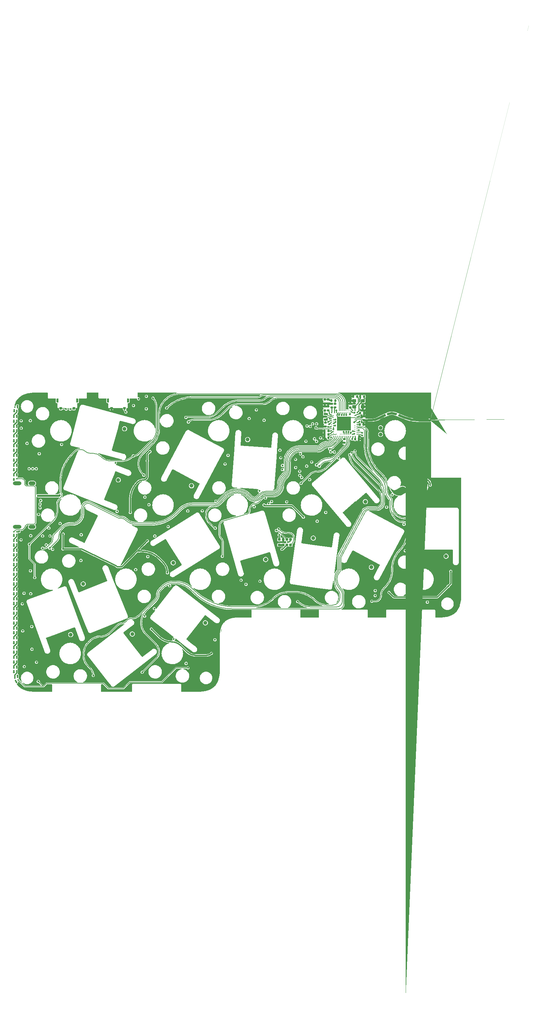
<source format=gtl>
G04 #@! TF.GenerationSoftware,KiCad,Pcbnew,(6.0.11-0)*
G04 #@! TF.CreationDate,2023-02-16T18:47:18+08:00*
G04 #@! TF.ProjectId,Right,52696768-742e-46b6-9963-61645f706362,rev?*
G04 #@! TF.SameCoordinates,Original*
G04 #@! TF.FileFunction,Copper,L1,Top*
G04 #@! TF.FilePolarity,Positive*
%FSLAX46Y46*%
G04 Gerber Fmt 4.6, Leading zero omitted, Abs format (unit mm)*
G04 Created by KiCad (PCBNEW (6.0.11-0)) date 2023-02-16 18:47:18*
%MOMM*%
%LPD*%
G01*
G04 APERTURE LIST*
G04 Aperture macros list*
%AMRoundRect*
0 Rectangle with rounded corners*
0 $1 Rounding radius*
0 $2 $3 $4 $5 $6 $7 $8 $9 X,Y pos of 4 corners*
0 Add a 4 corners polygon primitive as box body*
4,1,4,$2,$3,$4,$5,$6,$7,$8,$9,$2,$3,0*
0 Add four circle primitives for the rounded corners*
1,1,$1+$1,$2,$3*
1,1,$1+$1,$4,$5*
1,1,$1+$1,$6,$7*
1,1,$1+$1,$8,$9*
0 Add four rect primitives between the rounded corners*
20,1,$1+$1,$2,$3,$4,$5,0*
20,1,$1+$1,$4,$5,$6,$7,0*
20,1,$1+$1,$6,$7,$8,$9,0*
20,1,$1+$1,$8,$9,$2,$3,0*%
%AMFreePoly0*
4,1,13,-0.250000,0.375000,-0.240485,0.422835,-0.213388,0.463388,-0.172835,0.490485,-0.125000,0.500000,0.250000,0.500000,0.250000,-0.500000,-0.125000,-0.500000,-0.172835,-0.490485,-0.213388,-0.463388,-0.240485,-0.422835,-0.250000,-0.375000,-0.250000,0.375000,-0.250000,0.375000,$1*%
%AMFreePoly1*
4,1,13,-0.300000,0.150000,-0.288582,0.207403,-0.256066,0.256066,-0.207403,0.288582,-0.150000,0.300000,0.300000,0.300000,0.300000,-0.300000,-0.150000,-0.300000,-0.207403,-0.288582,-0.256066,-0.256066,-0.288582,-0.207403,-0.300000,-0.150000,-0.300000,0.150000,-0.300000,0.150000,$1*%
%AMFreePoly2*
4,1,159,0.031405,0.118585,0.052868,0.115473,0.057268,0.111655,0.063500,0.109985,0.091764,0.081721,0.106872,0.068611,0.107701,0.065784,0.109985,0.063500,0.127000,0.000000,0.127000,-5.727207,0.121770,-5.763277,0.116790,-5.770989,0.115473,-5.780075,0.097694,-5.800564,0.082984,-5.823345,0.074629,-5.827144,0.068611,-5.834079,0.042582,-5.841715,0.017894,-5.852940,0.008809,-5.851623,
0.000000,-5.854207,-2.217801,-5.854207,-2.253871,-5.848977,-2.261583,-5.843997,-2.270669,-5.842680,-2.291158,-5.824901,-2.313939,-5.810191,-2.317738,-5.801836,-2.324673,-5.795818,-2.332309,-5.769789,-2.343534,-5.745101,-2.342217,-5.736016,-2.344801,-5.727207,-2.344801,-2.910601,-4.148201,-2.910601,-4.148201,-5.727207,-4.153431,-5.763277,-4.158411,-5.770989,-4.159728,-5.780075,-4.177507,-5.800564,
-4.192217,-5.823345,-4.200572,-5.827144,-4.206590,-5.834079,-4.232619,-5.841715,-4.257307,-5.852940,-4.266392,-5.851623,-4.275201,-5.854207,-6.256401,-5.854207,-6.292471,-5.848977,-6.300183,-5.843997,-6.309269,-5.842680,-6.329758,-5.824901,-6.352539,-5.810191,-6.356338,-5.801836,-6.363273,-5.795818,-6.370909,-5.769789,-6.382134,-5.745101,-6.380817,-5.736016,-6.383401,-5.727207,-6.383401,-2.885201,
-8.085201,-2.885201,-8.085201,-5.727207,-8.090431,-5.763277,-8.095411,-5.770989,-8.096728,-5.780075,-8.114507,-5.800564,-8.129217,-5.823345,-8.137572,-5.827144,-8.143590,-5.834079,-8.169619,-5.841715,-8.194307,-5.852940,-8.203392,-5.851623,-8.212201,-5.854207,-10.091801,-5.854207,-10.127871,-5.848977,-10.135583,-5.843997,-10.144669,-5.842680,-10.165158,-5.824901,-10.187939,-5.810191,-10.191738,-5.801836,
-10.198673,-5.795818,-10.206309,-5.769789,-10.217534,-5.745101,-10.216217,-5.736016,-10.218801,-5.727207,-10.218801,-2.763004,-10.213571,-2.726934,-10.174785,-2.666866,-10.109695,-2.637271,-10.038933,-2.647531,-9.984929,-2.694393,-9.964801,-2.763004,-9.964801,-5.600207,-8.339201,-5.600207,-8.339201,-2.758201,-8.333971,-2.722131,-8.328991,-2.714419,-8.327674,-2.705333,-8.309895,-2.684844,-8.295185,-2.662063,
-8.286830,-2.658264,-8.280812,-2.651329,-8.254783,-2.643693,-8.230095,-2.632468,-8.221010,-2.633785,-8.212201,-2.631201,-6.256401,-2.631201,-6.220331,-2.636431,-6.212619,-2.641411,-6.203533,-2.642728,-6.183044,-2.660507,-6.160263,-2.675217,-6.156464,-2.683572,-6.149529,-2.689590,-6.141893,-2.715619,-6.130668,-2.740307,-6.131985,-2.749392,-6.129401,-2.758201,-6.129401,-5.600207,-4.402201,-5.600207,
-4.402201,-2.783601,-4.396971,-2.747531,-4.391991,-2.739819,-4.390674,-2.730733,-4.372895,-2.710244,-4.358185,-2.687463,-4.349830,-2.683664,-4.343812,-2.676729,-4.317783,-2.669093,-4.293095,-2.657868,-4.284010,-2.659185,-4.275201,-2.656601,-2.217801,-2.656601,-2.181731,-2.661831,-2.174019,-2.666811,-2.164933,-2.668128,-2.144444,-2.685907,-2.121663,-2.700617,-2.117864,-2.708972,-2.110929,-2.714990,
-2.103293,-2.741019,-2.092068,-2.765707,-2.093385,-2.774792,-2.090801,-2.783601,-2.090801,-5.600207,-0.127000,-5.600207,-0.127000,0.000000,-0.121770,0.036070,-0.114189,0.047811,-0.109985,0.063500,-0.093257,0.080228,-0.082984,0.096138,-0.072647,0.100838,-0.063500,0.109985,-0.036787,0.117143,-0.017894,0.125733,-0.009352,0.124494,0.000000,0.127000,0.031405,0.118585,0.031405,0.118585,
$1*%
G04 Aperture macros list end*
G04 #@! TA.AperFunction,NonConductor*
%ADD10C,0.556000*%
G04 #@! TD*
%ADD11C,0.038100*%
G04 #@! TA.AperFunction,NonConductor*
%ADD12C,0.100000*%
G04 #@! TD*
G04 #@! TA.AperFunction,NonConductor*
%ADD13C,0.350000*%
G04 #@! TD*
G04 #@! TA.AperFunction,SMDPad,CuDef*
%ADD14RoundRect,0.087500X-0.087500X-0.087500X0.087500X-0.087500X0.087500X0.087500X-0.087500X0.087500X0*%
G04 #@! TD*
G04 #@! TA.AperFunction,SMDPad,CuDef*
%ADD15C,1.000000*%
G04 #@! TD*
G04 #@! TA.AperFunction,SMDPad,CuDef*
%ADD16RoundRect,0.140000X-0.170000X0.140000X-0.170000X-0.140000X0.170000X-0.140000X0.170000X0.140000X0*%
G04 #@! TD*
G04 #@! TA.AperFunction,SMDPad,CuDef*
%ADD17FreePoly0,180.000000*%
G04 #@! TD*
G04 #@! TA.AperFunction,SMDPad,CuDef*
%ADD18FreePoly1,90.000000*%
G04 #@! TD*
G04 #@! TA.AperFunction,SMDPad,CuDef*
%ADD19FreePoly0,0.000000*%
G04 #@! TD*
G04 #@! TA.AperFunction,SMDPad,CuDef*
%ADD20RoundRect,0.135000X-0.194472X-0.120957X0.055868X-0.222101X0.194472X0.120957X-0.055868X0.222101X0*%
G04 #@! TD*
G04 #@! TA.AperFunction,SMDPad,CuDef*
%ADD21RoundRect,0.147500X-0.147500X-0.172500X0.147500X-0.172500X0.147500X0.172500X-0.147500X0.172500X0*%
G04 #@! TD*
G04 #@! TA.AperFunction,SMDPad,CuDef*
%ADD22RoundRect,0.140000X-0.140000X-0.170000X0.140000X-0.170000X0.140000X0.170000X-0.140000X0.170000X0*%
G04 #@! TD*
G04 #@! TA.AperFunction,SMDPad,CuDef*
%ADD23RoundRect,0.090000X-0.270000X0.210000X-0.270000X-0.210000X0.270000X-0.210000X0.270000X0.210000X0*%
G04 #@! TD*
G04 #@! TA.AperFunction,SMDPad,CuDef*
%ADD24RoundRect,0.087500X-0.101365X-0.070976X0.070976X-0.101365X0.101365X0.070976X-0.070976X0.101365X0*%
G04 #@! TD*
G04 #@! TA.AperFunction,SMDPad,CuDef*
%ADD25RoundRect,0.140000X0.170000X-0.140000X0.170000X0.140000X-0.170000X0.140000X-0.170000X-0.140000X0*%
G04 #@! TD*
G04 #@! TA.AperFunction,SMDPad,CuDef*
%ADD26FreePoly2,90.000000*%
G04 #@! TD*
G04 #@! TA.AperFunction,SMDPad,CuDef*
%ADD27C,0.250000*%
G04 #@! TD*
G04 #@! TA.AperFunction,SMDPad,CuDef*
%ADD28R,3.600000X3.600000*%
G04 #@! TD*
G04 #@! TA.AperFunction,SMDPad,CuDef*
%ADD29RoundRect,0.140000X0.140000X0.170000X-0.140000X0.170000X-0.140000X-0.170000X0.140000X-0.170000X0*%
G04 #@! TD*
G04 #@! TA.AperFunction,SMDPad,CuDef*
%ADD30RoundRect,0.087500X-0.056178X-0.110256X0.110256X-0.056178X0.056178X0.110256X-0.110256X0.056178X0*%
G04 #@! TD*
G04 #@! TA.AperFunction,SMDPad,CuDef*
%ADD31RoundRect,0.147500X-0.172500X0.147500X-0.172500X-0.147500X0.172500X-0.147500X0.172500X0.147500X0*%
G04 #@! TD*
G04 #@! TA.AperFunction,SMDPad,CuDef*
%ADD32RoundRect,0.150000X0.350000X0.300000X-0.350000X0.300000X-0.350000X-0.300000X0.350000X-0.300000X0*%
G04 #@! TD*
G04 #@! TA.AperFunction,SMDPad,CuDef*
%ADD33RoundRect,0.147500X-0.072140X-0.215194X0.201379X-0.104685X0.072140X0.215194X-0.201379X0.104685X0*%
G04 #@! TD*
G04 #@! TA.AperFunction,SMDPad,CuDef*
%ADD34R,1.100000X0.600000*%
G04 #@! TD*
G04 #@! TA.AperFunction,ComponentPad*
%ADD35O,2.200000X1.000000*%
G04 #@! TD*
G04 #@! TA.AperFunction,ComponentPad*
%ADD36O,1.800000X1.000000*%
G04 #@! TD*
G04 #@! TA.AperFunction,ViaPad*
%ADD37C,1.000000*%
G04 #@! TD*
G04 #@! TA.AperFunction,ViaPad*
%ADD38C,0.500000*%
G04 #@! TD*
G04 #@! TA.AperFunction,ViaPad*
%ADD39C,0.540000*%
G04 #@! TD*
G04 #@! TA.AperFunction,Conductor*
%ADD40C,0.150000*%
G04 #@! TD*
G04 #@! TA.AperFunction,Conductor*
%ADD41C,0.250000*%
G04 #@! TD*
G04 #@! TA.AperFunction,Conductor*
%ADD42C,0.350000*%
G04 #@! TD*
G04 #@! TA.AperFunction,Conductor*
%ADD43C,0.540000*%
G04 #@! TD*
G04 #@! TA.AperFunction,Conductor*
%ADD44C,0.300000*%
G04 #@! TD*
G04 #@! TA.AperFunction,Conductor*
%ADD45C,0.200000*%
G04 #@! TD*
G04 #@! TA.AperFunction,Conductor*
%ADD46C,0.600000*%
G04 #@! TD*
G04 APERTURE END LIST*
D10*
X155381989Y-51938790D02*
X156880000Y-52510000D01*
D11*
X109641152Y-107276387D02*
X109648453Y-107234791D01*
X109655985Y-107193403D01*
X109663749Y-107152220D01*
X109671744Y-107111245D01*
X109679971Y-107070476D01*
X109688430Y-107029914D01*
X109697122Y-106989559D01*
X109706046Y-106949410D01*
X109715203Y-106909469D01*
X109724594Y-106869736D01*
X109730985Y-106843362D01*
D10*
X151589443Y-51919430D02*
G75*
G03*
X150150000Y-52630000I2701557J-7285970D01*
G01*
X154436248Y-51556720D02*
G75*
G03*
X152488809Y-51556057I-974448J-2140580D01*
G01*
X156880002Y-52509996D02*
G75*
G03*
X160403000Y-53170000I3297398J7868396D01*
G01*
D12*
G36*
X156277056Y-70206842D02*
G01*
X156345485Y-70216659D01*
X156411164Y-70230299D01*
X156474131Y-70247476D01*
X156534422Y-70267941D01*
X156592076Y-70291398D01*
X156647136Y-70317598D01*
X156699622Y-70346271D01*
X156749592Y-70377125D01*
X156797075Y-70409907D01*
X156842111Y-70444347D01*
X156884743Y-70480156D01*
X156924999Y-70517087D01*
X156998542Y-70593174D01*
X157063068Y-70670468D01*
X157118864Y-70746773D01*
X157166230Y-70819941D01*
X157205480Y-70887793D01*
X157236909Y-70948175D01*
X157277538Y-71037818D01*
X157290538Y-71071563D01*
X157309365Y-71043692D01*
X157332537Y-71011962D01*
X157364586Y-70971130D01*
X157405262Y-70923264D01*
X157454358Y-70870432D01*
X157511613Y-70814715D01*
X157576811Y-70758184D01*
X157612306Y-70730252D01*
X157649705Y-70702900D01*
X157688973Y-70676376D01*
X157730081Y-70650929D01*
X157772997Y-70626839D01*
X157817699Y-70604358D01*
X157864139Y-70583743D01*
X157912308Y-70565253D01*
X157962174Y-70549132D01*
X158013707Y-70535664D01*
X158066869Y-70525104D01*
X158121645Y-70517697D01*
X158177991Y-70513716D01*
X158235894Y-70513394D01*
X158295300Y-70517019D01*
X158356218Y-70524849D01*
X158430002Y-70540006D01*
X158503184Y-70561189D01*
X158575753Y-70587949D01*
X158647720Y-70619923D01*
X158719061Y-70656688D01*
X158789799Y-70697836D01*
X158859919Y-70742975D01*
X158929420Y-70791694D01*
X159066545Y-70898247D01*
X159201156Y-71014249D01*
X159333227Y-71136466D01*
X159462757Y-71261680D01*
X159714036Y-71508086D01*
X159835749Y-71622806D01*
X159954826Y-71727557D01*
X160071219Y-71819102D01*
X160128417Y-71858908D01*
X160184948Y-71894202D01*
X160240794Y-71924564D01*
X160295967Y-71949596D01*
X160350442Y-71968911D01*
X160404239Y-71982080D01*
X160539480Y-72002631D01*
X160668256Y-72013406D01*
X160790252Y-72015608D01*
X160905165Y-72010364D01*
X161012671Y-71998866D01*
X161112463Y-71982257D01*
X161204240Y-71961713D01*
X161287674Y-71938391D01*
X161362466Y-71913462D01*
X161428292Y-71888071D01*
X161531820Y-71840614D01*
X161617639Y-71791477D01*
X161599841Y-71822678D01*
X161545538Y-71907976D01*
X161504276Y-71966991D01*
X161453366Y-72034844D01*
X161392638Y-72109964D01*
X161321925Y-72190785D01*
X161241058Y-72275756D01*
X161149856Y-72363302D01*
X161100331Y-72407547D01*
X161048150Y-72451852D01*
X160993314Y-72496026D01*
X160935775Y-72539870D01*
X160875539Y-72583179D01*
X160812556Y-72625768D01*
X160746836Y-72667438D01*
X160678332Y-72708002D01*
X160607027Y-72747253D01*
X160532907Y-72785000D01*
X160455948Y-72821039D01*
X160376115Y-72855195D01*
X160274096Y-72894339D01*
X160173077Y-72928258D01*
X160073095Y-72957039D01*
X159974113Y-72980810D01*
X159876157Y-72999654D01*
X159779211Y-73013699D01*
X159683287Y-73023036D01*
X159588387Y-73027796D01*
X159494502Y-73028074D01*
X159401636Y-73023968D01*
X159309791Y-73015601D01*
X159218971Y-73003083D01*
X159129172Y-72986505D01*
X159040386Y-72965993D01*
X158865910Y-72913579D01*
X158695523Y-72846695D01*
X158529235Y-72766218D01*
X158367046Y-72673001D01*
X158208981Y-72567923D01*
X158055016Y-72451834D01*
X157905188Y-72325608D01*
X157759475Y-72190115D01*
X157617887Y-72046205D01*
X157577157Y-72004051D01*
X157537829Y-71965336D01*
X157499824Y-71929970D01*
X157463086Y-71897832D01*
X157427531Y-71868814D01*
X157393089Y-71842813D01*
X157359691Y-71819717D01*
X157327263Y-71799409D01*
X157295741Y-71781794D01*
X157265043Y-71766758D01*
X157235104Y-71754192D01*
X157205845Y-71743979D01*
X157177202Y-71736025D01*
X157149094Y-71730213D01*
X157121471Y-71726430D01*
X157094232Y-71724583D01*
X157067330Y-71724542D01*
X157040673Y-71726205D01*
X157014208Y-71729470D01*
X156987846Y-71734225D01*
X156935174Y-71747764D01*
X156882086Y-71765954D01*
X156828011Y-71787925D01*
X156772380Y-71812797D01*
X156654124Y-71867773D01*
X156622704Y-71885718D01*
X156578732Y-71915314D01*
X156455268Y-72001099D01*
X156376808Y-72053120D01*
X156287919Y-72108428D01*
X156189089Y-72164952D01*
X156080858Y-72220597D01*
X156023378Y-72247431D01*
X155963743Y-72273273D01*
X155902028Y-72297842D01*
X155838283Y-72320880D01*
X155772576Y-72342150D01*
X155704998Y-72361359D01*
X155635568Y-72378256D01*
X155564388Y-72392600D01*
X155491502Y-72404102D01*
X155416991Y-72412514D01*
X155340914Y-72417572D01*
X155263335Y-72419021D01*
X155184323Y-72416588D01*
X155103935Y-72410030D01*
X155022244Y-72399069D01*
X154939327Y-72383442D01*
X154801035Y-72349385D01*
X154669318Y-72308675D01*
X154544006Y-72261835D01*
X154424960Y-72209372D01*
X154312045Y-72151788D01*
X154205128Y-72089589D01*
X154104041Y-72023280D01*
X154008666Y-71953375D01*
X153918847Y-71880370D01*
X153834451Y-71804780D01*
X153755333Y-71727101D01*
X153681349Y-71647855D01*
X153548212Y-71486644D01*
X153433911Y-71325205D01*
X153337316Y-71167592D01*
X153257288Y-71017857D01*
X153192685Y-70880037D01*
X153142375Y-70758194D01*
X153080090Y-70578632D01*
X153061351Y-70511589D01*
X153061342Y-70511576D01*
X153061348Y-70511578D01*
X153061351Y-70511589D01*
X153082212Y-70541087D01*
X153107854Y-70574687D01*
X153143261Y-70617947D01*
X153188149Y-70668688D01*
X153242238Y-70724727D01*
X153305240Y-70783882D01*
X153339979Y-70813949D01*
X153376849Y-70843971D01*
X153415794Y-70873680D01*
X153456800Y-70902815D01*
X153499811Y-70931093D01*
X153544800Y-70958238D01*
X153591741Y-70983972D01*
X153640569Y-71008039D01*
X153691284Y-71030159D01*
X153743821Y-71050054D01*
X153798162Y-71067462D01*
X153854273Y-71082101D01*
X153912101Y-71093695D01*
X153971626Y-71101990D01*
X154032806Y-71106695D01*
X154095604Y-71107547D01*
X154159996Y-71104260D01*
X154225927Y-71096577D01*
X154278668Y-71086489D01*
X154332699Y-71072025D01*
X154387971Y-71053497D01*
X154444401Y-71031236D01*
X154560585Y-70976808D01*
X154680810Y-70911319D01*
X154804607Y-70837380D01*
X154931578Y-70757565D01*
X155193188Y-70590709D01*
X155326955Y-70508840D01*
X155462088Y-70431476D01*
X155598160Y-70361197D01*
X155666410Y-70329526D01*
X155734730Y-70300601D01*
X155803059Y-70274740D01*
X155871342Y-70252269D01*
X155939532Y-70233526D01*
X156007566Y-70218810D01*
X156075391Y-70208457D01*
X156142948Y-70202801D01*
X156210189Y-70202160D01*
X156277056Y-70206842D01*
G37*
X156277056Y-70206842D02*
X156345485Y-70216659D01*
X156411164Y-70230299D01*
X156474131Y-70247476D01*
X156534422Y-70267941D01*
X156592076Y-70291398D01*
X156647136Y-70317598D01*
X156699622Y-70346271D01*
X156749592Y-70377125D01*
X156797075Y-70409907D01*
X156842111Y-70444347D01*
X156884743Y-70480156D01*
X156924999Y-70517087D01*
X156998542Y-70593174D01*
X157063068Y-70670468D01*
X157118864Y-70746773D01*
X157166230Y-70819941D01*
X157205480Y-70887793D01*
X157236909Y-70948175D01*
X157277538Y-71037818D01*
X157290538Y-71071563D01*
X157309365Y-71043692D01*
X157332537Y-71011962D01*
X157364586Y-70971130D01*
X157405262Y-70923264D01*
X157454358Y-70870432D01*
X157511613Y-70814715D01*
X157576811Y-70758184D01*
X157612306Y-70730252D01*
X157649705Y-70702900D01*
X157688973Y-70676376D01*
X157730081Y-70650929D01*
X157772997Y-70626839D01*
X157817699Y-70604358D01*
X157864139Y-70583743D01*
X157912308Y-70565253D01*
X157962174Y-70549132D01*
X158013707Y-70535664D01*
X158066869Y-70525104D01*
X158121645Y-70517697D01*
X158177991Y-70513716D01*
X158235894Y-70513394D01*
X158295300Y-70517019D01*
X158356218Y-70524849D01*
X158430002Y-70540006D01*
X158503184Y-70561189D01*
X158575753Y-70587949D01*
X158647720Y-70619923D01*
X158719061Y-70656688D01*
X158789799Y-70697836D01*
X158859919Y-70742975D01*
X158929420Y-70791694D01*
X159066545Y-70898247D01*
X159201156Y-71014249D01*
X159333227Y-71136466D01*
X159462757Y-71261680D01*
X159714036Y-71508086D01*
X159835749Y-71622806D01*
X159954826Y-71727557D01*
X160071219Y-71819102D01*
X160128417Y-71858908D01*
X160184948Y-71894202D01*
X160240794Y-71924564D01*
X160295967Y-71949596D01*
X160350442Y-71968911D01*
X160404239Y-71982080D01*
X160539480Y-72002631D01*
X160668256Y-72013406D01*
X160790252Y-72015608D01*
X160905165Y-72010364D01*
X161012671Y-71998866D01*
X161112463Y-71982257D01*
X161204240Y-71961713D01*
X161287674Y-71938391D01*
X161362466Y-71913462D01*
X161428292Y-71888071D01*
X161531820Y-71840614D01*
X161617639Y-71791477D01*
X161599841Y-71822678D01*
X161545538Y-71907976D01*
X161504276Y-71966991D01*
X161453366Y-72034844D01*
X161392638Y-72109964D01*
X161321925Y-72190785D01*
X161241058Y-72275756D01*
X161149856Y-72363302D01*
X161100331Y-72407547D01*
X161048150Y-72451852D01*
X160993314Y-72496026D01*
X160935775Y-72539870D01*
X160875539Y-72583179D01*
X160812556Y-72625768D01*
X160746836Y-72667438D01*
X160678332Y-72708002D01*
X160607027Y-72747253D01*
X160532907Y-72785000D01*
X160455948Y-72821039D01*
X160376115Y-72855195D01*
X160274096Y-72894339D01*
X160173077Y-72928258D01*
X160073095Y-72957039D01*
X159974113Y-72980810D01*
X159876157Y-72999654D01*
X159779211Y-73013699D01*
X159683287Y-73023036D01*
X159588387Y-73027796D01*
X159494502Y-73028074D01*
X159401636Y-73023968D01*
X159309791Y-73015601D01*
X159218971Y-73003083D01*
X159129172Y-72986505D01*
X159040386Y-72965993D01*
X158865910Y-72913579D01*
X158695523Y-72846695D01*
X158529235Y-72766218D01*
X158367046Y-72673001D01*
X158208981Y-72567923D01*
X158055016Y-72451834D01*
X157905188Y-72325608D01*
X157759475Y-72190115D01*
X157617887Y-72046205D01*
X157577157Y-72004051D01*
X157537829Y-71965336D01*
X157499824Y-71929970D01*
X157463086Y-71897832D01*
X157427531Y-71868814D01*
X157393089Y-71842813D01*
X157359691Y-71819717D01*
X157327263Y-71799409D01*
X157295741Y-71781794D01*
X157265043Y-71766758D01*
X157235104Y-71754192D01*
X157205845Y-71743979D01*
X157177202Y-71736025D01*
X157149094Y-71730213D01*
X157121471Y-71726430D01*
X157094232Y-71724583D01*
X157067330Y-71724542D01*
X157040673Y-71726205D01*
X157014208Y-71729470D01*
X156987846Y-71734225D01*
X156935174Y-71747764D01*
X156882086Y-71765954D01*
X156828011Y-71787925D01*
X156772380Y-71812797D01*
X156654124Y-71867773D01*
X156622704Y-71885718D01*
X156578732Y-71915314D01*
X156455268Y-72001099D01*
X156376808Y-72053120D01*
X156287919Y-72108428D01*
X156189089Y-72164952D01*
X156080858Y-72220597D01*
X156023378Y-72247431D01*
X155963743Y-72273273D01*
X155902028Y-72297842D01*
X155838283Y-72320880D01*
X155772576Y-72342150D01*
X155704998Y-72361359D01*
X155635568Y-72378256D01*
X155564388Y-72392600D01*
X155491502Y-72404102D01*
X155416991Y-72412514D01*
X155340914Y-72417572D01*
X155263335Y-72419021D01*
X155184323Y-72416588D01*
X155103935Y-72410030D01*
X155022244Y-72399069D01*
X154939327Y-72383442D01*
X154801035Y-72349385D01*
X154669318Y-72308675D01*
X154544006Y-72261835D01*
X154424960Y-72209372D01*
X154312045Y-72151788D01*
X154205128Y-72089589D01*
X154104041Y-72023280D01*
X154008666Y-71953375D01*
X153918847Y-71880370D01*
X153834451Y-71804780D01*
X153755333Y-71727101D01*
X153681349Y-71647855D01*
X153548212Y-71486644D01*
X153433911Y-71325205D01*
X153337316Y-71167592D01*
X153257288Y-71017857D01*
X153192685Y-70880037D01*
X153142375Y-70758194D01*
X153080090Y-70578632D01*
X153061351Y-70511589D01*
X153061342Y-70511576D01*
X153061348Y-70511578D01*
X153061351Y-70511589D01*
X153082212Y-70541087D01*
X153107854Y-70574687D01*
X153143261Y-70617947D01*
X153188149Y-70668688D01*
X153242238Y-70724727D01*
X153305240Y-70783882D01*
X153339979Y-70813949D01*
X153376849Y-70843971D01*
X153415794Y-70873680D01*
X153456800Y-70902815D01*
X153499811Y-70931093D01*
X153544800Y-70958238D01*
X153591741Y-70983972D01*
X153640569Y-71008039D01*
X153691284Y-71030159D01*
X153743821Y-71050054D01*
X153798162Y-71067462D01*
X153854273Y-71082101D01*
X153912101Y-71093695D01*
X153971626Y-71101990D01*
X154032806Y-71106695D01*
X154095604Y-71107547D01*
X154159996Y-71104260D01*
X154225927Y-71096577D01*
X154278668Y-71086489D01*
X154332699Y-71072025D01*
X154387971Y-71053497D01*
X154444401Y-71031236D01*
X154560585Y-70976808D01*
X154680810Y-70911319D01*
X154804607Y-70837380D01*
X154931578Y-70757565D01*
X155193188Y-70590709D01*
X155326955Y-70508840D01*
X155462088Y-70431476D01*
X155598160Y-70361197D01*
X155666410Y-70329526D01*
X155734730Y-70300601D01*
X155803059Y-70274740D01*
X155871342Y-70252269D01*
X155939532Y-70233526D01*
X156007566Y-70218810D01*
X156075391Y-70208457D01*
X156142948Y-70202801D01*
X156210189Y-70202160D01*
X156277056Y-70206842D01*
D10*
X148198749Y-53129990D02*
G75*
G03*
X150150000Y-52630000I113351J3615090D01*
G01*
X160403000Y-53170000D02*
X163163000Y-53170000D01*
X146261854Y-53135000D02*
X148198749Y-53130002D01*
D13*
X163340575Y-69886706D02*
G75*
G03*
X161773387Y-68216455I-1570575J96706D01*
G01*
D14*
X56537784Y-116750411D03*
X57237784Y-116750411D03*
X56537784Y-117450411D03*
X57237784Y-117450411D03*
D15*
X150580002Y-56780006D03*
D16*
X138040000Y-48940000D03*
X138040000Y-49900000D03*
D17*
X72797208Y-48104296D03*
D18*
X68552208Y-50154296D03*
X71902208Y-50154296D03*
D19*
X67657208Y-48104296D03*
D15*
X150580002Y-55080006D03*
D14*
X56537784Y-84250411D03*
X57237784Y-84250411D03*
X56537784Y-84950411D03*
X57237784Y-84950411D03*
D16*
X162480002Y-53170000D03*
X162480002Y-54130000D03*
D20*
X154436261Y-51556692D03*
X155381989Y-51938790D03*
D16*
X136260000Y-47870000D03*
X136260000Y-48830000D03*
D21*
X137995000Y-48070000D03*
X138965000Y-48070000D03*
D16*
X136400000Y-53800000D03*
X136400000Y-54760000D03*
X137130000Y-47870000D03*
X137130000Y-48830000D03*
D14*
X56537784Y-52431211D03*
X57237784Y-52431211D03*
X56537784Y-53131211D03*
X57237784Y-53131211D03*
X56537784Y-54931211D03*
X57237784Y-54931211D03*
X56537784Y-55631211D03*
X57237784Y-55631211D03*
X56537784Y-64931211D03*
X57237784Y-64931211D03*
X56537784Y-65631211D03*
X57237784Y-65631211D03*
X56537784Y-106750411D03*
X57237784Y-106750411D03*
X56537784Y-107450411D03*
X57237784Y-107450411D03*
D22*
X136210000Y-56790000D03*
X137170000Y-56790000D03*
D14*
X56537784Y-99250411D03*
X57237784Y-99250411D03*
X56537784Y-99950411D03*
X57237784Y-99950411D03*
X56537784Y-114250411D03*
X57237784Y-114250411D03*
X56537784Y-114950411D03*
X57237784Y-114950411D03*
D23*
X127503756Y-85155002D03*
X126533756Y-85155002D03*
X125563756Y-85155002D03*
X124593756Y-85155002D03*
X124593756Y-83755002D03*
X125563756Y-83755002D03*
X126533756Y-83755002D03*
X127503756Y-83755002D03*
D22*
X136210000Y-57680000D03*
X137170000Y-57680000D03*
D14*
X56537784Y-89250411D03*
X57237784Y-89250411D03*
X56537784Y-89950411D03*
X57237784Y-89950411D03*
D24*
X56737978Y-49792251D03*
X57427344Y-49913805D03*
X56616424Y-50481617D03*
X57305790Y-50603171D03*
D25*
X136260000Y-50610000D03*
X136260000Y-49650000D03*
D16*
X142771402Y-48922257D03*
X142771402Y-49882257D03*
D22*
X145371402Y-47082257D03*
X146331402Y-47082257D03*
D14*
X56537784Y-62431211D03*
X57237784Y-62431211D03*
X56537784Y-63131211D03*
X57237784Y-63131211D03*
D17*
X85797208Y-48104296D03*
D18*
X81552208Y-50154296D03*
X84902208Y-50154296D03*
D19*
X80657208Y-48104296D03*
D26*
X163290000Y-53170000D03*
D22*
X145360000Y-51300000D03*
X146320000Y-51300000D03*
X143571402Y-47082257D03*
X144531402Y-47082257D03*
D27*
X139960000Y-50740888D03*
X140460000Y-50740888D03*
X140960000Y-50740888D03*
X141460000Y-50740888D03*
X141960000Y-50740888D03*
X142460000Y-50740888D03*
X142960000Y-50740888D03*
X143460000Y-50740888D03*
X143960000Y-50740888D03*
X144460000Y-56240888D03*
X138460000Y-56490888D03*
X139210000Y-56740888D03*
X140210000Y-56740888D03*
X140710000Y-56740888D03*
X141210000Y-56740888D03*
X141710000Y-56740888D03*
X142210000Y-56740888D03*
X142710000Y-56740888D03*
X143210000Y-56740888D03*
X144460000Y-56740888D03*
X138460000Y-57240888D03*
X138960000Y-57240888D03*
X139460000Y-57240888D03*
X139960000Y-57240888D03*
X140460000Y-57240888D03*
X140960000Y-57240888D03*
X141460000Y-57240888D03*
X141960000Y-57240888D03*
X142460000Y-57240888D03*
X142960000Y-57240888D03*
X143460000Y-57240888D03*
X143960000Y-57240888D03*
X137960000Y-51240888D03*
X138710000Y-51240888D03*
X139210000Y-51240888D03*
X139710000Y-51240888D03*
X140210000Y-51240888D03*
X140710000Y-51240888D03*
X141210000Y-51240888D03*
X141710000Y-51240888D03*
X142210000Y-51240888D03*
X142710000Y-51240888D03*
X144460000Y-51240888D03*
X137960000Y-51740888D03*
X138460000Y-51990888D03*
X143960000Y-51990888D03*
X144460000Y-52240888D03*
D28*
X141210000Y-53990888D03*
D27*
X138460000Y-52490888D03*
X143960000Y-52490888D03*
X137960000Y-52740888D03*
X138460000Y-52990888D03*
X143960000Y-52990888D03*
X137960000Y-53240888D03*
X144460000Y-53240888D03*
X138460000Y-53490888D03*
X137960000Y-53740888D03*
X144460000Y-53740888D03*
X138460000Y-53990888D03*
X137960000Y-54240888D03*
X144460000Y-54240888D03*
X138460000Y-54490888D03*
X143960000Y-54490888D03*
X137960000Y-54740888D03*
X144460000Y-54740888D03*
X138460000Y-54990888D03*
X143960000Y-54990888D03*
X137960000Y-55240888D03*
X144460000Y-55240888D03*
X143960000Y-55490888D03*
X137960000Y-55740888D03*
X144460000Y-55740888D03*
X138460000Y-55990888D03*
X143960000Y-55990888D03*
D29*
X146200000Y-54260000D03*
X145240000Y-54260000D03*
D14*
X56537784Y-94250411D03*
X57237784Y-94250411D03*
X56537784Y-94950411D03*
X57237784Y-94950411D03*
D16*
X146300000Y-52170000D03*
X146300000Y-53130000D03*
D22*
X136210000Y-55900000D03*
X137170000Y-55900000D03*
D25*
X141275000Y-58955000D03*
X141275000Y-57995000D03*
D14*
X56537784Y-101750411D03*
X57237784Y-101750411D03*
X56537784Y-102450411D03*
X57237784Y-102450411D03*
D16*
X137130000Y-49650000D03*
X137130000Y-50610000D03*
D14*
X56537784Y-86750411D03*
X57237784Y-86750411D03*
X56537784Y-87450411D03*
X57237784Y-87450411D03*
D30*
X56750258Y-119338997D03*
X57415998Y-119122685D03*
X56966570Y-120004737D03*
X57632310Y-119788425D03*
D14*
X56537784Y-96750411D03*
X57237784Y-96750411D03*
X56537784Y-97450411D03*
X57237784Y-97450411D03*
D31*
X138920000Y-48930000D03*
X138920000Y-49900000D03*
D14*
X56537784Y-111750411D03*
X57237784Y-111750411D03*
X56537784Y-112450411D03*
X57237784Y-112450411D03*
D29*
X144990000Y-58040000D03*
X144030000Y-58040000D03*
D32*
X146030000Y-48140000D03*
X143830000Y-48140000D03*
X143830000Y-49740000D03*
X146030000Y-49740000D03*
D14*
X56537784Y-59931211D03*
X57237784Y-59931211D03*
X56537784Y-60631211D03*
X57237784Y-60631211D03*
X56537784Y-104250411D03*
X57237784Y-104250411D03*
X56537784Y-104950411D03*
X57237784Y-104950411D03*
X56537784Y-81750411D03*
X57237784Y-81750411D03*
X56537784Y-82450411D03*
X57237784Y-82450411D03*
X56537784Y-57431211D03*
X57237784Y-57431211D03*
X56537784Y-58131211D03*
X57237784Y-58131211D03*
X56537784Y-91750411D03*
X57237784Y-91750411D03*
X56537784Y-92450411D03*
X57237784Y-92450411D03*
D33*
X151589441Y-51919425D03*
X152488809Y-51556057D03*
D34*
X136525000Y-51570000D03*
X136525000Y-52970000D03*
D16*
X153459125Y-50387741D03*
X153459125Y-51347741D03*
D14*
X56537784Y-109250411D03*
X57237784Y-109250411D03*
X56537784Y-109950411D03*
X57237784Y-109950411D03*
X56537784Y-67431211D03*
X57237784Y-67431211D03*
X56537784Y-68131211D03*
X57237784Y-68131211D03*
D35*
X57369184Y-69355911D03*
X57369184Y-80506511D03*
D36*
X61169184Y-80506811D03*
X61169184Y-69355911D03*
D37*
X86900000Y-108025000D03*
X121100000Y-88900000D03*
D38*
X162580000Y-99840000D03*
X97530000Y-109320000D03*
X73790000Y-82550000D03*
X110685633Y-64389028D03*
D37*
X146675000Y-74050000D03*
X71100000Y-108175000D03*
D38*
X118720000Y-50500000D03*
D37*
X116475000Y-58125000D03*
D38*
X156571439Y-79882252D03*
X91170000Y-74830000D03*
D37*
X133310000Y-83410000D03*
D38*
X100690000Y-115570000D03*
D37*
X83300000Y-68475000D03*
D38*
X149189689Y-98157805D03*
D37*
X102075000Y-69975000D03*
D38*
X136510000Y-76810000D03*
X82560000Y-64100000D03*
X114800000Y-94200000D03*
X90480000Y-50230000D03*
X83010000Y-76540000D03*
D37*
X167375000Y-88050000D03*
X105625000Y-105150000D03*
D38*
X96088327Y-80465000D03*
X92546013Y-101481885D03*
X61100000Y-106100000D03*
D37*
X97391577Y-89753386D03*
X74300000Y-95175000D03*
D38*
X87755908Y-91487436D03*
D37*
X84900000Y-55350000D03*
X148226444Y-90880301D03*
D38*
X68390000Y-79650000D03*
X90110000Y-72880000D03*
X163170000Y-59260000D03*
X163170000Y-57260000D03*
X170917761Y-77387697D03*
X150789256Y-103450000D03*
X164950000Y-103450000D03*
X126670000Y-82630000D03*
X99750000Y-122500000D03*
X109001069Y-109736226D03*
X170917761Y-69887697D03*
X118175000Y-72412500D03*
X170917761Y-79887697D03*
X170917761Y-92387697D03*
X163170000Y-55260000D03*
X170917761Y-72387697D03*
X76770000Y-89540000D03*
X110059232Y-104932281D03*
X133620000Y-103450000D03*
X140223170Y-59013171D03*
X163170000Y-47620000D03*
X117115905Y-103450064D03*
X58570000Y-121680000D03*
X114694605Y-103450064D03*
X108636849Y-119708715D03*
X141160002Y-52849121D03*
X127920000Y-64165000D03*
X132930002Y-62220006D03*
X163170000Y-63260000D03*
X170917761Y-94887697D03*
X151570000Y-46410000D03*
X155570000Y-46410000D03*
X163170000Y-65260000D03*
X170917761Y-97387697D03*
X159190000Y-80580000D03*
X60950000Y-122430000D03*
X163170000Y-61260000D03*
X142050002Y-61190006D03*
X107126015Y-121698635D03*
X71220000Y-52490000D03*
X170917761Y-87387697D03*
X109001069Y-117236226D03*
X163170000Y-51620000D03*
X166920000Y-68230000D03*
X123650000Y-100570000D03*
X102250000Y-122500000D03*
X167443048Y-103264583D03*
X153570000Y-46410000D03*
X109970000Y-94840000D03*
X170920000Y-68230000D03*
X143510002Y-59760006D03*
X161570000Y-46410000D03*
X149570000Y-46410000D03*
X164920000Y-68230000D03*
X64770000Y-60820000D03*
X104745886Y-122440064D03*
X109001069Y-112236226D03*
X170917761Y-84887697D03*
X159970000Y-99820000D03*
X169674734Y-102138063D03*
X168920000Y-68230000D03*
X170917761Y-89887697D03*
X148289256Y-103450000D03*
X131120000Y-103450000D03*
X147570000Y-46410000D03*
X157570000Y-46410000D03*
X166920139Y-72741382D03*
X68730000Y-52120000D03*
X163170000Y-67260000D03*
X109001069Y-114736226D03*
X90910000Y-94690000D03*
X72090000Y-92220000D03*
X65950000Y-122500000D03*
X151660000Y-100530000D03*
X126530000Y-95720000D03*
X112202858Y-103649511D03*
X170917761Y-82387697D03*
X170748809Y-99882324D03*
X170917761Y-74887697D03*
X142110000Y-48060000D03*
X140120002Y-52830006D03*
X128500000Y-74800000D03*
X63450000Y-122500000D03*
X85750000Y-98590000D03*
X159570000Y-46410000D03*
X163170000Y-49620000D03*
X109083816Y-107236798D03*
X136510000Y-57890000D03*
X67950000Y-67190000D03*
X142019219Y-52830007D03*
X57237790Y-83803546D03*
X57237790Y-98803546D03*
X57427350Y-49466941D03*
X61360000Y-65600000D03*
X57237790Y-61984346D03*
X57237790Y-103803546D03*
X59130000Y-97560000D03*
X57237790Y-101303546D03*
X57237790Y-111303546D03*
X57237790Y-91303546D03*
X57237790Y-106303546D03*
X57860000Y-81740000D03*
X57237790Y-93803546D03*
X59190000Y-116380000D03*
X57237790Y-88803546D03*
X57237790Y-86303546D03*
X57237790Y-54484346D03*
X57237790Y-51984346D03*
X57237790Y-56984346D03*
X57416004Y-118675820D03*
X57237790Y-108803546D03*
X58790000Y-107230000D03*
X58350000Y-83855000D03*
X57237790Y-113803546D03*
X57237790Y-64484346D03*
X60440000Y-65600000D03*
X57237790Y-96303546D03*
X57237790Y-66984346D03*
X57237790Y-59484346D03*
X57237790Y-116303546D03*
X59880003Y-59080007D03*
X62259965Y-65600000D03*
X60850000Y-82790000D03*
D39*
X62670000Y-72531209D03*
D38*
X60770000Y-91800000D03*
D39*
X62869184Y-77331209D03*
D38*
X66470000Y-86300000D03*
X64830000Y-85137500D03*
X108356610Y-73935500D03*
X68273053Y-72363053D03*
X133160000Y-54080000D03*
X137170000Y-56790000D03*
X133609735Y-57918313D03*
X126500000Y-74100000D03*
X138040000Y-49900000D03*
X131620002Y-64930006D03*
X124566364Y-82577464D03*
X131437701Y-58541462D03*
X129830000Y-66250000D03*
X124975000Y-62775000D03*
X141275000Y-58000000D03*
X128775000Y-63200000D03*
X144030000Y-58040000D03*
X137170000Y-55900000D03*
X126760000Y-84424502D03*
X132400000Y-68390000D03*
X139830000Y-62860000D03*
X68750568Y-59366321D03*
X60844333Y-97677151D03*
X142771402Y-49882257D03*
X139210000Y-50640000D03*
X137570000Y-47970000D03*
X145050000Y-52130000D03*
X58680002Y-100280006D03*
X87140000Y-62310000D03*
X92200000Y-47460000D03*
X131710000Y-54640000D03*
X61855637Y-93531262D03*
X60500000Y-84990000D03*
X122620000Y-74025000D03*
X143890000Y-51250000D03*
X63390000Y-73750000D03*
X65780000Y-82862500D03*
X63880000Y-82862500D03*
X63230000Y-75650000D03*
X63230000Y-74670000D03*
X137854547Y-57544080D03*
X85250000Y-51040000D03*
X138920000Y-54570000D03*
X141112725Y-56160390D03*
X150580002Y-55080006D03*
X145850000Y-56350000D03*
X145860000Y-57100000D03*
X150580002Y-56780006D03*
X148320000Y-99610000D03*
X130190000Y-69330000D03*
X142650000Y-62060000D03*
X145150000Y-53475000D03*
X76890000Y-118670000D03*
X143775000Y-53675000D03*
X108160000Y-80850000D03*
X156900000Y-86650000D03*
X139944500Y-51821386D03*
X65490000Y-80830000D03*
X63030000Y-61740000D03*
X140566496Y-51821388D03*
X141185998Y-51821385D03*
X144020000Y-61000000D03*
X89440000Y-117820000D03*
X143800000Y-56625000D03*
X138941715Y-53602615D03*
X137360211Y-54211102D03*
X141805500Y-51821386D03*
X143250000Y-61480000D03*
X129300000Y-99690000D03*
X89860000Y-67230000D03*
X100640000Y-52420000D03*
X73710000Y-89150000D03*
X95710000Y-50010000D03*
X120675000Y-74900000D03*
X69090727Y-86188913D03*
X111459402Y-62159524D03*
X91778016Y-106740091D03*
X168580000Y-91930000D03*
X101120000Y-76430000D03*
X107190002Y-112990006D03*
X62314795Y-115265558D03*
X96460000Y-95640000D03*
X152104853Y-75456626D03*
X119630351Y-94454776D03*
X153529066Y-72295791D03*
X120700000Y-53150000D03*
X69168385Y-82343569D03*
X61144961Y-111927599D03*
X118175000Y-75337500D03*
X91429251Y-61200000D03*
X130764873Y-78004260D03*
X86380000Y-76830000D03*
X167930000Y-95770000D03*
X90058546Y-103422174D03*
X116047599Y-95264961D03*
X149203965Y-96878855D03*
X134320002Y-79059999D03*
X69920000Y-50304296D03*
X104837500Y-76410000D03*
X119500000Y-71310000D03*
X87202495Y-49380000D03*
X88630305Y-86739436D03*
X152737500Y-97330000D03*
X95890000Y-92292500D03*
X90500000Y-47000000D03*
X108080000Y-109502500D03*
X92667137Y-82868078D03*
X116862500Y-52710000D03*
X90758925Y-84108516D03*
X90730000Y-63570000D03*
X60740000Y-53240000D03*
X137079500Y-54855500D03*
X56537784Y-105397278D03*
X56537784Y-53578078D03*
X56537784Y-112897278D03*
X56537784Y-56078078D03*
X57195347Y-120370858D03*
X56585253Y-50927395D03*
X56537784Y-82897278D03*
X56537784Y-95397278D03*
X58410000Y-55180000D03*
X56537784Y-117882135D03*
X56537784Y-102897278D03*
X56537784Y-110397278D03*
X56537784Y-68505976D03*
X56537784Y-87897278D03*
X56537784Y-63578078D03*
X56537784Y-97897278D03*
X56537784Y-90397278D03*
X58390000Y-53300000D03*
X56537784Y-107897278D03*
X56537784Y-92897278D03*
X56537784Y-100397278D03*
X56537784Y-115397278D03*
X56537784Y-85397278D03*
X56537784Y-61078078D03*
X56537784Y-58578078D03*
X56537784Y-66078078D03*
X88480000Y-47650000D03*
X143450000Y-55925000D03*
X121050000Y-73125000D03*
X125390000Y-65820000D03*
X138448113Y-55496529D03*
X134180000Y-54080000D03*
X130040683Y-61802178D03*
X129842500Y-67282500D03*
X123840000Y-81480000D03*
X125430000Y-64770000D03*
X134010683Y-55112178D03*
X124416895Y-81064582D03*
X130345912Y-67854500D03*
X130660683Y-62542178D03*
X121900000Y-74550000D03*
X132520000Y-54750000D03*
X137132362Y-53635022D03*
X124754424Y-60848758D03*
X142695000Y-51660690D03*
X128790000Y-65300000D03*
X125270000Y-86250000D03*
X143270002Y-57980006D03*
X70960000Y-50303796D03*
X101180000Y-116710000D03*
X145020000Y-55744500D03*
X62780002Y-120180006D03*
X65740000Y-85940000D03*
X63880000Y-85990000D03*
X101280000Y-53600000D03*
X90880000Y-88160000D03*
X137790002Y-61280006D03*
X141732228Y-56160390D03*
X142351731Y-56160390D03*
X138700000Y-61300000D03*
X142955667Y-56298387D03*
X132910000Y-63880000D03*
X109990000Y-88060000D03*
X137530002Y-60520006D03*
X134130228Y-64614500D03*
X134841299Y-64961629D03*
X134156105Y-58569451D03*
X137501557Y-52784020D03*
X138975000Y-52975000D03*
X135190265Y-57701687D03*
D40*
X156670000Y-52460000D02*
X155381989Y-51938790D01*
X159230000Y-53150000D02*
X156670000Y-52460000D01*
X163163000Y-53170000D02*
X159230000Y-53150000D01*
D41*
X139490002Y-51530006D02*
X139661124Y-51358884D01*
X139370002Y-51860006D02*
X139370002Y-51819711D01*
D40*
X143960000Y-52490888D02*
X144085000Y-52615888D01*
X143960000Y-52490888D02*
X142710000Y-52490888D01*
X145854112Y-52615888D02*
X146300000Y-52170000D01*
X144085000Y-52615888D02*
X145854112Y-52615888D01*
D41*
X139709982Y-51240888D02*
G75*
G02*
X139661123Y-51358883I-166882J-12D01*
G01*
X139489998Y-51530002D02*
G75*
G03*
X139370002Y-51819711I289702J-289698D01*
G01*
X139370011Y-51860006D02*
G75*
G03*
X139575689Y-52356575I702289J6D01*
G01*
D42*
X57237784Y-101750411D02*
X57237790Y-101303546D01*
X57415998Y-119122685D02*
X57416004Y-118675820D01*
X57237784Y-57431211D02*
X57237790Y-56984346D01*
X57237784Y-99250411D02*
X57237790Y-98803546D01*
X57237784Y-94250411D02*
X57237790Y-93803546D01*
X57237784Y-116750411D02*
X57237790Y-116303546D01*
X57237784Y-54931211D02*
X57237790Y-54484346D01*
X57237784Y-91750411D02*
X57237790Y-91303546D01*
X57237784Y-111750411D02*
X57237790Y-111303546D01*
X57237784Y-64931211D02*
X57237790Y-64484346D01*
X57237784Y-106750411D02*
X57237790Y-106303546D01*
X57237784Y-52431211D02*
X57237790Y-51984346D01*
X57237784Y-59931211D02*
X57237790Y-59484346D01*
X57237784Y-96750411D02*
X57237790Y-96303546D01*
X57427344Y-49913806D02*
X57427350Y-49466941D01*
X57237784Y-84250411D02*
X57237790Y-83803546D01*
X57237784Y-109250411D02*
X57237790Y-108803546D01*
X57237784Y-67431211D02*
X57237790Y-66984346D01*
X57237784Y-89250411D02*
X57237790Y-88803546D01*
X57237784Y-114250411D02*
X57237790Y-113803546D01*
X57237784Y-104250411D02*
X57237790Y-103803546D01*
X57860000Y-81740000D02*
X57849589Y-81750411D01*
X57237784Y-62431211D02*
X57237790Y-61984346D01*
X57237784Y-86750411D02*
X57237790Y-86303546D01*
X57849589Y-81750411D02*
X57237784Y-81750411D01*
D40*
X124270002Y-69710006D02*
X124270002Y-69942116D01*
X138460000Y-57240888D02*
X138460000Y-57315747D01*
D43*
X68104897Y-72531209D02*
X68273053Y-72363053D01*
D40*
X134338165Y-59840006D02*
X129834631Y-59840006D01*
X117483017Y-72643021D02*
X116981079Y-72141083D01*
X125740002Y-66720006D02*
X125344805Y-67115203D01*
X125990002Y-63472503D02*
X125990002Y-66116453D01*
X110380002Y-72280006D02*
X108984651Y-73675357D01*
X122870002Y-71410006D02*
X121060956Y-71410006D01*
X138160002Y-58040006D02*
X137902551Y-58297457D01*
X119540002Y-72040006D02*
X118951129Y-72628879D01*
X135102895Y-59457113D02*
X134990002Y-59570006D01*
D43*
X62670000Y-72531209D02*
X68104897Y-72531209D01*
D40*
X110391647Y-72268362D02*
X110380002Y-72280006D01*
X117483008Y-72643030D02*
G75*
G03*
X118200002Y-72940006I716992J717030D01*
G01*
X125990005Y-63472503D02*
G75*
G02*
X127010002Y-61010006I3482495J3D01*
G01*
X110391649Y-72268364D02*
G75*
G02*
X113840002Y-70840006I3448351J-3448336D01*
G01*
X124270005Y-69710006D02*
G75*
G02*
X125344805Y-67115203I3669595J6D01*
G01*
X113840002Y-70840017D02*
G75*
G02*
X116981079Y-72141083I-2J-4442183D01*
G01*
X136810002Y-58750004D02*
G75*
G03*
X137902551Y-58297457I-2J1545104D01*
G01*
X135102898Y-59457116D02*
G75*
G02*
X136810002Y-58750006I1707102J-1707084D01*
G01*
X125740015Y-66720019D02*
G75*
G03*
X125990002Y-66116453I-603515J603519D01*
G01*
X127009993Y-61009997D02*
G75*
G02*
X129834631Y-59840006I2824607J-2824603D01*
G01*
X134338165Y-59839990D02*
G75*
G03*
X134990002Y-59570006I35J921790D01*
G01*
X118200002Y-72940021D02*
G75*
G03*
X118951129Y-72628879I-2J1062221D01*
G01*
X108356610Y-73935502D02*
G75*
G03*
X108984651Y-73675357I-10J888202D01*
G01*
X123825983Y-71014027D02*
G75*
G03*
X124270002Y-69942116I-1071883J1071927D01*
G01*
X122870002Y-71409993D02*
G75*
G03*
X123825981Y-71014025I-2J1351993D01*
G01*
X119540016Y-72040020D02*
G75*
G02*
X121060956Y-71410006I1520984J-1520980D01*
G01*
X138159987Y-58039991D02*
G75*
G03*
X138460000Y-57315747I-724287J724291D01*
G01*
X138460000Y-51990888D02*
X138389082Y-52061806D01*
X136260000Y-50610000D02*
X136260000Y-50930234D01*
X138389082Y-52061806D02*
X137712324Y-52061806D01*
X136524993Y-51570007D02*
G75*
G03*
X137712324Y-52061806I1187307J1187307D01*
G01*
X136525010Y-51569990D02*
G75*
G02*
X136260000Y-50930234I639790J639790D01*
G01*
X136400000Y-53800000D02*
X136400000Y-53271776D01*
X136820312Y-52674689D02*
X136525000Y-52970000D01*
X138093359Y-52339020D02*
X137630687Y-52339020D01*
X136820311Y-52674688D02*
G75*
G02*
X137630687Y-52339020I810389J-810412D01*
G01*
X136525007Y-52970007D02*
G75*
G03*
X136400000Y-53271776I301793J-301793D01*
G01*
X138093359Y-52339041D02*
G75*
G02*
X138460000Y-52490888I41J-518459D01*
G01*
D44*
X124593756Y-83755002D02*
X124593756Y-82643594D01*
D40*
X141460000Y-57815000D02*
X141460000Y-57240888D01*
D41*
X137170000Y-55900000D02*
X137800888Y-55900000D01*
X142834440Y-50034444D02*
X143402806Y-50602811D01*
D44*
X126760000Y-84424502D02*
X126999443Y-84424502D01*
D41*
X138040000Y-49900000D02*
X138040000Y-51160888D01*
X144030000Y-57310888D02*
X143960000Y-57240888D01*
X144030000Y-58040000D02*
X144030000Y-57310888D01*
X137800888Y-55900000D02*
X137960000Y-55740888D01*
X137880002Y-56370006D02*
X137665075Y-56584933D01*
X138117077Y-56132932D02*
X137880002Y-56370006D01*
X138040000Y-51160888D02*
X137960000Y-51240888D01*
D44*
X124566368Y-82577460D02*
G75*
G02*
X124593756Y-82643594I-66168J-66140D01*
G01*
D41*
X143402806Y-50602811D02*
G75*
G02*
X143460000Y-50740888I-138106J-138089D01*
G01*
X137170000Y-56790012D02*
G75*
G03*
X137665075Y-56584933I0J700112D01*
G01*
D44*
X127299991Y-84299995D02*
G75*
G02*
X126999443Y-84424502I-300591J300595D01*
G01*
X127503757Y-83808101D02*
G75*
G02*
X127300002Y-84300006I-695657J1D01*
G01*
D41*
X138117067Y-56132922D02*
G75*
G02*
X138460000Y-55990888I342933J-342978D01*
G01*
X137960000Y-51740888D02*
X137770884Y-51740888D01*
X137440002Y-51410006D02*
X137440002Y-51358411D01*
X137130003Y-50609997D02*
G75*
G02*
X137440002Y-51358411I-748403J-748403D01*
G01*
X137440012Y-51410006D02*
G75*
G03*
X137770884Y-51740888I330888J6D01*
G01*
D40*
X138330123Y-56850006D02*
X138946566Y-56850006D01*
X137226563Y-57543445D02*
X137630002Y-57140006D01*
X138330123Y-56850015D02*
G75*
G03*
X137630002Y-57140006I-23J-990085D01*
G01*
X139210008Y-56740896D02*
G75*
G02*
X138946566Y-56850006I-263408J263396D01*
G01*
X136260000Y-47870000D02*
X137130000Y-47870000D01*
X137130000Y-47870000D02*
X137470000Y-47870000D01*
X137470000Y-47870000D02*
X137570000Y-47970000D01*
D41*
X144460000Y-52240888D02*
X144782293Y-52240888D01*
X139210000Y-50640000D02*
X139210000Y-51240888D01*
D40*
X137570000Y-47970000D02*
X137895000Y-47970000D01*
D41*
X145050002Y-52130002D02*
G75*
G02*
X144782293Y-52240888I-267702J267702D01*
G01*
X144479112Y-54260000D02*
X144460000Y-54240888D01*
X145240000Y-54260000D02*
X144479112Y-54260000D01*
D40*
X146091377Y-52921377D02*
X144029511Y-52921377D01*
X149950000Y-52730000D02*
X151589441Y-51919425D01*
X144029511Y-52921377D02*
X143960000Y-52990888D01*
X146300000Y-53130000D02*
X148630000Y-53130000D01*
X146300000Y-53130000D02*
X146091377Y-52921377D01*
X148630000Y-53130000D02*
X149950000Y-52730000D01*
D41*
X144780000Y-47330855D02*
X144780000Y-48790000D01*
X144531402Y-47082257D02*
X144780000Y-47330855D01*
X144780000Y-48790000D02*
X143830000Y-49740000D01*
X143960000Y-50740888D02*
X143960000Y-50053847D01*
X144950000Y-49220000D02*
X146030000Y-48140000D01*
X144950000Y-50750888D02*
X144950000Y-49220000D01*
X144460000Y-51240888D02*
X144950000Y-50750888D01*
X146331402Y-47082257D02*
X146331402Y-47838598D01*
X143960000Y-51990888D02*
X144016443Y-51934445D01*
X144953870Y-51546138D02*
X145086876Y-51413132D01*
X144510002Y-51730007D02*
G75*
G03*
X144016443Y-51934445I-2J-697993D01*
G01*
X144953892Y-51546160D02*
G75*
G02*
X144510002Y-51730006I-443892J443960D01*
G01*
X145360000Y-51300014D02*
G75*
G03*
X145086877Y-51413133I0J-386286D01*
G01*
D40*
X154227310Y-51347741D02*
X153459125Y-51347741D01*
X153459125Y-51347741D02*
X152697125Y-51347741D01*
X154436261Y-51556692D02*
X154227310Y-51347741D01*
X152697125Y-51347741D02*
X152488809Y-51556057D01*
X68460002Y-71351306D02*
X68460002Y-69011936D01*
X68280002Y-73270006D02*
X68567159Y-72982849D01*
X60500000Y-84990000D02*
X66664200Y-78825800D01*
X88539841Y-61730167D02*
X91922773Y-58347235D01*
X71410002Y-61890006D02*
X72235235Y-61064773D01*
X61855637Y-93531262D02*
X61855637Y-90065637D01*
X67640002Y-76470006D02*
X67640002Y-74815102D01*
X93040002Y-55650006D02*
X93040002Y-49487944D01*
X78837317Y-62477321D02*
X78950002Y-62590006D01*
X81412499Y-63610006D02*
X84001508Y-63610006D01*
X68850002Y-72300006D02*
X68850002Y-72292848D01*
X73140002Y-60690006D02*
X73812601Y-60690006D01*
X61855637Y-90065637D02*
X60500000Y-88710000D01*
X60500000Y-88710000D02*
X60500000Y-84990000D01*
X76130360Y-61650006D02*
X76840002Y-61650006D01*
X71410002Y-61890006D02*
G75*
G03*
X68460002Y-69011936I7121938J-7121934D01*
G01*
X68850001Y-72300006D02*
G75*
G02*
X68567159Y-72982849I-965701J6D01*
G01*
X88539846Y-61730172D02*
G75*
G02*
X87140000Y-62310000I-1399846J1399872D01*
G01*
X78837309Y-62477329D02*
G75*
G03*
X76840002Y-61650006I-1997309J-1997271D01*
G01*
X67640004Y-76470006D02*
G75*
G02*
X66664200Y-78825800I-3331604J6D01*
G01*
X68459998Y-71351306D02*
G75*
G03*
X68650002Y-71810006I648702J6D01*
G01*
X68650018Y-71809990D02*
G75*
G02*
X68850002Y-72292848I-482818J-482810D01*
G01*
X93039993Y-55650006D02*
G75*
G02*
X91922773Y-58347235I-3814493J6D01*
G01*
X74730000Y-61070008D02*
G75*
G03*
X73812601Y-60690006I-917400J-917392D01*
G01*
X87139998Y-62309998D02*
G75*
G02*
X84001508Y-63610006I-3138498J3138498D01*
G01*
X76130360Y-61650038D02*
G75*
G02*
X74730002Y-61070006I40J1980538D01*
G01*
X81412499Y-63610003D02*
G75*
G02*
X78950003Y-62590005I1J3482503D01*
G01*
X68280000Y-73270004D02*
G75*
G03*
X67640002Y-74815102I1545100J-1545096D01*
G01*
X73140002Y-60689996D02*
G75*
G03*
X72235235Y-61064773I-2J-1279504D01*
G01*
X92200013Y-47459987D02*
G75*
G02*
X93040002Y-49487944I-2027913J-2027913D01*
G01*
D41*
X143596038Y-51250000D02*
X143890000Y-51250000D01*
X143051279Y-50961283D02*
X143158947Y-51068951D01*
X143596038Y-51249984D02*
G75*
G02*
X143158948Y-51068950I-38J618084D01*
G01*
X143051297Y-50961265D02*
G75*
G02*
X142960000Y-50740888I220303J220365D01*
G01*
D40*
X63230000Y-74670000D02*
X63230000Y-75650000D01*
X84902208Y-50692208D02*
X85250000Y-51040000D01*
X84902208Y-50154296D02*
X84902208Y-50692208D01*
D41*
X138460000Y-54490888D02*
X138840888Y-54490888D01*
X138840888Y-54490888D02*
X138920000Y-54570000D01*
X141112725Y-56160390D02*
X141210000Y-56257665D01*
X141210000Y-56257665D02*
X141210000Y-56740888D01*
D40*
X144460000Y-56240888D02*
X145586581Y-56240888D01*
X145850006Y-56349994D02*
G75*
G03*
X145586581Y-56240888I-263406J-263406D01*
G01*
X144460000Y-56740888D02*
X144993027Y-56740888D01*
X145859992Y-57100008D02*
G75*
G03*
X144993027Y-56740888I-866992J-866992D01*
G01*
X153540002Y-91696848D02*
X153540002Y-91390006D01*
X155647181Y-86302827D02*
X155730002Y-86220006D01*
X151820002Y-71002361D02*
X151820002Y-70660006D01*
X157270002Y-82502118D02*
X157270002Y-80060006D01*
X148320000Y-99610000D02*
X149282616Y-99610000D01*
X156470002Y-79260006D02*
X156214093Y-79260006D01*
X154500002Y-78550006D02*
X154497855Y-78547859D01*
X150716915Y-67996919D02*
X149660002Y-66940006D01*
X150730002Y-97950473D02*
X150730002Y-97870006D01*
X153020002Y-74980006D02*
X153020002Y-73899417D01*
X146470002Y-59238665D02*
X146470002Y-55940002D01*
X151338114Y-96401894D02*
X151770002Y-95970006D01*
X145670000Y-55140000D02*
X144703565Y-55140000D01*
X153540023Y-91696848D02*
G75*
G02*
X151770002Y-95970006I-6043223J48D01*
G01*
X152780009Y-73319999D02*
G75*
G02*
X153020002Y-73899417I-579409J-579401D01*
G01*
X157270010Y-82502118D02*
G75*
G02*
X155730002Y-86220006I-5257910J18D01*
G01*
X151820046Y-71002361D02*
G75*
G03*
X152780003Y-73320005I3277654J-39D01*
G01*
X153019996Y-74980006D02*
G75*
G03*
X154497855Y-78547859I5045704J6D01*
G01*
X145670000Y-55139998D02*
G75*
G02*
X146470002Y-55940002I0J-800002D01*
G01*
X150729991Y-97950473D02*
G75*
G02*
X150200001Y-99230005I-1809491J-27D01*
G01*
X155647169Y-86302815D02*
G75*
G03*
X153540002Y-91390006I5087231J-5087185D01*
G01*
X150199998Y-99230002D02*
G75*
G02*
X149282616Y-99610000I-917398J917402D01*
G01*
X156470002Y-79259998D02*
G75*
G02*
X157270002Y-80060006I-2J-800002D01*
G01*
X146470015Y-59238665D02*
G75*
G03*
X149660003Y-66940005I10891285J-35D01*
G01*
X150716924Y-67996910D02*
G75*
G02*
X151820002Y-70660006I-2663124J-2663090D01*
G01*
X151338116Y-96401896D02*
G75*
G03*
X150730002Y-97870006I1468084J-1468104D01*
G01*
X154500002Y-78550006D02*
G75*
G03*
X156214093Y-79260006I1714098J1714106D01*
G01*
X144460008Y-55240896D02*
G75*
G02*
X144703565Y-55140000I243592J-243604D01*
G01*
X132469952Y-67050047D02*
X130190000Y-69330000D01*
X141990002Y-60010006D02*
X136703592Y-65296416D01*
X142500002Y-58351421D02*
X142500002Y-58778758D01*
X142500008Y-58351421D02*
G75*
G02*
X142960000Y-57240888I1570492J21D01*
G01*
X141990014Y-60010018D02*
G75*
G03*
X142500002Y-58778758I-1231214J1231218D01*
G01*
X132469951Y-67050046D02*
G75*
G02*
X134160002Y-66350006I1690049J-1690054D01*
G01*
X134160002Y-66349999D02*
G75*
G03*
X136703592Y-65296416I-2J3597199D01*
G01*
X138240002Y-100630006D02*
X136789484Y-100630006D01*
X146020002Y-76160006D02*
X139870002Y-87640006D01*
X83070382Y-105769625D02*
X82415002Y-106425006D01*
X94630002Y-95700006D02*
X93926815Y-96403193D01*
X138780002Y-93699661D02*
X138780002Y-94456798D01*
X75998906Y-109811102D02*
X75610002Y-110200006D01*
X74420002Y-113072920D02*
X74420002Y-113613507D01*
D41*
X144460000Y-53740888D02*
X144884112Y-53740888D01*
D40*
X128629443Y-97250006D02*
X127088307Y-97250006D01*
X143830871Y-64910875D02*
X149959758Y-71039762D01*
X140150002Y-97764270D02*
X140150002Y-98720006D01*
X102720002Y-96770006D02*
X102268272Y-96318276D01*
X118010865Y-101010006D02*
X112956267Y-101010006D01*
X92823714Y-99066294D02*
X88798739Y-103091269D01*
X85760088Y-104349920D02*
X85238408Y-104871600D01*
X75492331Y-116202336D02*
X75710002Y-116420006D01*
X75710002Y-116420006D02*
X76133398Y-116843402D01*
X139720002Y-88002138D02*
X139720002Y-91430301D01*
X149490886Y-75490006D02*
X147637525Y-75490006D01*
D41*
X144884112Y-53740888D02*
X145150000Y-53475000D01*
D40*
X150780002Y-73020006D02*
X150780002Y-74116037D01*
X93926815Y-96403193D02*
X93815687Y-96514320D01*
X82415002Y-106425006D02*
X81171367Y-107668641D01*
X93250002Y-97880006D02*
X93250002Y-98037144D01*
X98120002Y-94600006D02*
X97285636Y-94600006D01*
X140150012Y-97764270D02*
G75*
G03*
X139850002Y-97040006I-1024312J-30D01*
G01*
X93250014Y-97880006D02*
G75*
G02*
X93815687Y-96514320I1931386J6D01*
G01*
X102720010Y-96769998D02*
G75*
G03*
X112956267Y-101010006I10236290J10236298D01*
G01*
X122960001Y-98960005D02*
G75*
G02*
X127088307Y-97250006I4128299J-4128295D01*
G01*
X128629443Y-97249986D02*
G75*
G02*
X133820002Y-99400006I-43J-7340614D01*
G01*
X150779993Y-73020006D02*
G75*
G03*
X149959758Y-71039762I-2800493J6D01*
G01*
X98120002Y-94599992D02*
G75*
G02*
X102268272Y-96318276I-2J-5866508D01*
G01*
X78777973Y-108660013D02*
G75*
G03*
X81171367Y-107668641I27J3384713D01*
G01*
X138779988Y-93699661D02*
G75*
G02*
X139600003Y-91720007I2799712J-39D01*
G01*
X94629992Y-95699996D02*
G75*
G02*
X97285636Y-94600006I2655608J-2655604D01*
G01*
X76889999Y-118670000D02*
G75*
G03*
X76133398Y-116843402I-2583199J0D01*
G01*
X138240002Y-100630002D02*
G75*
G03*
X140150002Y-98720006I-2J1910002D01*
G01*
X83070391Y-105769634D02*
G75*
G02*
X84180002Y-105310006I1109609J-1109566D01*
G01*
X139720019Y-88002138D02*
G75*
G02*
X139870002Y-87640006I512081J38D01*
G01*
X74420012Y-113072920D02*
G75*
G02*
X75610002Y-110200006I4062888J20D01*
G01*
X84180002Y-105310009D02*
G75*
G03*
X85238408Y-104871600I-2J1496809D01*
G01*
X143830881Y-64910865D02*
G75*
G02*
X142650000Y-62060000I2850819J2850865D01*
G01*
X118010865Y-101009989D02*
G75*
G03*
X122960001Y-98960005I35J6999089D01*
G01*
X75492326Y-116202341D02*
G75*
G02*
X74420002Y-113613507I2588874J2588841D01*
G01*
X139600001Y-91720005D02*
G75*
G03*
X139720002Y-91430301I-289701J289705D01*
G01*
X86460002Y-104059997D02*
G75*
G03*
X88798739Y-103091269I-2J3307497D01*
G01*
X146019995Y-76159999D02*
G75*
G02*
X147637525Y-75490006I1617505J-1617501D01*
G01*
X149490886Y-75489998D02*
G75*
G03*
X150360002Y-75130006I14J1229098D01*
G01*
X133820005Y-99400003D02*
G75*
G03*
X136789484Y-100630006I2969495J2969503D01*
G01*
X150359991Y-75129995D02*
G75*
G03*
X150780002Y-74116037I-1013991J1013995D01*
G01*
X85760094Y-104349926D02*
G75*
G02*
X86460002Y-104060006I699906J-699874D01*
G01*
X75998909Y-109811105D02*
G75*
G02*
X78777973Y-108660010I2778991J-2778995D01*
G01*
X139850003Y-97040005D02*
G75*
G02*
X138780002Y-94456798I2583197J2583205D01*
G01*
X92823685Y-99066265D02*
G75*
G03*
X93250002Y-98037144I-1029085J1029165D01*
G01*
D41*
X143799148Y-53675000D02*
X144072931Y-53401217D01*
X143775000Y-53675000D02*
X143799148Y-53675000D01*
X144460000Y-53240892D02*
G75*
G03*
X144072931Y-53401217I0J-547408D01*
G01*
D40*
X116363591Y-72883595D02*
X116823104Y-73343107D01*
X127000002Y-64040006D02*
X127000002Y-66107336D01*
X134460002Y-60920006D02*
X129769951Y-60920006D01*
X106367038Y-75902971D02*
X106230002Y-76040006D01*
X106572464Y-79432468D02*
X107869785Y-80729789D01*
X128080002Y-61620006D02*
X127947526Y-61752482D01*
X139670002Y-58040006D02*
X138524261Y-59185747D01*
X139960000Y-57240888D02*
X139960000Y-57339889D01*
X109439830Y-74630178D02*
X111122774Y-72947235D01*
X135810002Y-60310006D02*
X135723261Y-60396747D01*
X122970002Y-72390006D02*
X121041839Y-72390006D01*
X120390002Y-72660006D02*
X119742256Y-73307752D01*
X126390002Y-67580006D02*
X126084891Y-67885117D01*
X105830002Y-77005691D02*
X105830002Y-77640006D01*
X125300002Y-69780006D02*
X125300002Y-69940196D01*
X137065393Y-59790031D02*
G75*
G03*
X138524261Y-59185747I7J2063131D01*
G01*
X116823101Y-73343110D02*
G75*
G03*
X118240002Y-73930006I1416899J1416910D01*
G01*
X134460002Y-60920010D02*
G75*
G03*
X135723260Y-60396746I-2J1786510D01*
G01*
X135810005Y-60310009D02*
G75*
G02*
X137065393Y-59790006I1255395J-1255391D01*
G01*
X105830000Y-77005691D02*
G75*
G02*
X106230002Y-76040006I1365700J-9D01*
G01*
X139670004Y-58040008D02*
G75*
G03*
X139960000Y-57339889I-700104J700108D01*
G01*
X126389991Y-67579995D02*
G75*
G03*
X127000002Y-66107336I-1472691J1472695D01*
G01*
X128080017Y-61620021D02*
G75*
G02*
X129769951Y-60920006I1689983J-1689979D01*
G01*
X111122765Y-72947226D02*
G75*
G02*
X113820002Y-71830006I2697235J-2697274D01*
G01*
X113820002Y-71830010D02*
G75*
G02*
X116363590Y-72883596I-2J-3597190D01*
G01*
X106572472Y-79432460D02*
G75*
G02*
X105830002Y-77640006I1792428J1792460D01*
G01*
X108040002Y-75210021D02*
G75*
G03*
X109439829Y-74630177I-2J1979621D01*
G01*
X106367044Y-75902977D02*
G75*
G02*
X108040002Y-75210006I1672956J-1672923D01*
G01*
X125300013Y-69780006D02*
G75*
G02*
X126084891Y-67885117I2679787J6D01*
G01*
X122970002Y-72390011D02*
G75*
G03*
X124557611Y-71732397I-2J2245211D01*
G01*
X127000022Y-64040006D02*
G75*
G02*
X127947526Y-61752482I3235078J6D01*
G01*
X124557621Y-71732407D02*
G75*
G03*
X125300002Y-69940196I-1792121J1792207D01*
G01*
X108160000Y-80850007D02*
G75*
G02*
X107869785Y-80729789I0J410407D01*
G01*
X118240002Y-73930007D02*
G75*
G03*
X119742255Y-73307751I-2J2124507D01*
G01*
X120389991Y-72659995D02*
G75*
G02*
X121041839Y-72390006I651809J-651805D01*
G01*
X158360002Y-79490006D02*
X158360002Y-83740006D01*
X157334703Y-86215297D02*
X156900000Y-86650000D01*
X150090002Y-66140006D02*
X151075910Y-67125914D01*
X154477359Y-77317363D02*
X154585905Y-77425909D01*
X156768590Y-78330006D02*
X157200002Y-78330006D01*
X153490002Y-73949833D02*
X153490002Y-74933669D01*
X147360002Y-56414686D02*
X147360002Y-59549203D01*
X152250002Y-69960422D02*
X152250002Y-70956209D01*
X144771703Y-54870000D02*
X145900160Y-54870000D01*
X150090005Y-66140003D02*
G75*
G02*
X147360002Y-59549203I6590795J6590803D01*
G01*
X154477335Y-77317387D02*
G75*
G02*
X153490002Y-74933669I2383765J2383687D01*
G01*
X146890012Y-55279996D02*
G75*
G03*
X145900160Y-54870000I-989812J-989804D01*
G01*
X157334702Y-86215296D02*
G75*
G03*
X158360002Y-83740006I-2475302J2475296D01*
G01*
X158359994Y-79490006D02*
G75*
G03*
X157200002Y-78330006I-1159994J6D01*
G01*
X153489985Y-73949833D02*
G75*
G03*
X153080001Y-72960007I-1399785J33D01*
G01*
X152249985Y-69960422D02*
G75*
G03*
X151075910Y-67125914I-4008585J22D01*
G01*
X153080006Y-72960002D02*
G75*
G02*
X152250002Y-70956209I2003794J2003802D01*
G01*
X147360005Y-56414686D02*
G75*
G03*
X146890002Y-55280006I-1604705J-14D01*
G01*
X156768590Y-78330006D02*
G75*
G02*
X154585906Y-77425908I10J3086806D01*
G01*
X144771703Y-54870001D02*
G75*
G02*
X144460001Y-54740887I-3J440801D01*
G01*
D41*
X139944500Y-51821386D02*
X139987262Y-51778624D01*
X140209983Y-51240888D02*
G75*
G02*
X139987262Y-51778624I-760483J-12D01*
G01*
X140710000Y-51474939D02*
X140710000Y-51240888D01*
X140710042Y-51474939D02*
G75*
G02*
X140566495Y-51821387I-489942J39D01*
G01*
D40*
X144755394Y-62775398D02*
X149849514Y-67869518D01*
X149538043Y-76170006D02*
X147776398Y-76170006D01*
X139410002Y-93779244D02*
X139410002Y-93940006D01*
X93730002Y-112666940D02*
X93730002Y-112720006D01*
X93005322Y-99434687D02*
X91520002Y-100920006D01*
X139896771Y-101570006D02*
X112632419Y-101570006D01*
D41*
X141210000Y-51763440D02*
X141210000Y-51240888D01*
D40*
X140357525Y-96227529D02*
X140520002Y-96390006D01*
X140390002Y-88652554D02*
X140390002Y-91413316D01*
X151490002Y-71830006D02*
X151490002Y-74161478D01*
X146690002Y-76620006D02*
X140710002Y-87880006D01*
X93157251Y-114102749D02*
X89440000Y-117820000D01*
X141080002Y-97741965D02*
X141080002Y-100386775D01*
X90360871Y-108010875D02*
X92820002Y-110470006D01*
X94820002Y-96100006D02*
X94080124Y-96839884D01*
X91520002Y-100920006D02*
X90523505Y-101916503D01*
X102710002Y-97460006D02*
X102003627Y-96753631D01*
X97770002Y-95000006D02*
X97475636Y-95000006D01*
X102709995Y-97460013D02*
G75*
G03*
X112632419Y-101570006I9922405J9922413D01*
G01*
X140357538Y-96227516D02*
G75*
G02*
X139410002Y-93940006I2287462J2287516D01*
G01*
X149538043Y-76170051D02*
G75*
G03*
X150890002Y-75610006I-43J1911951D01*
G01*
X139410022Y-93779244D02*
G75*
G02*
X140060002Y-92210006I2219178J44D01*
G01*
X140389955Y-88652554D02*
G75*
G02*
X140710002Y-87880006I1092545J-46D01*
G01*
X97770002Y-94999989D02*
G75*
G02*
X102003626Y-96753632I-2J-5987211D01*
G01*
X90360882Y-108010864D02*
G75*
G02*
X89180002Y-105160006I2850818J2850864D01*
G01*
X146690003Y-76620007D02*
G75*
G02*
X147776398Y-76170006I1086397J-1086393D01*
G01*
X144755392Y-62775400D02*
G75*
G02*
X144020000Y-61000000I1775408J1775400D01*
G01*
X93005327Y-99434692D02*
G75*
G03*
X93670002Y-97830006I-1604727J1604692D01*
G01*
X93157250Y-114102748D02*
G75*
G03*
X93730002Y-112720006I-1382750J1382748D01*
G01*
X94819992Y-96099996D02*
G75*
G02*
X97475636Y-95000006I2655608J-2655604D01*
G01*
X89180004Y-105160006D02*
G75*
G02*
X90523505Y-101916503I4586996J6D01*
G01*
X151489989Y-71830006D02*
G75*
G03*
X149849513Y-67869519I-5600989J6D01*
G01*
X93669993Y-97830006D02*
G75*
G02*
X94080124Y-96839884I1400207J6D01*
G01*
X93729982Y-112666940D02*
G75*
G03*
X92820001Y-110470007I-3106882J40D01*
G01*
D41*
X141210041Y-51763440D02*
G75*
G02*
X141185998Y-51821385I-81941J40D01*
G01*
D40*
X140059997Y-92210001D02*
G75*
G03*
X140390002Y-91413316I-796697J796701D01*
G01*
X141080013Y-97741965D02*
G75*
G03*
X140520001Y-96390007I-1912013J-35D01*
G01*
X139896771Y-101570002D02*
G75*
G03*
X141080002Y-100386775I29J1183202D01*
G01*
X150890008Y-75610012D02*
G75*
G03*
X151490002Y-74161478I-1448508J1448512D01*
G01*
D41*
X143210000Y-56740888D02*
X143520222Y-56740888D01*
X143799994Y-56624994D02*
G75*
G02*
X143520222Y-56740888I-279794J279794D01*
G01*
D44*
X138859918Y-53800089D02*
X138820002Y-53840006D01*
X138820002Y-53840006D02*
X138816990Y-53843018D01*
X138859920Y-53800091D02*
G75*
G03*
X138941715Y-53602615I-197520J197491D01*
G01*
X138460000Y-53990879D02*
G75*
G03*
X138816989Y-53843017I0J504879D01*
G01*
D41*
X137360211Y-54211102D02*
X137738802Y-53832511D01*
X137960000Y-53740886D02*
G75*
G03*
X137738803Y-53832512I0J-312814D01*
G01*
D40*
X140012170Y-96362173D02*
X140310002Y-96660006D01*
X140760002Y-97746402D02*
X140760002Y-99668463D01*
D41*
X141710000Y-51590829D02*
X141710000Y-51240888D01*
D40*
X146280002Y-76530006D02*
X140300002Y-87790006D01*
X149515322Y-75840006D02*
X147850002Y-75840006D01*
X149110002Y-68480006D02*
X149993275Y-69363279D01*
X140060002Y-88369417D02*
X140060002Y-91400595D01*
X140370002Y-100610006D02*
X140298911Y-100681097D01*
X139100002Y-93718239D02*
X139100002Y-94160006D01*
X144056105Y-63426108D02*
X149110002Y-68480006D01*
X151160002Y-72180006D02*
X151160002Y-74138758D01*
X139360002Y-101070006D02*
X132631629Y-101070006D01*
X146347748Y-76462260D02*
X146280002Y-76530006D01*
X129299991Y-99690009D02*
G75*
G03*
X132631629Y-101070006I3331609J3331609D01*
G01*
X140060011Y-88369417D02*
G75*
G02*
X140300002Y-87790006I819389J17D01*
G01*
X144056107Y-63426106D02*
G75*
G02*
X143250000Y-61480000I1946093J1946106D01*
G01*
X139100020Y-93718239D02*
G75*
G02*
X139820002Y-91980006I2458180J39D01*
G01*
X139360002Y-101070010D02*
G75*
G03*
X140298910Y-100681096I-2J1327810D01*
G01*
X140759998Y-97746402D02*
G75*
G03*
X140310001Y-96660007I-1536398J2D01*
G01*
X149515322Y-75840013D02*
G75*
G03*
X150650001Y-75370005I-22J1604713D01*
G01*
X139820003Y-91980007D02*
G75*
G03*
X140060002Y-91400595I-579403J579407D01*
G01*
X151159983Y-72180006D02*
G75*
G03*
X149993275Y-69363279I-3983483J6D01*
G01*
D41*
X141709963Y-51590829D02*
G75*
G03*
X141805500Y-51821386I326037J29D01*
G01*
D40*
X140012180Y-96362163D02*
G75*
G02*
X139100002Y-94160006I2202120J2202163D01*
G01*
X150650014Y-75370018D02*
G75*
G03*
X151160002Y-74138758I-1231214J1231218D01*
G01*
X146347750Y-76462262D02*
G75*
G02*
X147850002Y-75840006I1502250J-1502238D01*
G01*
X140370012Y-100610016D02*
G75*
G03*
X140760002Y-99668463I-941512J941516D01*
G01*
X141460000Y-50740888D02*
X141460000Y-48762377D01*
X139184906Y-46360006D02*
X99100317Y-46360006D01*
X89576015Y-66946014D02*
X89860000Y-67230000D01*
X92210002Y-59110006D02*
X89512378Y-61807630D01*
X93740002Y-51720321D02*
X93740002Y-55416260D01*
X140729997Y-47000011D02*
G75*
G02*
X141460000Y-48762377I-1762397J-1762389D01*
G01*
X89576022Y-66946007D02*
G75*
G02*
X88480002Y-64300006I2645978J2646007D01*
G01*
X95309998Y-47930002D02*
G75*
G02*
X99100317Y-46360006I3790302J-3790298D01*
G01*
X93740012Y-51720321D02*
G75*
G02*
X95310002Y-47930006I5360288J21D01*
G01*
X139184906Y-46360002D02*
G75*
G02*
X140730002Y-47000006I-6J-2185098D01*
G01*
X88480020Y-64300006D02*
G75*
G02*
X89512378Y-61807630I3524780J6D01*
G01*
X92210013Y-59110017D02*
G75*
G03*
X93740002Y-55416260I-3693713J3693717D01*
G01*
X122267819Y-47010006D02*
X138839464Y-47010006D01*
X140460000Y-48697107D02*
X140460000Y-50740888D01*
X139950002Y-47470006D02*
X139952932Y-47472936D01*
X101026259Y-52260006D02*
X106370002Y-52260006D01*
X114383870Y-48080006D02*
X119684611Y-48080006D01*
X108520957Y-51369051D02*
X109990002Y-49900006D01*
X114383870Y-48079993D02*
G75*
G03*
X109990002Y-49900006I30J-6213907D01*
G01*
X101026259Y-52259990D02*
G75*
G03*
X100640000Y-52420000I41J-546310D01*
G01*
X139950011Y-47469997D02*
G75*
G03*
X138839464Y-47010006I-1110511J-1110503D01*
G01*
X140460006Y-48697107D02*
G75*
G03*
X139952932Y-47472936I-1731206J7D01*
G01*
X122267819Y-47010013D02*
G75*
G03*
X120940002Y-47560006I-19J-1877787D01*
G01*
X108520955Y-51369049D02*
G75*
G02*
X106370002Y-52260006I-2150955J2150949D01*
G01*
X120940000Y-47560004D02*
G75*
G02*
X119684611Y-48080006I-1255400J1255404D01*
G01*
X140960000Y-50740888D02*
X140960000Y-48692671D01*
X119049881Y-47240006D02*
X102397357Y-47240006D01*
X139046327Y-46680006D02*
X120401839Y-46680006D01*
X139046327Y-46679993D02*
G75*
G02*
X140350002Y-47220006I-27J-1843707D01*
G01*
X95710013Y-50010013D02*
G75*
G02*
X102397357Y-47240006I6687387J-6687387D01*
G01*
X119049881Y-47239996D02*
G75*
G03*
X119750002Y-46950006I19J990096D01*
G01*
X119749991Y-46949995D02*
G75*
G02*
X120401839Y-46680006I651809J-651805D01*
G01*
X140349995Y-47220013D02*
G75*
G02*
X140960000Y-48692671I-1472695J-1472687D01*
G01*
X138920000Y-48930000D02*
X138920000Y-48115000D01*
D41*
X138710000Y-50110000D02*
X138710000Y-51240888D01*
X138920000Y-49900000D02*
X138710000Y-50110000D01*
D44*
X165140000Y-98560000D02*
X153967500Y-98560000D01*
X103120002Y-113500006D02*
X105958754Y-113500006D01*
X93770002Y-88590006D02*
X94771006Y-89591010D01*
X120875000Y-75100000D02*
X120675000Y-74900000D01*
X153967500Y-98560000D02*
X152737500Y-97330000D01*
X127860613Y-75100000D02*
X120875000Y-75100000D01*
X69090727Y-82421227D02*
X69168385Y-82343569D01*
X86380000Y-76830000D02*
X86380000Y-73483879D01*
X89650002Y-68480006D02*
X89797822Y-68480006D01*
X88200002Y-69090006D02*
X88216032Y-69073976D01*
X73863593Y-86188913D02*
X69090727Y-86188913D01*
X88630305Y-86739436D02*
X88203908Y-86739436D01*
X90730000Y-63570000D02*
X90730000Y-61899251D01*
D40*
X68552208Y-50154296D02*
X69770000Y-50154296D01*
D44*
X88203908Y-86739436D02*
X84173956Y-90769388D01*
X167930000Y-95770000D02*
X165140000Y-98560000D01*
X82751552Y-90523860D02*
X73863593Y-86188913D01*
X90730000Y-67602673D02*
X90730000Y-63570000D01*
X168580000Y-91930000D02*
X168580000Y-95120000D01*
X168580000Y-95120000D02*
X167930000Y-95770000D01*
X130764873Y-78004260D02*
X127860613Y-75100000D01*
X88630305Y-86739436D02*
X89302331Y-86739436D01*
X99409449Y-111069453D02*
X100934905Y-112594909D01*
X88630305Y-86237136D02*
X90758925Y-84108516D01*
X84173956Y-90769388D02*
X82997080Y-90769388D01*
X90730000Y-61899251D02*
X91429251Y-61200000D01*
X69090727Y-86188913D02*
X69090727Y-82421227D01*
X82997080Y-90769388D02*
X82751552Y-90523860D01*
X91778016Y-106740091D02*
X93772461Y-108734536D01*
X88630305Y-86739436D02*
X88630305Y-86237136D01*
D40*
X69770000Y-50154296D02*
X69920000Y-50304296D01*
D44*
X99409448Y-111069454D02*
G75*
G03*
X96900002Y-110030006I-2509448J-2509446D01*
G01*
X103120002Y-113500000D02*
G75*
G02*
X100934906Y-112594908I-2J3090200D01*
G01*
X96900002Y-110030005D02*
G75*
G02*
X93772462Y-108734535I-2J4423005D01*
G01*
X90729992Y-67602673D02*
G75*
G02*
X90484394Y-68195612I-838492J-27D01*
G01*
X89650002Y-68479995D02*
G75*
G03*
X88216033Y-69073977I-2J-2027905D01*
G01*
X93769991Y-88590017D02*
G75*
G03*
X89302331Y-86739436I-4467691J-4467683D01*
G01*
X90484375Y-68195593D02*
G75*
G02*
X89797822Y-68480006I-686575J686493D01*
G01*
X95889995Y-92292500D02*
G75*
G03*
X94771006Y-89591010I-3820495J0D01*
G01*
X107190017Y-112990021D02*
G75*
G02*
X105958754Y-113500006I-1231217J1231221D01*
G01*
X88200007Y-69090011D02*
G75*
G03*
X86380000Y-73483879I4393893J-4393889D01*
G01*
D41*
X137079500Y-54855500D02*
X137683303Y-54855500D01*
X137959997Y-54740885D02*
G75*
G02*
X137683303Y-54855500I-276697J276685D01*
G01*
D42*
X56616424Y-50481616D02*
X56585253Y-50927395D01*
X56537784Y-84950411D02*
X56537784Y-85397278D01*
X56537784Y-114950411D02*
X56537784Y-115397278D01*
X56537784Y-94950411D02*
X56537784Y-95397278D01*
X56537784Y-68505976D02*
X56537784Y-68131211D01*
X57195347Y-120370858D02*
X56966570Y-120004737D01*
X56537784Y-92450411D02*
X56537784Y-92897278D01*
X56537784Y-65631211D02*
X56537784Y-66078078D01*
X56537784Y-87450411D02*
X56537784Y-87897278D01*
X56537784Y-109950411D02*
X56537784Y-110397278D01*
X56537784Y-53131211D02*
X56537784Y-53578078D01*
X56537784Y-102450411D02*
X56537784Y-102897278D01*
X56537784Y-55631211D02*
X56537784Y-56078078D01*
X56537784Y-99950411D02*
X56537784Y-100397278D01*
X56537784Y-60631211D02*
X56537784Y-61078078D01*
X56537784Y-63131211D02*
X56537784Y-63578078D01*
X56537784Y-104950411D02*
X56537784Y-105397278D01*
X56537784Y-58131211D02*
X56537784Y-58578078D01*
X56537784Y-89950411D02*
X56537784Y-90397278D01*
X56537784Y-97450411D02*
X56537784Y-97897278D01*
X56537784Y-112450411D02*
X56537784Y-112897278D01*
X56537784Y-107450411D02*
X56537784Y-107897278D01*
X56537784Y-82450411D02*
X56537784Y-82897278D01*
X56537784Y-117882135D02*
X56537784Y-117450411D01*
D41*
X143515888Y-55990888D02*
X143450000Y-55925000D01*
X143960000Y-55990888D02*
X143515888Y-55990888D01*
X138460000Y-55484642D02*
X138448113Y-55496529D01*
X138460000Y-54990888D02*
X138460000Y-55484642D01*
D40*
X124574049Y-81784053D02*
X126525806Y-83735810D01*
X124574049Y-81784053D02*
G75*
G03*
X123840000Y-81480000I-734049J-734047D01*
G01*
X128270002Y-83021132D02*
X128270002Y-83850006D01*
X127889048Y-84769710D02*
X127503756Y-85155002D01*
X124416895Y-81064582D02*
X124650784Y-81298471D01*
X137720708Y-55340006D02*
X134560708Y-55340006D01*
X126610002Y-82110006D02*
X127132601Y-82110006D01*
X128269985Y-83021132D02*
G75*
G03*
X128050001Y-82490007I-751085J32D01*
G01*
X127889054Y-84769716D02*
G75*
G03*
X128270002Y-83850006I-919754J919716D01*
G01*
X128050000Y-82490008D02*
G75*
G03*
X127132601Y-82110006I-917400J-917392D01*
G01*
X137720708Y-55340012D02*
G75*
G03*
X137959999Y-55240887I-8J338412D01*
G01*
X134010668Y-55112193D02*
G75*
G03*
X134560708Y-55340006I550032J550093D01*
G01*
X126610002Y-82110018D02*
G75*
G02*
X124650784Y-81298471I-2J2770718D01*
G01*
D41*
X137341675Y-53425709D02*
X137132362Y-53635022D01*
X137790884Y-53240888D02*
X137960000Y-53240888D01*
X137790002Y-53240006D02*
X137790884Y-53240888D01*
X137341682Y-53425716D02*
G75*
G02*
X137790002Y-53240006I448318J-448284D01*
G01*
X142710000Y-51645690D02*
X142710000Y-51240888D01*
X142695000Y-51660690D02*
X142710000Y-51645690D01*
X143460000Y-57510008D02*
X143460000Y-57240888D01*
X143270002Y-57980006D02*
X143270002Y-57700006D01*
D44*
X125270000Y-86250000D02*
X125457875Y-86250000D01*
D41*
X143270002Y-57700006D02*
X143460000Y-57510008D01*
D44*
X125457875Y-86250000D02*
X126533756Y-85174119D01*
D40*
X70960000Y-50303796D02*
X71752708Y-50303796D01*
D42*
X56537784Y-52431211D02*
X56537784Y-51822216D01*
X56537784Y-51822216D02*
X57305790Y-51054210D01*
X57305790Y-51054210D02*
X57305790Y-50603171D01*
X56537784Y-54376273D02*
X57237784Y-53676273D01*
X56537784Y-54931211D02*
X56537784Y-54376273D01*
X57237784Y-53676273D02*
X57237784Y-53131211D01*
X57237784Y-56176273D02*
X57237784Y-55631211D01*
X56537784Y-57431211D02*
X56537784Y-56876273D01*
X56537784Y-56876273D02*
X57237784Y-56176273D01*
X57237784Y-58676273D02*
X57237784Y-58131211D01*
X56537784Y-59931211D02*
X56537784Y-59376273D01*
X56537784Y-59376273D02*
X57237784Y-58676273D01*
X56537784Y-61876273D02*
X57237784Y-61176273D01*
X57237784Y-61176273D02*
X57237784Y-60631211D01*
X56537784Y-62431211D02*
X56537784Y-61876273D01*
X56537784Y-64376273D02*
X57237784Y-63676273D01*
X57237784Y-63676273D02*
X57237784Y-63131211D01*
X56537784Y-64931211D02*
X56537784Y-64376273D01*
X56537784Y-66876273D02*
X57237784Y-66176273D01*
X57237784Y-66176273D02*
X57237784Y-65631211D01*
X56537784Y-67431211D02*
X56537784Y-66876273D01*
D40*
X58731211Y-68131211D02*
X57237784Y-68131211D01*
X59280000Y-69650000D02*
X59280000Y-68680000D01*
X61770911Y-70050911D02*
X59680911Y-70050911D01*
X59680911Y-70050911D02*
X59280000Y-69650000D01*
X58705000Y-81295000D02*
X59360000Y-80640000D01*
X62050000Y-79540000D02*
X62050000Y-70330000D01*
X56537784Y-81750411D02*
X56988195Y-81300000D01*
X59910000Y-79810000D02*
X61780000Y-79810000D01*
X59360000Y-80640000D02*
X59360000Y-80360000D01*
X61780000Y-79810000D02*
X62050000Y-79540000D01*
X57655000Y-81295000D02*
X58705000Y-81295000D01*
X57650000Y-81300000D02*
X57655000Y-81295000D01*
X59280000Y-68680000D02*
X58731211Y-68131211D01*
X62050000Y-70330000D02*
X61770911Y-70050911D01*
X56988195Y-81300000D02*
X57650000Y-81300000D01*
X59360000Y-80360000D02*
X59910000Y-79810000D01*
D42*
X56537784Y-83695473D02*
X57237784Y-82995473D01*
X56537784Y-84250411D02*
X56537784Y-83695473D01*
X57237784Y-82995473D02*
X57237784Y-82450411D01*
X56537784Y-86750411D02*
X56537784Y-86195473D01*
X56537784Y-86195473D02*
X57237784Y-85495473D01*
X57237784Y-85495473D02*
X57237784Y-84950411D01*
X56537784Y-88695473D02*
X57237784Y-87995473D01*
X57237784Y-87995473D02*
X57237784Y-87450411D01*
X56537784Y-89250411D02*
X56537784Y-88695473D01*
X56537784Y-91750411D02*
X56537784Y-91195473D01*
X57237784Y-90495473D02*
X57237784Y-89950411D01*
X56537784Y-91195473D02*
X57237784Y-90495473D01*
X57237784Y-92995473D02*
X57237784Y-92450411D01*
X56537784Y-93695473D02*
X57237784Y-92995473D01*
X56537784Y-94250411D02*
X56537784Y-93695473D01*
X57237784Y-95495473D02*
X57237784Y-94950411D01*
X56537784Y-96195473D02*
X57237784Y-95495473D01*
X56537784Y-96750411D02*
X56537784Y-96195473D01*
X56537784Y-98695473D02*
X57237784Y-97995473D01*
X57237784Y-97995473D02*
X57237784Y-97450411D01*
X56537784Y-99250411D02*
X56537784Y-98695473D01*
X56537784Y-101750411D02*
X56537784Y-101195473D01*
X57237784Y-100495473D02*
X57237784Y-99950411D01*
X56537784Y-101195473D02*
X57237784Y-100495473D01*
X57237784Y-102995473D02*
X57237784Y-102450411D01*
X56537784Y-103695473D02*
X57237784Y-102995473D01*
X56537784Y-104250411D02*
X56537784Y-103695473D01*
X56537784Y-106750411D02*
X56537784Y-106195473D01*
X57237784Y-105495473D02*
X57237784Y-104950411D01*
X56537784Y-106195473D02*
X57237784Y-105495473D01*
X57237784Y-107995473D02*
X57237784Y-107450411D01*
X56537784Y-108695473D02*
X57237784Y-107995473D01*
X56537784Y-109250411D02*
X56537784Y-108695473D01*
X56537784Y-111195473D02*
X57237784Y-110495473D01*
X57237784Y-110495473D02*
X57237784Y-109950411D01*
X56537784Y-111750411D02*
X56537784Y-111195473D01*
X56537784Y-113695473D02*
X57237784Y-112995473D01*
X56537784Y-114250411D02*
X56537784Y-113695473D01*
X57237784Y-112995473D02*
X57237784Y-112450411D01*
X56537784Y-116195473D02*
X57237784Y-115495473D01*
X57237784Y-115495473D02*
X57237784Y-114950411D01*
X56537784Y-116750411D02*
X56537784Y-116195473D01*
X57237784Y-118062216D02*
X57237784Y-117450411D01*
X56750258Y-119350000D02*
X56750258Y-118549742D01*
X56750258Y-118549742D02*
X57237784Y-118062216D01*
D40*
X145016388Y-55740888D02*
X144460000Y-55740888D01*
X59293885Y-121450000D02*
X64170000Y-121450000D01*
X57632310Y-119788425D02*
X59293885Y-121450000D01*
X64930000Y-120690000D02*
X79460000Y-120690000D01*
X62780002Y-120180006D02*
X64049996Y-121450000D01*
X84660000Y-121950000D02*
X86250000Y-120360000D01*
X79460000Y-120690000D02*
X80720000Y-121950000D01*
X145020000Y-55744500D02*
X145016388Y-55740888D01*
X86250000Y-120360000D02*
X94460000Y-120360000D01*
X64170000Y-121450000D02*
X64930000Y-120690000D01*
X98110000Y-116710000D02*
X101180000Y-116710000D01*
X94460000Y-120360000D02*
X98110000Y-116710000D01*
X80720000Y-121950000D02*
X84660000Y-121950000D01*
X64049996Y-121450000D02*
X64170000Y-121450000D01*
D45*
X124970002Y-69710006D02*
X124970002Y-69910534D01*
X108030002Y-74900006D02*
X102361911Y-74900006D01*
X110860002Y-72750006D02*
X109190835Y-74419173D01*
X116564302Y-72654306D02*
X117049170Y-73139173D01*
X74300002Y-75757407D02*
X74300002Y-77164494D01*
X75810002Y-74540006D02*
X75240002Y-74540006D01*
X74796154Y-74723854D02*
X74680002Y-74840006D01*
X99320002Y-76160006D02*
X98261151Y-77218857D01*
X120150002Y-72460006D02*
X119541546Y-73068462D01*
X71462063Y-79960006D02*
X70880002Y-79960006D01*
X67576246Y-84103754D02*
X65740000Y-85940000D01*
X84142601Y-78330006D02*
X83440002Y-78330006D01*
X134419464Y-60520006D02*
X129846936Y-60520006D01*
X126660002Y-63820077D02*
X126660002Y-66127042D01*
X122940002Y-72080006D02*
X121067403Y-72080006D01*
X113850002Y-71530006D02*
X113805342Y-71530006D01*
X83440002Y-78330006D02*
X75810002Y-74540006D01*
X68050002Y-82802381D02*
X68050002Y-82960006D01*
X91740002Y-79920006D02*
X87981200Y-79920006D01*
X69138753Y-80681255D02*
X68780002Y-81040006D01*
X126170002Y-67310006D02*
X125818530Y-67661478D01*
X139099998Y-58110010D02*
X138295544Y-58914464D01*
X84142601Y-78330004D02*
G75*
G02*
X85060002Y-78710006I-1J-1297396D01*
G01*
X135529999Y-60060003D02*
G75*
G02*
X137026814Y-59440006I1496801J-1496797D01*
G01*
X126659994Y-63820077D02*
G75*
G02*
X127650002Y-61430006I3380106J-23D01*
G01*
X139099999Y-58110011D02*
G75*
G03*
X139460000Y-57240888I-869099J869111D01*
G01*
X126169989Y-67309993D02*
G75*
G03*
X126660002Y-66127042I-1182989J1182993D01*
G01*
X127649992Y-61429996D02*
G75*
G02*
X129846936Y-60520006I2196908J-2196904D01*
G01*
X99320000Y-76160004D02*
G75*
G02*
X102361911Y-74900006I3041900J-3041896D01*
G01*
X110859970Y-72749974D02*
G75*
G02*
X113805342Y-71530006I2945330J-2945426D01*
G01*
X74300007Y-75757407D02*
G75*
G02*
X74680003Y-74840007I1297393J7D01*
G01*
X137026814Y-59439989D02*
G75*
G03*
X138295544Y-58914464I-14J1794289D01*
G01*
X73490003Y-79120007D02*
G75*
G03*
X74300002Y-77164494I-1955503J1955507D01*
G01*
X117049160Y-73139183D02*
G75*
G03*
X118210002Y-73620006I1160840J1160883D01*
G01*
X134419464Y-60519989D02*
G75*
G03*
X135530001Y-60060005I36J1570489D01*
G01*
X124970019Y-69710006D02*
G75*
G02*
X125818530Y-67661478I2897081J6D01*
G01*
X71462063Y-79959989D02*
G75*
G03*
X73490002Y-79120006I37J2867889D01*
G01*
X122940002Y-72079997D02*
G75*
G03*
X124305688Y-71514320I-2J1931397D01*
G01*
X91740002Y-79920004D02*
G75*
G03*
X98261151Y-77218857I-2J9222304D01*
G01*
X69138753Y-80681255D02*
G75*
G02*
X70880002Y-79960006I1741247J-1741245D01*
G01*
X118210002Y-73620001D02*
G75*
G03*
X119541545Y-73068461I-2J1883101D01*
G01*
X67576243Y-84103751D02*
G75*
G03*
X68050002Y-82960006I-1143743J1143751D01*
G01*
X108030002Y-74899995D02*
G75*
G03*
X109190835Y-74419173I-2J1641695D01*
G01*
X113850002Y-71530003D02*
G75*
G02*
X116564302Y-72654306I-2J-3838597D01*
G01*
X68049996Y-82802381D02*
G75*
G02*
X68780002Y-81040006I2492404J-19D01*
G01*
X74796153Y-74723853D02*
G75*
G02*
X75240002Y-74540006I443847J-443847D01*
G01*
X85060000Y-78710008D02*
G75*
G03*
X87981200Y-79920006I2921200J2921208D01*
G01*
X124305674Y-71514306D02*
G75*
G03*
X124970002Y-69910534I-1603774J1603806D01*
G01*
X120150002Y-72460006D02*
G75*
G02*
X121067403Y-72080006I917398J-917394D01*
G01*
X71572479Y-79600006D02*
X70960002Y-79600006D01*
X124610002Y-69730006D02*
X124610002Y-69893374D01*
X73940002Y-75580006D02*
X73940002Y-77119346D01*
X66987482Y-82332526D02*
X68843189Y-80476818D01*
X65080002Y-85720006D02*
X66099881Y-84700126D01*
X138607069Y-58092939D02*
X138062569Y-58637439D01*
X83670002Y-77950006D02*
X75820002Y-74110006D01*
X107970002Y-74540006D02*
X102382327Y-74540006D01*
X125910002Y-67070006D02*
X125571668Y-67408340D01*
X64428179Y-85990000D02*
X63880000Y-85990000D01*
X66510002Y-83710006D02*
X66510002Y-83485264D01*
X134362601Y-60170006D02*
X129794215Y-60170006D01*
X108977195Y-74122813D02*
X110641855Y-72458154D01*
X84072185Y-77950006D02*
X83670002Y-77950006D01*
X98930002Y-75970006D02*
X97860734Y-77039274D01*
X122920002Y-71720006D02*
X121047108Y-71720006D01*
X119840002Y-72220006D02*
X119205982Y-72854026D01*
X75820002Y-74110006D02*
X75448113Y-74110006D01*
X126310002Y-63753214D02*
X126310002Y-66104321D01*
X74410002Y-74540006D02*
X74343053Y-74606955D01*
X91920002Y-79500006D02*
X87814215Y-79500006D01*
X117242809Y-72832813D02*
X116804510Y-72394514D01*
X134362601Y-60170005D02*
G75*
G03*
X135280002Y-59790006I-1J1297405D01*
G01*
X136969951Y-59089975D02*
G75*
G03*
X138062569Y-58637439I49J1545175D01*
G01*
X73189988Y-78929992D02*
G75*
G03*
X73940002Y-77119346I-1810688J1810692D01*
G01*
X98929995Y-75969999D02*
G75*
G02*
X102382327Y-74540006I3452305J-3452301D01*
G01*
X64428179Y-85989990D02*
G75*
G03*
X65080002Y-85720006I21J921790D01*
G01*
X85399996Y-78500012D02*
G75*
G03*
X87814215Y-79500006I2414204J2414212D01*
G01*
X66987504Y-82332548D02*
G75*
G03*
X66510002Y-83485264I1152696J-1152752D01*
G01*
X124609997Y-69730006D02*
G75*
G02*
X125571668Y-67408340I3283303J6D01*
G01*
X66510017Y-83710006D02*
G75*
G02*
X66099880Y-84700125I-1400217J6D01*
G01*
X127379998Y-61170002D02*
G75*
G02*
X129794215Y-60170006I2414202J-2414198D01*
G01*
X117242804Y-72832818D02*
G75*
G03*
X118250002Y-73250006I1007196J1007218D01*
G01*
X73940006Y-75580006D02*
G75*
G02*
X74343054Y-74606956I1376094J6D01*
G01*
X138607079Y-58092949D02*
G75*
G03*
X138960000Y-57240888I-852079J852049D01*
G01*
X68843195Y-80476824D02*
G75*
G02*
X70960002Y-79600006I2116805J-2116776D01*
G01*
X125909995Y-67069999D02*
G75*
G03*
X126310002Y-66104321I-965695J965699D01*
G01*
X91920002Y-79499994D02*
G75*
G03*
X97860733Y-77039273I-2J8401494D01*
G01*
X126310010Y-63753214D02*
G75*
G02*
X127380003Y-61170007I3653190J14D01*
G01*
X71572479Y-79599996D02*
G75*
G03*
X73190002Y-78930006I21J2287496D01*
G01*
X110641854Y-72458153D02*
G75*
G02*
X113800002Y-71150006I3158146J-3158147D01*
G01*
X84072185Y-77950011D02*
G75*
G02*
X85400001Y-78500007I15J-1877789D01*
G01*
X118250002Y-73249993D02*
G75*
G03*
X119205981Y-72854025I-2J1351993D01*
G01*
X74409999Y-74540003D02*
G75*
G02*
X75448113Y-74110006I1038101J-1038097D01*
G01*
X135280017Y-59790021D02*
G75*
G02*
X136969951Y-59090006I1689983J-1689979D01*
G01*
X122920002Y-71720000D02*
G75*
G03*
X124046693Y-71253315I-2J1593400D01*
G01*
X113800002Y-71149999D02*
G75*
G02*
X116804509Y-72394515I-2J-4249001D01*
G01*
X124046698Y-71253320D02*
G75*
G03*
X124610002Y-69893374I-1359898J1359920D01*
G01*
X119840000Y-72220004D02*
G75*
G02*
X121047108Y-71720006I1207100J-1207096D01*
G01*
X107970002Y-74540001D02*
G75*
G03*
X108977195Y-74122813I-2J1424401D01*
G01*
D40*
X138790886Y-47380006D02*
X124245514Y-47380006D01*
X111480002Y-50030006D02*
X109935429Y-51574579D01*
X106470002Y-53010006D02*
X102704371Y-53010006D01*
X139960000Y-50740888D02*
X139960000Y-48464265D01*
X120334490Y-49000006D02*
X113966641Y-49000006D01*
X101280008Y-53600008D02*
G75*
G02*
X102704371Y-53010006I1424392J-1424392D01*
G01*
X139659993Y-47740015D02*
G75*
G02*
X139960000Y-48464265I-724293J-724285D01*
G01*
X120334490Y-49000000D02*
G75*
G03*
X122290002Y-48190006I10J2765500D01*
G01*
X106470002Y-53010021D02*
G75*
G03*
X109935429Y-51574579I-2J4900821D01*
G01*
X122289998Y-48190002D02*
G75*
G02*
X124245514Y-47380006I1955502J-1955498D01*
G01*
X111479991Y-50029995D02*
G75*
G02*
X113966641Y-49000006I2486609J-2486605D01*
G01*
X138790886Y-47380010D02*
G75*
G02*
X139660002Y-47740006I14J-1229090D01*
G01*
D41*
X141710000Y-56182618D02*
X141710000Y-56740888D01*
X141732228Y-56160390D02*
X141710000Y-56182618D01*
X142210000Y-56740888D02*
X142210000Y-56502558D01*
X142351752Y-56160411D02*
G75*
G03*
X142210000Y-56502558I342148J-342189D01*
G01*
X142849183Y-56404872D02*
X142955667Y-56298387D01*
X142849188Y-56404877D02*
G75*
G03*
X142710000Y-56740888I336012J-336023D01*
G01*
D40*
X120610002Y-72850006D02*
X119235774Y-74224234D01*
X110110002Y-84447407D02*
X110110002Y-87770290D01*
X116960002Y-76202259D02*
X116960002Y-76507164D01*
X109806154Y-79173854D02*
X109630002Y-79350006D01*
X109270002Y-80219122D02*
X109270002Y-82419468D01*
X127290002Y-64050006D02*
X127290002Y-66071773D01*
X136000002Y-60510006D02*
X135925185Y-60584823D01*
X116760002Y-76990006D02*
X116736987Y-77013021D01*
X122990002Y-72680006D02*
X121020418Y-72680006D01*
X125580002Y-69760006D02*
X125580002Y-69909744D01*
X140210002Y-57900006D02*
X138731340Y-59378668D01*
X140460000Y-57240888D02*
X140460000Y-57296458D01*
X116020002Y-77310006D02*
X110250002Y-78990006D01*
X134440002Y-61200006D02*
X129800956Y-61200006D01*
X117665236Y-74874773D02*
X117400002Y-75140006D01*
X126570002Y-67810006D02*
X126258825Y-68121183D01*
X128280002Y-61830006D02*
X128159744Y-61950264D01*
X120609997Y-72850001D02*
G75*
G02*
X121020418Y-72680006I410403J-410399D01*
G01*
X109806153Y-79173853D02*
G75*
G02*
X110250002Y-78990006I443847J-443847D01*
G01*
X126570009Y-67810013D02*
G75*
G03*
X127290002Y-66071773I-1738209J1738213D01*
G01*
X110109996Y-84447407D02*
G75*
G03*
X109730002Y-83530006I-1297396J7D01*
G01*
X116959958Y-76202259D02*
G75*
G02*
X117400002Y-75140006I1502242J-41D01*
G01*
X116760012Y-76990016D02*
G75*
G03*
X116960002Y-76507164I-482812J482816D01*
G01*
X117665243Y-74874780D02*
G75*
G02*
X118570002Y-74500006I904757J-904720D01*
G01*
X125579993Y-69760006D02*
G75*
G02*
X126258825Y-68121183I2317607J6D01*
G01*
X128280016Y-61830020D02*
G75*
G02*
X129800956Y-61200006I1520984J-1520980D01*
G01*
X118570002Y-74500018D02*
G75*
G03*
X119235774Y-74224234I-2J941518D01*
G01*
X124731232Y-71958738D02*
G75*
G03*
X125580002Y-69909744I-2048932J2049038D01*
G01*
X109729994Y-83530014D02*
G75*
G02*
X109270002Y-82419468I1110506J1110514D01*
G01*
X109270013Y-80219122D02*
G75*
G02*
X109630002Y-79350006I1229087J22D01*
G01*
X140210034Y-57900038D02*
G75*
G03*
X140460000Y-57296458I-603634J603538D01*
G01*
X137062255Y-60069998D02*
G75*
G03*
X138731339Y-59378667I45J2360398D01*
G01*
X136000016Y-60510020D02*
G75*
G02*
X137062255Y-60070006I1062284J-1062280D01*
G01*
X134440002Y-61199995D02*
G75*
G03*
X135925185Y-60584823I-2J2100395D01*
G01*
X116020002Y-77309996D02*
G75*
G03*
X116736986Y-77013020I-2J1013996D01*
G01*
X127290011Y-64050006D02*
G75*
G02*
X128159744Y-61950264I2969489J6D01*
G01*
X122990002Y-72680005D02*
G75*
G03*
X124731251Y-71958757I-2J2462505D01*
G01*
X109990003Y-88060003D02*
G75*
G03*
X110110002Y-87770290I-289703J289703D01*
G01*
X140897872Y-57303016D02*
X140960000Y-57240888D01*
X138468911Y-60131097D02*
X140615651Y-57984357D01*
X137530002Y-60520010D02*
G75*
G03*
X138468910Y-60131096I-2J1327810D01*
G01*
X140750005Y-57660006D02*
G75*
G02*
X140615650Y-57984356I-458705J6D01*
G01*
X140897861Y-57303005D02*
G75*
G03*
X140750002Y-57660006I357039J-356995D01*
G01*
X141880002Y-57434020D02*
X141880002Y-58791600D01*
X134809826Y-63934902D02*
X134130228Y-64614500D01*
X141570002Y-59540006D02*
X138847612Y-62262396D01*
X137260002Y-62920011D02*
G75*
G03*
X138847612Y-62262396I-2J2245211D01*
G01*
X141880007Y-57434020D02*
G75*
G02*
X141960000Y-57240888I273093J20D01*
G01*
X134809821Y-63934897D02*
G75*
G02*
X137260002Y-62920006I2450179J-2450203D01*
G01*
X141570001Y-59540005D02*
G75*
G03*
X141880002Y-58791600I-748401J748405D01*
G01*
X135563899Y-64239028D02*
X134841299Y-64961629D01*
X141760002Y-59740006D02*
X138460955Y-63039053D01*
X142160002Y-57965147D02*
X142160002Y-58774321D01*
X136985987Y-63649999D02*
G75*
G03*
X138460954Y-63039052I13J2085899D01*
G01*
X141759995Y-59739999D02*
G75*
G03*
X142160002Y-58774321I-965695J965699D01*
G01*
X142160048Y-57965147D02*
G75*
G02*
X142460000Y-57240888I1024252J47D01*
G01*
X135563877Y-64239006D02*
G75*
G02*
X136985987Y-63650006I1422023J-1422094D01*
G01*
D41*
X137501557Y-52784020D02*
X137544689Y-52740888D01*
X137544689Y-52740888D02*
X137960000Y-52740888D01*
X138959112Y-52990888D02*
X138975000Y-52975000D01*
X138460000Y-52990888D02*
X138959112Y-52990888D01*
D46*
X125563756Y-85155002D02*
X124593756Y-85155002D01*
G04 #@! TA.AperFunction,Conductor*
G36*
X153590795Y-51753699D02*
G01*
X153813181Y-51781033D01*
X153820552Y-51782399D01*
X154011460Y-51829979D01*
X154047422Y-51855042D01*
X154052216Y-51862084D01*
X154052218Y-51862086D01*
X154055625Y-51867090D01*
X154060689Y-51870410D01*
X154060690Y-51870411D01*
X154113330Y-51904923D01*
X154120418Y-51909570D01*
X154123216Y-51910701D01*
X154123219Y-51910702D01*
X154417928Y-52029772D01*
X154417935Y-52029775D01*
X154418330Y-52029934D01*
X154418470Y-52029960D01*
X154418756Y-52030060D01*
X155194063Y-52343385D01*
X155194065Y-52343385D01*
X155194146Y-52343418D01*
X155194153Y-52343402D01*
X155194225Y-52343415D01*
X155364058Y-52412032D01*
X155368925Y-52412956D01*
X155433676Y-52425250D01*
X155440175Y-52426484D01*
X155460493Y-52422258D01*
X155479685Y-52418266D01*
X155514121Y-52421013D01*
X156053931Y-52626849D01*
X156694920Y-52871266D01*
X156705359Y-52876427D01*
X156722102Y-52886783D01*
X156726809Y-52887934D01*
X156727551Y-52888245D01*
X156733086Y-52889977D01*
X157227007Y-53079621D01*
X157227878Y-53079896D01*
X157227880Y-53079897D01*
X157432073Y-53144436D01*
X157742327Y-53242498D01*
X157984127Y-53303124D01*
X158265649Y-53373710D01*
X158265662Y-53373713D01*
X158266548Y-53373935D01*
X158267464Y-53374107D01*
X158267475Y-53374109D01*
X158604714Y-53437287D01*
X158797753Y-53473451D01*
X159334002Y-53540684D01*
X159416301Y-53545980D01*
X159872411Y-53575329D01*
X159872424Y-53575329D01*
X159873334Y-53575388D01*
X160402446Y-53577392D01*
X160408183Y-53577779D01*
X160409008Y-53577757D01*
X160413803Y-53578387D01*
X160434566Y-53574533D01*
X160445790Y-53573500D01*
X162267745Y-53573500D01*
X162279741Y-53574682D01*
X162283855Y-53575500D01*
X162479969Y-53575500D01*
X162676148Y-53575499D01*
X162680257Y-53574682D01*
X162692253Y-53573500D01*
X163194758Y-53573500D01*
X163197149Y-53573121D01*
X163199174Y-53572962D01*
X163203998Y-53572773D01*
X163468500Y-53572773D01*
X163511987Y-53590786D01*
X163530000Y-53634273D01*
X163530000Y-57949989D01*
X156123380Y-57949988D01*
X156125795Y-57948105D01*
X156125810Y-57948091D01*
X156127265Y-57946957D01*
X156362384Y-57713066D01*
X156567701Y-57452623D01*
X156581295Y-57430309D01*
X156739279Y-57170981D01*
X156739284Y-57170971D01*
X156740242Y-57169399D01*
X156877508Y-56867499D01*
X156977511Y-56551294D01*
X157031798Y-56262605D01*
X157038459Y-56227185D01*
X157038460Y-56227181D01*
X157038801Y-56225365D01*
X157041004Y-56191763D01*
X157060370Y-55896284D01*
X157060370Y-55896280D01*
X157060491Y-55894434D01*
X157042267Y-55563294D01*
X156984394Y-55236741D01*
X156898431Y-54954688D01*
X156888247Y-54921274D01*
X156888246Y-54921272D01*
X156887708Y-54919506D01*
X156753611Y-54616185D01*
X156721734Y-54562605D01*
X156584991Y-54332759D01*
X156584986Y-54332751D01*
X156584045Y-54331170D01*
X156381466Y-54068591D01*
X156361595Y-54048405D01*
X156150108Y-53833569D01*
X156150103Y-53833565D01*
X156148809Y-53832250D01*
X156123292Y-53811916D01*
X155890892Y-53626726D01*
X155889444Y-53625572D01*
X155887870Y-53624602D01*
X155887866Y-53624599D01*
X155692890Y-53504415D01*
X155607128Y-53451551D01*
X155439144Y-53374109D01*
X155307628Y-53313479D01*
X155307626Y-53313478D01*
X155305951Y-53312706D01*
X155152055Y-53263147D01*
X154992030Y-53211614D01*
X154992023Y-53211612D01*
X154990274Y-53211049D01*
X154664670Y-53148053D01*
X154402723Y-53129506D01*
X154221616Y-53129506D01*
X154220725Y-53129560D01*
X154220715Y-53129560D01*
X154113552Y-53136021D01*
X153973962Y-53144436D01*
X153647717Y-53204019D01*
X153645952Y-53204567D01*
X153645944Y-53204569D01*
X153458991Y-53262620D01*
X153330993Y-53302365D01*
X153212809Y-53355355D01*
X153030073Y-53437287D01*
X153030065Y-53437291D01*
X153028377Y-53438048D01*
X153026790Y-53439003D01*
X153026787Y-53439005D01*
X152745838Y-53608150D01*
X152745834Y-53608153D01*
X152744254Y-53609104D01*
X152742803Y-53610235D01*
X152742798Y-53610239D01*
X152721658Y-53626726D01*
X152482739Y-53813055D01*
X152247620Y-54046946D01*
X152042303Y-54307389D01*
X152041338Y-54308974D01*
X152041336Y-54308976D01*
X151870725Y-54589031D01*
X151870720Y-54589041D01*
X151869762Y-54590613D01*
X151732496Y-54892513D01*
X151632493Y-55208718D01*
X151596548Y-55399868D01*
X151575468Y-55511969D01*
X151571203Y-55534647D01*
X151571082Y-55536493D01*
X151571081Y-55536501D01*
X151549634Y-55863728D01*
X151549513Y-55865578D01*
X151553860Y-55944565D01*
X151567430Y-56191132D01*
X151567737Y-56196718D01*
X151625610Y-56523271D01*
X151722296Y-56840506D01*
X151856393Y-57143827D01*
X151857336Y-57145412D01*
X152025013Y-57427253D01*
X152025018Y-57427261D01*
X152025959Y-57428842D01*
X152228538Y-57691421D01*
X152229843Y-57692746D01*
X152229845Y-57692749D01*
X152459896Y-57926443D01*
X152459901Y-57926447D01*
X152461195Y-57927762D01*
X152462638Y-57928912D01*
X152462647Y-57928920D01*
X152489086Y-57949988D01*
X147560502Y-57949988D01*
X147560502Y-56773408D01*
X149949943Y-56773408D01*
X149966556Y-56923889D01*
X150018584Y-57066063D01*
X150103024Y-57191722D01*
X150105767Y-57194218D01*
X150212256Y-57291117D01*
X150212260Y-57291120D01*
X150215000Y-57293613D01*
X150348049Y-57365853D01*
X150351635Y-57366794D01*
X150351638Y-57366795D01*
X150442424Y-57390611D01*
X150494488Y-57404270D01*
X150575016Y-57405535D01*
X150642159Y-57406590D01*
X150642161Y-57406590D01*
X150645865Y-57406648D01*
X150660357Y-57403329D01*
X150664210Y-57402447D01*
X150793439Y-57372849D01*
X150860329Y-57339207D01*
X150925381Y-57306490D01*
X150925383Y-57306489D01*
X150928691Y-57304825D01*
X150939746Y-57295383D01*
X151040992Y-57208910D01*
X151040994Y-57208908D01*
X151043812Y-57206501D01*
X151132158Y-57083556D01*
X151140589Y-57062585D01*
X151187243Y-56946527D01*
X151187244Y-56946525D01*
X151188626Y-56943086D01*
X151209958Y-56793202D01*
X151210096Y-56780006D01*
X151191908Y-56629707D01*
X151138394Y-56488086D01*
X151136299Y-56485038D01*
X151136297Y-56485034D01*
X151054743Y-56366374D01*
X151052642Y-56363317D01*
X150939605Y-56262605D01*
X150869271Y-56225365D01*
X150809082Y-56193497D01*
X150805807Y-56191763D01*
X150732390Y-56173321D01*
X150662570Y-56155783D01*
X150662568Y-56155783D01*
X150658974Y-56154880D01*
X150584671Y-56154491D01*
X150511292Y-56154107D01*
X150511289Y-56154107D01*
X150507581Y-56154088D01*
X150360369Y-56189430D01*
X150346249Y-56196718D01*
X150229134Y-56257165D01*
X150229132Y-56257166D01*
X150225837Y-56258867D01*
X150111751Y-56358391D01*
X150024698Y-56482255D01*
X150023352Y-56485707D01*
X150023351Y-56485709D01*
X150021074Y-56491550D01*
X149969704Y-56623308D01*
X149949943Y-56773408D01*
X147560502Y-56773408D01*
X147560502Y-56444678D01*
X147562090Y-56430791D01*
X147564871Y-56418795D01*
X147564871Y-56418791D01*
X147565657Y-56415402D01*
X147565658Y-56414684D01*
X147564885Y-56411295D01*
X147564808Y-56410607D01*
X147563542Y-56401924D01*
X147549032Y-56180570D01*
X147548900Y-56178556D01*
X147502733Y-55946468D01*
X147426668Y-55722391D01*
X147425782Y-55720595D01*
X147425779Y-55720587D01*
X147322899Y-55511969D01*
X147322007Y-55510160D01*
X147190540Y-55313405D01*
X147043570Y-55145818D01*
X147038221Y-55138616D01*
X147037781Y-55138062D01*
X147035930Y-55135094D01*
X147035423Y-55134586D01*
X147032648Y-55132842D01*
X147032488Y-55132742D01*
X147032485Y-55132739D01*
X147030459Y-55131466D01*
X147022623Y-55125627D01*
X147020683Y-55123925D01*
X146963079Y-55073408D01*
X149949943Y-55073408D01*
X149966556Y-55223889D01*
X150018584Y-55366063D01*
X150103024Y-55491722D01*
X150105767Y-55494218D01*
X150212256Y-55591117D01*
X150212260Y-55591120D01*
X150215000Y-55593613D01*
X150348049Y-55665853D01*
X150351635Y-55666794D01*
X150351638Y-55666795D01*
X150442424Y-55690611D01*
X150494488Y-55704270D01*
X150575016Y-55705535D01*
X150642159Y-55706590D01*
X150642161Y-55706590D01*
X150645865Y-55706648D01*
X150660357Y-55703329D01*
X150664210Y-55702447D01*
X150793439Y-55672849D01*
X150860329Y-55639207D01*
X150925381Y-55606490D01*
X150925383Y-55606489D01*
X150928691Y-55604825D01*
X150939746Y-55595383D01*
X151040992Y-55508910D01*
X151040994Y-55508908D01*
X151043812Y-55506501D01*
X151117070Y-55404553D01*
X151129996Y-55386565D01*
X151129997Y-55386564D01*
X151132158Y-55383556D01*
X151140589Y-55362585D01*
X151187243Y-55246527D01*
X151187244Y-55246525D01*
X151188626Y-55243086D01*
X151198936Y-55170644D01*
X151209675Y-55095192D01*
X151209675Y-55095189D01*
X151209958Y-55093202D01*
X151210096Y-55080006D01*
X151191908Y-54929707D01*
X151138394Y-54788086D01*
X151136299Y-54785038D01*
X151136297Y-54785034D01*
X151054743Y-54666374D01*
X151052642Y-54663317D01*
X150939605Y-54562605D01*
X150805807Y-54491763D01*
X150732390Y-54473321D01*
X150662570Y-54455783D01*
X150662568Y-54455783D01*
X150658974Y-54454880D01*
X150584671Y-54454491D01*
X150511292Y-54454107D01*
X150511289Y-54454107D01*
X150507581Y-54454088D01*
X150360369Y-54489430D01*
X150293103Y-54524148D01*
X150229134Y-54557165D01*
X150229132Y-54557166D01*
X150225837Y-54558867D01*
X150111751Y-54658391D01*
X150024698Y-54782255D01*
X150023352Y-54785707D01*
X150023351Y-54785709D01*
X150022405Y-54788135D01*
X149969704Y-54923308D01*
X149949943Y-55073408D01*
X146963079Y-55073408D01*
X146876490Y-54997471D01*
X146710005Y-54886230D01*
X146710005Y-53537346D01*
X147801554Y-53534529D01*
X148155249Y-53533616D01*
X148166922Y-53534704D01*
X148185946Y-53538331D01*
X148193115Y-53537425D01*
X148197517Y-53536869D01*
X148204675Y-53536386D01*
X148416922Y-53534482D01*
X148510307Y-53533644D01*
X148833324Y-53504626D01*
X149152955Y-53449688D01*
X149467123Y-53369185D01*
X149773787Y-53263641D01*
X150070955Y-53133742D01*
X150340327Y-52989120D01*
X150346835Y-52986102D01*
X150353089Y-52983633D01*
X150357593Y-52981855D01*
X150361131Y-52978934D01*
X150361525Y-52978686D01*
X150363045Y-52977759D01*
X150363495Y-52977494D01*
X150367705Y-52975689D01*
X150384263Y-52961193D01*
X150393345Y-52954605D01*
X150691311Y-52777549D01*
X150694049Y-52776017D01*
X151028520Y-52600005D01*
X151031367Y-52598600D01*
X151374491Y-52440122D01*
X151377404Y-52438866D01*
X151449750Y-52409891D01*
X151485138Y-52406771D01*
X151514872Y-52412956D01*
X151520824Y-52411826D01*
X151591675Y-52398375D01*
X151591676Y-52398375D01*
X151594640Y-52397812D01*
X151918016Y-52267159D01*
X151918435Y-52266884D01*
X151919326Y-52266472D01*
X152492578Y-52034864D01*
X152493518Y-52034537D01*
X152494008Y-52034444D01*
X152495378Y-52033890D01*
X152495388Y-52033887D01*
X152800279Y-51910702D01*
X152817384Y-51903791D01*
X152864110Y-51873157D01*
X152880220Y-51862595D01*
X152880221Y-51862594D01*
X152885285Y-51859274D01*
X152890657Y-51851384D01*
X152926660Y-51826313D01*
X152990908Y-51810347D01*
X153104358Y-51782154D01*
X153111718Y-51780795D01*
X153333415Y-51753699D01*
X153333448Y-51753695D01*
X153340909Y-51753241D01*
X153461746Y-51753241D01*
X153583292Y-51753240D01*
X153590795Y-51753699D01*
G37*
G04 #@! TD.AperFunction*
G04 #@! TA.AperFunction,Conductor*
G36*
X163511987Y-46072807D02*
G01*
X163530000Y-46116294D01*
X163530000Y-52705317D01*
X163511987Y-52748804D01*
X163468555Y-52766817D01*
X163201859Y-52767055D01*
X163197088Y-52766869D01*
X163194758Y-52766500D01*
X162692259Y-52766500D01*
X162680263Y-52765318D01*
X162676149Y-52764500D01*
X162480035Y-52764500D01*
X162283856Y-52764501D01*
X162279747Y-52765318D01*
X162267751Y-52766500D01*
X160433416Y-52766500D01*
X160425405Y-52765976D01*
X160396993Y-52762243D01*
X160396992Y-52762243D01*
X160392197Y-52761613D01*
X160387440Y-52762496D01*
X160387439Y-52762496D01*
X160371335Y-52765485D01*
X160359879Y-52766518D01*
X159902775Y-52764786D01*
X159899059Y-52764659D01*
X159412382Y-52733344D01*
X159408680Y-52732993D01*
X159105422Y-52694972D01*
X158924771Y-52672322D01*
X158921116Y-52671751D01*
X158534180Y-52599262D01*
X158441772Y-52581950D01*
X158438140Y-52581156D01*
X157965072Y-52462545D01*
X157961503Y-52461534D01*
X157496470Y-52314552D01*
X157492964Y-52313325D01*
X157066239Y-52149480D01*
X157055934Y-52144372D01*
X157052843Y-52142460D01*
X157037898Y-52133217D01*
X157003976Y-52124924D01*
X156996667Y-52122647D01*
X155802472Y-51667286D01*
X155773549Y-51644435D01*
X155766035Y-51633400D01*
X155766034Y-51633399D01*
X155762625Y-51628392D01*
X155751676Y-51621213D01*
X155700358Y-51587568D01*
X155700357Y-51587568D01*
X155697832Y-51585912D01*
X155695034Y-51584781D01*
X155695031Y-51584780D01*
X155400687Y-51465858D01*
X155399920Y-51465548D01*
X155399647Y-51465496D01*
X155399107Y-51465308D01*
X154621359Y-51150908D01*
X154621342Y-51150947D01*
X154621175Y-51150916D01*
X154454192Y-51083450D01*
X154398131Y-51072806D01*
X154384027Y-51070128D01*
X154378075Y-51068998D01*
X154372142Y-51070232D01*
X154346243Y-51075619D01*
X154317486Y-51074727D01*
X154310467Y-51072806D01*
X154272902Y-51062526D01*
X154048754Y-51001185D01*
X154048747Y-51001184D01*
X154047174Y-51000753D01*
X153756634Y-50953744D01*
X153754992Y-50953656D01*
X153754985Y-50953655D01*
X153706992Y-50951076D01*
X153701371Y-50950774D01*
X153692675Y-50949681D01*
X153677809Y-50946724D01*
X153658239Y-50942831D01*
X153658237Y-50942831D01*
X153655272Y-50942241D01*
X153544277Y-50942241D01*
X153540976Y-50942152D01*
X153464381Y-50938035D01*
X153464376Y-50938035D01*
X153462739Y-50937947D01*
X153383502Y-50942152D01*
X153383427Y-50942156D01*
X153380168Y-50942242D01*
X153262979Y-50942242D01*
X153224074Y-50949980D01*
X153215342Y-50951075D01*
X153193528Y-50952233D01*
X153170468Y-50953456D01*
X153170462Y-50953457D01*
X153168834Y-50953543D01*
X153167214Y-50953804D01*
X152879874Y-51000095D01*
X152879869Y-51000096D01*
X152878262Y-51000355D01*
X152627054Y-51068917D01*
X152598342Y-51069798D01*
X152563378Y-51062526D01*
X152557426Y-51063656D01*
X152499112Y-51074727D01*
X152483610Y-51077670D01*
X152160234Y-51208323D01*
X152160073Y-51208429D01*
X152159715Y-51208594D01*
X151584632Y-51440923D01*
X151584374Y-51441013D01*
X151584242Y-51441038D01*
X151583875Y-51441186D01*
X151583870Y-51441188D01*
X151335819Y-51541408D01*
X151260866Y-51571691D01*
X151258341Y-51573347D01*
X151258340Y-51573347D01*
X151240902Y-51584780D01*
X151192965Y-51616208D01*
X151180554Y-51634436D01*
X151152585Y-51656913D01*
X151056275Y-51695486D01*
X151055521Y-51695788D01*
X150671496Y-51873157D01*
X150494061Y-51966531D01*
X150297880Y-52069768D01*
X150297864Y-52069777D01*
X150297157Y-52070149D01*
X150296452Y-52070568D01*
X149960698Y-52270078D01*
X149951864Y-52274412D01*
X149946914Y-52276366D01*
X149942407Y-52278145D01*
X149938871Y-52281065D01*
X149938473Y-52281315D01*
X149936948Y-52282245D01*
X149936502Y-52282508D01*
X149932295Y-52284311D01*
X149928652Y-52287500D01*
X149928651Y-52287501D01*
X149923724Y-52291815D01*
X149911939Y-52299922D01*
X149864678Y-52324888D01*
X149680357Y-52422258D01*
X149675123Y-52424715D01*
X149401247Y-52537914D01*
X149395804Y-52539870D01*
X149112491Y-52626849D01*
X149106890Y-52628284D01*
X148816668Y-52688268D01*
X148810956Y-52689171D01*
X148516377Y-52721631D01*
X148510606Y-52721993D01*
X148242141Y-52726205D01*
X148229658Y-52725125D01*
X148216306Y-52722579D01*
X148216303Y-52722579D01*
X148211552Y-52721673D01*
X148176587Y-52726092D01*
X148169041Y-52726577D01*
X146710006Y-52730342D01*
X146710008Y-47373044D01*
X146718133Y-47360884D01*
X146721497Y-47355850D01*
X146736902Y-47278404D01*
X146736901Y-46886111D01*
X146721497Y-46808664D01*
X146710009Y-46791471D01*
X146710009Y-46054794D01*
X163468500Y-46054794D01*
X163511987Y-46072807D01*
G37*
G04 #@! TD.AperFunction*
G04 #@! TA.AperFunction,Conductor*
G36*
X144977962Y-56967810D02*
G01*
X144993022Y-56970806D01*
X145000168Y-56969385D01*
X145003188Y-56969385D01*
X145019139Y-56968444D01*
X145143745Y-56978253D01*
X145155211Y-56980070D01*
X145296484Y-57013989D01*
X145296555Y-57014006D01*
X145307597Y-57017594D01*
X145407407Y-57058937D01*
X145412568Y-57061075D01*
X145449888Y-57095273D01*
X145457337Y-57117864D01*
X145461751Y-57145733D01*
X145473442Y-57219549D01*
X145473443Y-57219552D01*
X145474354Y-57225304D01*
X145476999Y-57230495D01*
X145477000Y-57230498D01*
X145529304Y-57333150D01*
X145529306Y-57333152D01*
X145531950Y-57338342D01*
X145621658Y-57428050D01*
X145626848Y-57430694D01*
X145626850Y-57430696D01*
X145729502Y-57483000D01*
X145729505Y-57483001D01*
X145734696Y-57485646D01*
X145740448Y-57486557D01*
X145740451Y-57486558D01*
X145854248Y-57504581D01*
X145860000Y-57505492D01*
X145865752Y-57504581D01*
X145979549Y-57486558D01*
X145979552Y-57486557D01*
X145985304Y-57485646D01*
X145990495Y-57483001D01*
X145990498Y-57483000D01*
X146093150Y-57430696D01*
X146093152Y-57430694D01*
X146098342Y-57428050D01*
X146118176Y-57408216D01*
X146164052Y-57386824D01*
X146212947Y-57399925D01*
X146241981Y-57441389D01*
X146244502Y-57460542D01*
X146244502Y-59209165D01*
X146243080Y-59223602D01*
X146241506Y-59231517D01*
X146240084Y-59238664D01*
X146240149Y-59238992D01*
X146240299Y-59244350D01*
X146240299Y-59244351D01*
X146256976Y-59838777D01*
X146257634Y-59862236D01*
X146310064Y-60483845D01*
X146397266Y-61101537D01*
X146397468Y-61102555D01*
X146397469Y-61102558D01*
X146518685Y-61711958D01*
X146518965Y-61713368D01*
X146630197Y-62144581D01*
X146670215Y-62299717D01*
X146674779Y-62317412D01*
X146675099Y-62318416D01*
X146858729Y-62894549D01*
X146864217Y-62911769D01*
X146864587Y-62912739D01*
X146864589Y-62912744D01*
X147020779Y-63321921D01*
X147086682Y-63494570D01*
X147087097Y-63495497D01*
X147087103Y-63495512D01*
X147180879Y-63705080D01*
X147341476Y-64063980D01*
X147627796Y-64618207D01*
X147628327Y-64619108D01*
X147628333Y-64619118D01*
X147864802Y-65019992D01*
X147944741Y-65155509D01*
X148291315Y-65674194D01*
X148499255Y-65950498D01*
X148625729Y-66118552D01*
X148640498Y-66166968D01*
X148620691Y-66213551D01*
X148575575Y-66236503D01*
X148526260Y-66225086D01*
X148514276Y-66215375D01*
X144935705Y-62636804D01*
X144926502Y-62625590D01*
X144926277Y-62625252D01*
X144917971Y-62612822D01*
X144911084Y-62608220D01*
X144897027Y-62596007D01*
X144746848Y-62427957D01*
X144741673Y-62421469D01*
X144737515Y-62415608D01*
X144598180Y-62219234D01*
X144593767Y-62212210D01*
X144590755Y-62206759D01*
X144473824Y-61995187D01*
X144470224Y-61987710D01*
X144375334Y-61758624D01*
X144372593Y-61750792D01*
X144303946Y-61512514D01*
X144302100Y-61504423D01*
X144276534Y-61353951D01*
X144285634Y-61304157D01*
X144297162Y-61289230D01*
X144348050Y-61238342D01*
X144350694Y-61233152D01*
X144350696Y-61233150D01*
X144403000Y-61130498D01*
X144403001Y-61130495D01*
X144405646Y-61125304D01*
X144406557Y-61119552D01*
X144406558Y-61119549D01*
X144424581Y-61005752D01*
X144425492Y-61000000D01*
X144422507Y-60981153D01*
X144406558Y-60880451D01*
X144406557Y-60880448D01*
X144405646Y-60874696D01*
X144402899Y-60869304D01*
X144350696Y-60766850D01*
X144350694Y-60766848D01*
X144348050Y-60761658D01*
X144258342Y-60671950D01*
X144253152Y-60669306D01*
X144253150Y-60669304D01*
X144150498Y-60617000D01*
X144150495Y-60616999D01*
X144145304Y-60614354D01*
X144139552Y-60613443D01*
X144139549Y-60613442D01*
X144025752Y-60595419D01*
X144020000Y-60594508D01*
X144014248Y-60595419D01*
X143900451Y-60613442D01*
X143900448Y-60613443D01*
X143894696Y-60614354D01*
X143889505Y-60616999D01*
X143889502Y-60617000D01*
X143786850Y-60669304D01*
X143786848Y-60669306D01*
X143781658Y-60671950D01*
X143691950Y-60761658D01*
X143689306Y-60766848D01*
X143689304Y-60766850D01*
X143637101Y-60869304D01*
X143634354Y-60874696D01*
X143633443Y-60880448D01*
X143633442Y-60880451D01*
X143617493Y-60981153D01*
X143614508Y-61000000D01*
X143615419Y-61005752D01*
X143631219Y-61105510D01*
X143621560Y-61155199D01*
X143582222Y-61187054D01*
X143531611Y-61186171D01*
X143505804Y-61169412D01*
X143488342Y-61151950D01*
X143483152Y-61149306D01*
X143483150Y-61149304D01*
X143380498Y-61097000D01*
X143380495Y-61096999D01*
X143375304Y-61094354D01*
X143369552Y-61093443D01*
X143369549Y-61093442D01*
X143255752Y-61075419D01*
X143250000Y-61074508D01*
X143244248Y-61075419D01*
X143130451Y-61093442D01*
X143130448Y-61093443D01*
X143124696Y-61094354D01*
X143119505Y-61096999D01*
X143119502Y-61097000D01*
X143016850Y-61149304D01*
X143016848Y-61149306D01*
X143011658Y-61151950D01*
X142921950Y-61241658D01*
X142919306Y-61246848D01*
X142919304Y-61246850D01*
X142867000Y-61349502D01*
X142864354Y-61354696D01*
X142863443Y-61360448D01*
X142863442Y-61360451D01*
X142850215Y-61443969D01*
X142844508Y-61480000D01*
X142861938Y-61590045D01*
X142861985Y-61590344D01*
X142852326Y-61640033D01*
X142812988Y-61671888D01*
X142775643Y-61672215D01*
X142775304Y-61674354D01*
X142655752Y-61655419D01*
X142650000Y-61654508D01*
X142644248Y-61655419D01*
X142530451Y-61673442D01*
X142530448Y-61673443D01*
X142524696Y-61674354D01*
X142519505Y-61676999D01*
X142519502Y-61677000D01*
X142416850Y-61729304D01*
X142416848Y-61729306D01*
X142411658Y-61731950D01*
X142321950Y-61821658D01*
X142319306Y-61826848D01*
X142319304Y-61826850D01*
X142267000Y-61929502D01*
X142264354Y-61934696D01*
X142263443Y-61940448D01*
X142263442Y-61940451D01*
X142246723Y-62046017D01*
X142244508Y-62060000D01*
X142245419Y-62065752D01*
X142263442Y-62179549D01*
X142263443Y-62179552D01*
X142264354Y-62185304D01*
X142266999Y-62190495D01*
X142267000Y-62190498D01*
X142319304Y-62293150D01*
X142319306Y-62293152D01*
X142321950Y-62298342D01*
X142411658Y-62388050D01*
X142410726Y-62388982D01*
X142435414Y-62425580D01*
X142436980Y-62433826D01*
X142441959Y-62471647D01*
X142484192Y-62792436D01*
X142485183Y-62799967D01*
X142492602Y-62833433D01*
X142564559Y-63158000D01*
X142565646Y-63162905D01*
X142566132Y-63164446D01*
X142566134Y-63164454D01*
X142660444Y-63463564D01*
X142677434Y-63517450D01*
X142678047Y-63518931D01*
X142678050Y-63518938D01*
X142753256Y-63700498D01*
X142819699Y-63860902D01*
X142928319Y-64069557D01*
X142975618Y-64160415D01*
X142991356Y-64190648D01*
X142992217Y-64191999D01*
X142992219Y-64192003D01*
X143050704Y-64283804D01*
X143191099Y-64504178D01*
X143192082Y-64505459D01*
X143399488Y-64775752D01*
X143417408Y-64799106D01*
X143666926Y-65071403D01*
X143668296Y-65073453D01*
X143674353Y-65077500D01*
X143674355Y-65077502D01*
X143681062Y-65081983D01*
X143692276Y-65091186D01*
X149779446Y-71178355D01*
X149788649Y-71189569D01*
X149793000Y-71196080D01*
X149797181Y-71202338D01*
X149803241Y-71206387D01*
X149804055Y-71206931D01*
X149818121Y-71219151D01*
X149859501Y-71265456D01*
X149989760Y-71411216D01*
X149989949Y-71411428D01*
X149995119Y-71417912D01*
X150114212Y-71585758D01*
X150157409Y-71646639D01*
X150161824Y-71653665D01*
X150297485Y-71899129D01*
X150301085Y-71906606D01*
X150408405Y-72165701D01*
X150411145Y-72173529D01*
X150486534Y-72435213D01*
X150488785Y-72443028D01*
X150490630Y-72451115D01*
X150535484Y-72715104D01*
X150537606Y-72727594D01*
X150538535Y-72735832D01*
X150552893Y-72991511D01*
X150552996Y-72993348D01*
X150551690Y-73011930D01*
X150550084Y-73020006D01*
X150551506Y-73027155D01*
X150553080Y-73035068D01*
X150554502Y-73049505D01*
X150554502Y-74086532D01*
X150553080Y-74100970D01*
X150550084Y-74116031D01*
X150551505Y-74123177D01*
X150551505Y-74126196D01*
X150552446Y-74142147D01*
X150541042Y-74287000D01*
X150540076Y-74299273D01*
X150538259Y-74310739D01*
X150496901Y-74483000D01*
X150496709Y-74483799D01*
X150493122Y-74494839D01*
X150455924Y-74584641D01*
X150425005Y-74659282D01*
X150419733Y-74669628D01*
X150326735Y-74821383D01*
X150319910Y-74830776D01*
X150286271Y-74870162D01*
X150217650Y-74950507D01*
X150217515Y-74950665D01*
X150205726Y-74961140D01*
X150203487Y-74963379D01*
X150197426Y-74967429D01*
X150193376Y-74973490D01*
X150191238Y-74975628D01*
X150180629Y-74987566D01*
X150166435Y-74999689D01*
X150105134Y-75052045D01*
X150085229Y-75069045D01*
X150075838Y-75075869D01*
X149955357Y-75149699D01*
X149951480Y-75152075D01*
X149941133Y-75157346D01*
X149806401Y-75213152D01*
X149795358Y-75216740D01*
X149699014Y-75239870D01*
X149653551Y-75250784D01*
X149642088Y-75252600D01*
X149557462Y-75259259D01*
X149516978Y-75262445D01*
X149501128Y-75261510D01*
X149498038Y-75261510D01*
X149490889Y-75260088D01*
X149475824Y-75263084D01*
X149461391Y-75264506D01*
X147667026Y-75264506D01*
X147652591Y-75263084D01*
X147637528Y-75260088D01*
X147634320Y-75260726D01*
X147355714Y-75276369D01*
X147174879Y-75307093D01*
X147079490Y-75323299D01*
X147079486Y-75323300D01*
X147077443Y-75323647D01*
X147075446Y-75324222D01*
X147075443Y-75324223D01*
X146957521Y-75358195D01*
X146806216Y-75401784D01*
X146797631Y-75405340D01*
X146547360Y-75509004D01*
X146547354Y-75509007D01*
X146545444Y-75509798D01*
X146430609Y-75573265D01*
X146300215Y-75645330D01*
X146300206Y-75645335D01*
X146298405Y-75646331D01*
X146296727Y-75647522D01*
X146296720Y-75647526D01*
X146074555Y-75805160D01*
X146068206Y-75809665D01*
X146066663Y-75811044D01*
X145866811Y-75989642D01*
X145866808Y-75989645D01*
X145860091Y-75995648D01*
X145857425Y-75997430D01*
X145853668Y-76003052D01*
X145850726Y-76005647D01*
X145850006Y-76006500D01*
X145843863Y-76011269D01*
X145835436Y-76027000D01*
X145828114Y-76040666D01*
X145824414Y-76046832D01*
X145811634Y-76065959D01*
X145811633Y-76065962D01*
X145807585Y-76072020D01*
X145806164Y-76079165D01*
X145803373Y-76085901D01*
X145802752Y-76085644D01*
X145800180Y-76092809D01*
X141899179Y-83374679D01*
X139696999Y-87485416D01*
X139691086Y-87496453D01*
X139683060Y-87508452D01*
X139615847Y-87590353D01*
X139614137Y-87593553D01*
X139614136Y-87593554D01*
X139569510Y-87677050D01*
X139547355Y-87718501D01*
X139546302Y-87721974D01*
X139546300Y-87721978D01*
X139536158Y-87755419D01*
X139505183Y-87857550D01*
X139504827Y-87861163D01*
X139504827Y-87861165D01*
X139497590Y-87934696D01*
X139496001Y-87950840D01*
X139495683Y-87950809D01*
X139495624Y-87951686D01*
X139494502Y-87954206D01*
X139494502Y-87962435D01*
X139494146Y-87969682D01*
X139492155Y-87989914D01*
X139491505Y-87994294D01*
X139491505Y-87995008D01*
X139490084Y-88002155D01*
X139491506Y-88009301D01*
X139491506Y-88009304D01*
X139493079Y-88017206D01*
X139494502Y-88031648D01*
X139494502Y-91400801D01*
X139493080Y-91415238D01*
X139490084Y-91430300D01*
X139491505Y-91437447D01*
X139491505Y-91444737D01*
X139490788Y-91444737D01*
X139491148Y-91455773D01*
X139489497Y-91468317D01*
X139484498Y-91486974D01*
X139480412Y-91496839D01*
X139473552Y-91513400D01*
X139463891Y-91530132D01*
X139456187Y-91540171D01*
X139442877Y-91552641D01*
X139443257Y-91553105D01*
X139440453Y-91555406D01*
X139437427Y-91557428D01*
X139437425Y-91557430D01*
X139435406Y-91560451D01*
X139433494Y-91562781D01*
X139431141Y-91565509D01*
X139238361Y-91778210D01*
X139061300Y-92016949D01*
X138908491Y-92271893D01*
X138907722Y-92273519D01*
X138907715Y-92273532D01*
X138830870Y-92436006D01*
X138794882Y-92471603D01*
X138744433Y-92475740D01*
X138703127Y-92446480D01*
X138690695Y-92394068D01*
X140033050Y-82842713D01*
X140037266Y-82826439D01*
X140040923Y-82816935D01*
X140040924Y-82816931D01*
X140042429Y-82813020D01*
X140042530Y-82812309D01*
X140042155Y-82807893D01*
X140041934Y-82799056D01*
X140041963Y-82798245D01*
X140046971Y-82654508D01*
X140019568Y-82499158D01*
X139960467Y-82352898D01*
X139958304Y-82349691D01*
X139958301Y-82349686D01*
X139874418Y-82225337D01*
X139874417Y-82225336D01*
X139872249Y-82222122D01*
X139815165Y-82167000D01*
X139761557Y-82115235D01*
X139761556Y-82115234D01*
X139758770Y-82112544D01*
X139624989Y-82028953D01*
X139588079Y-82015519D01*
X139564559Y-82006959D01*
X139476753Y-81975001D01*
X139320539Y-81953047D01*
X139316675Y-81953317D01*
X139316671Y-81953317D01*
X139227276Y-81959567D01*
X139163175Y-81964049D01*
X139011536Y-82007528D01*
X139008112Y-82009348D01*
X139008108Y-82009350D01*
X138897701Y-82068050D01*
X138872249Y-82081582D01*
X138869278Y-82084074D01*
X138869279Y-82084074D01*
X138773597Y-82164354D01*
X138751402Y-82182976D01*
X138749015Y-82186031D01*
X138749012Y-82186034D01*
X138720814Y-82222122D01*
X138654275Y-82307278D01*
X138652572Y-82310768D01*
X138652572Y-82310769D01*
X138613940Y-82389964D01*
X138585114Y-82449058D01*
X138553088Y-82577464D01*
X138550322Y-82588553D01*
X138547584Y-82597222D01*
X138546028Y-82601265D01*
X138545927Y-82601976D01*
X138546280Y-82606139D01*
X138547182Y-82616789D01*
X138546726Y-82633336D01*
X138130888Y-85592162D01*
X138126719Y-85608314D01*
X138124605Y-85613838D01*
X138121492Y-85621972D01*
X138122183Y-85630277D01*
X138121120Y-85637753D01*
X138118627Y-85648960D01*
X138111728Y-85671531D01*
X138101582Y-85692336D01*
X138079226Y-85724268D01*
X138063144Y-85740922D01*
X138032015Y-85764380D01*
X138011572Y-85775250D01*
X137974721Y-85787939D01*
X137951921Y-85791960D01*
X137937435Y-85792213D01*
X137928146Y-85792375D01*
X137916427Y-85791647D01*
X137910088Y-85790745D01*
X137902306Y-85787765D01*
X137894001Y-85788455D01*
X137887257Y-85789015D01*
X137870832Y-85788549D01*
X133286505Y-85144263D01*
X130455586Y-84746402D01*
X130439428Y-84742230D01*
X130425793Y-84737009D01*
X130417493Y-84737698D01*
X130409998Y-84736630D01*
X130398797Y-84734136D01*
X130376240Y-84727239D01*
X130355429Y-84717088D01*
X130355411Y-84717075D01*
X130331562Y-84700374D01*
X130323504Y-84694731D01*
X130306851Y-84678648D01*
X130302595Y-84672999D01*
X130283396Y-84647520D01*
X130272529Y-84627080D01*
X130259839Y-84590226D01*
X130255818Y-84567423D01*
X130255399Y-84543371D01*
X130256126Y-84531658D01*
X130256990Y-84525588D01*
X130259968Y-84517808D01*
X130259278Y-84509505D01*
X130258718Y-84502765D01*
X130259184Y-84486338D01*
X130386618Y-83579598D01*
X130411418Y-83403138D01*
X132654758Y-83403138D01*
X132659391Y-83445105D01*
X132671211Y-83552165D01*
X132672035Y-83559633D01*
X132673568Y-83563822D01*
X132724509Y-83703024D01*
X132726143Y-83707490D01*
X132728628Y-83711188D01*
X132728630Y-83711192D01*
X132811472Y-83834473D01*
X132813958Y-83838172D01*
X132930410Y-83944135D01*
X132934333Y-83946265D01*
X133064852Y-84017132D01*
X133064856Y-84017134D01*
X133068776Y-84019262D01*
X133221069Y-84059215D01*
X133247360Y-84059628D01*
X133374038Y-84061618D01*
X133378495Y-84061688D01*
X133382837Y-84060694D01*
X133382842Y-84060693D01*
X133527621Y-84027534D01*
X133527624Y-84027533D01*
X133531968Y-84026538D01*
X133672625Y-83955795D01*
X133707586Y-83925936D01*
X133788955Y-83856440D01*
X133792348Y-83853542D01*
X133884224Y-83725683D01*
X133886454Y-83720137D01*
X133941287Y-83583735D01*
X133941287Y-83583734D01*
X133942950Y-83579598D01*
X133965134Y-83423723D01*
X133965278Y-83410000D01*
X133946363Y-83253694D01*
X133910847Y-83159703D01*
X133892286Y-83110582D01*
X133892285Y-83110580D01*
X133890710Y-83106412D01*
X133842449Y-83036193D01*
X133804062Y-82980339D01*
X133804060Y-82980337D01*
X133801531Y-82976657D01*
X133712075Y-82896954D01*
X133687310Y-82874889D01*
X133687307Y-82874887D01*
X133683976Y-82871919D01*
X133554724Y-82803483D01*
X133548771Y-82800331D01*
X133548770Y-82800331D01*
X133544831Y-82798245D01*
X133392128Y-82759889D01*
X133310583Y-82759462D01*
X133239142Y-82759088D01*
X133239139Y-82759088D01*
X133234684Y-82759065D01*
X133230349Y-82760106D01*
X133230347Y-82760106D01*
X133180035Y-82772185D01*
X133081588Y-82795820D01*
X132941679Y-82868032D01*
X132938321Y-82870961D01*
X132938320Y-82870962D01*
X132828053Y-82967155D01*
X132823034Y-82971533D01*
X132820466Y-82975187D01*
X132820465Y-82975188D01*
X132735803Y-83095650D01*
X132732501Y-83100348D01*
X132730879Y-83104507D01*
X132730879Y-83104508D01*
X132691951Y-83204353D01*
X132675309Y-83247039D01*
X132674727Y-83251463D01*
X132674726Y-83251465D01*
X132658111Y-83377672D01*
X132654758Y-83403138D01*
X130411418Y-83403138D01*
X130675017Y-81527533D01*
X130679233Y-81511258D01*
X130682890Y-81501754D01*
X130682891Y-81501752D01*
X130684395Y-81497842D01*
X130684496Y-81497132D01*
X130684142Y-81492963D01*
X130684151Y-81492650D01*
X130683945Y-81484399D01*
X130684099Y-81480000D01*
X130689005Y-81339329D01*
X130687460Y-81330570D01*
X130662278Y-81187787D01*
X130662277Y-81187783D01*
X130661604Y-81183968D01*
X130602502Y-81037698D01*
X130514281Y-80906911D01*
X130449389Y-80844248D01*
X130403585Y-80800017D01*
X130403584Y-80800016D01*
X130400797Y-80797325D01*
X130291674Y-80729139D01*
X130270303Y-80715785D01*
X130270301Y-80715784D01*
X130267009Y-80713727D01*
X130255187Y-80709424D01*
X130174763Y-80680153D01*
X130118763Y-80659771D01*
X129962539Y-80637815D01*
X129958675Y-80638085D01*
X129958671Y-80638085D01*
X129860033Y-80644982D01*
X129805164Y-80648818D01*
X129801446Y-80649884D01*
X129801441Y-80649885D01*
X129657243Y-80691232D01*
X129657240Y-80691233D01*
X129653516Y-80692301D01*
X129514222Y-80766362D01*
X129511248Y-80768857D01*
X129511247Y-80768858D01*
X129503323Y-80775507D01*
X129393368Y-80867764D01*
X129390981Y-80870819D01*
X129390979Y-80870821D01*
X129349832Y-80923484D01*
X129296238Y-80992077D01*
X129294538Y-80995563D01*
X129294537Y-80995564D01*
X129233066Y-81121588D01*
X129227076Y-81133868D01*
X129226140Y-81137622D01*
X129226138Y-81137627D01*
X129192287Y-81273374D01*
X129189547Y-81282049D01*
X129187993Y-81286086D01*
X129187892Y-81286797D01*
X129188245Y-81290961D01*
X129188245Y-81290962D01*
X129189147Y-81301599D01*
X129188692Y-81318150D01*
X127325660Y-94574325D01*
X127325492Y-94575518D01*
X127321275Y-94591792D01*
X127316113Y-94605205D01*
X127316012Y-94605916D01*
X127316365Y-94610078D01*
X127316365Y-94610082D01*
X127316694Y-94613959D01*
X127316931Y-94622242D01*
X127316134Y-94651294D01*
X127313664Y-94741371D01*
X127314477Y-94745444D01*
X127339329Y-94869973D01*
X127340146Y-94874069D01*
X127395490Y-94997548D01*
X127476922Y-95105617D01*
X127488838Y-95115667D01*
X127572585Y-95186301D01*
X127580359Y-95192858D01*
X127700614Y-95254895D01*
X127815072Y-95284351D01*
X127823206Y-95286954D01*
X127830760Y-95289862D01*
X127831470Y-95289963D01*
X127835635Y-95289610D01*
X127835639Y-95289610D01*
X127846283Y-95288708D01*
X127862830Y-95289164D01*
X133426356Y-96071066D01*
X137456200Y-96637424D01*
X137472475Y-96641640D01*
X137485883Y-96646801D01*
X137486594Y-96646902D01*
X137490756Y-96646549D01*
X137490759Y-96646549D01*
X137494895Y-96646198D01*
X137503180Y-96645961D01*
X137617893Y-96649110D01*
X137617894Y-96649110D01*
X137622050Y-96649224D01*
X137626124Y-96648411D01*
X137626126Y-96648411D01*
X137711823Y-96631312D01*
X137754745Y-96622748D01*
X137878223Y-96567410D01*
X137947583Y-96515150D01*
X137982977Y-96488483D01*
X137982979Y-96488482D01*
X137986292Y-96485985D01*
X138073534Y-96382554D01*
X138135574Y-96262304D01*
X138137450Y-96255018D01*
X138157300Y-96177897D01*
X138165031Y-96147863D01*
X138167635Y-96139724D01*
X138169040Y-96136075D01*
X138170546Y-96132164D01*
X138170647Y-96131453D01*
X138170295Y-96127296D01*
X138170295Y-96127286D01*
X138169392Y-96116640D01*
X138169847Y-96100090D01*
X138173210Y-96076165D01*
X138377708Y-94621082D01*
X138404226Y-94432399D01*
X138427990Y-94387705D01*
X138474923Y-94368743D01*
X138523065Y-94384385D01*
X138549889Y-94427313D01*
X138551506Y-94442701D01*
X138551506Y-94449651D01*
X138550084Y-94456798D01*
X138551010Y-94461455D01*
X138551188Y-94465536D01*
X138551188Y-94465537D01*
X138559764Y-94661940D01*
X138565581Y-94795172D01*
X138565791Y-94796763D01*
X138565791Y-94796769D01*
X138608170Y-95118669D01*
X138609789Y-95130970D01*
X138610139Y-95132547D01*
X138610140Y-95132555D01*
X138669799Y-95401658D01*
X138683096Y-95461638D01*
X138683577Y-95463164D01*
X138683579Y-95463171D01*
X138784397Y-95782924D01*
X138784944Y-95784658D01*
X138785557Y-95786139D01*
X138785560Y-95786146D01*
X138834251Y-95903696D01*
X138914558Y-96097572D01*
X139070951Y-96397999D01*
X139252932Y-96683653D01*
X139253910Y-96684927D01*
X139253911Y-96684929D01*
X139458142Y-96951087D01*
X139458150Y-96951097D01*
X139459118Y-96952358D01*
X139684784Y-97198629D01*
X139687426Y-97202583D01*
X139693486Y-97206632D01*
X139695624Y-97208770D01*
X139707566Y-97219382D01*
X139768170Y-97290341D01*
X139774995Y-97299735D01*
X139834400Y-97396674D01*
X139839670Y-97407016D01*
X139883186Y-97512068D01*
X139886772Y-97523105D01*
X139910919Y-97623675D01*
X139913315Y-97633656D01*
X139915132Y-97645124D01*
X139921971Y-97731996D01*
X139922453Y-97738124D01*
X139921505Y-97754206D01*
X139921505Y-97757130D01*
X139920084Y-97764277D01*
X139923079Y-97779333D01*
X139923080Y-97779336D01*
X139924502Y-97793775D01*
X139924502Y-98690506D01*
X139923080Y-98704943D01*
X139920084Y-98720005D01*
X139921506Y-98727153D01*
X139921506Y-98728437D01*
X139922623Y-98746284D01*
X139910311Y-98918418D01*
X139907734Y-98954450D01*
X139906232Y-98964901D01*
X139862750Y-99164784D01*
X139857392Y-99189413D01*
X139854418Y-99199539D01*
X139778679Y-99402605D01*
X139774126Y-99414811D01*
X139769742Y-99424411D01*
X139673147Y-99601311D01*
X139659629Y-99626067D01*
X139653921Y-99634949D01*
X139516231Y-99818880D01*
X139509317Y-99826859D01*
X139346856Y-99989320D01*
X139338876Y-99996234D01*
X139319561Y-100010693D01*
X139271108Y-100025339D01*
X139224576Y-100005413D01*
X139201738Y-99960238D01*
X139213282Y-99910953D01*
X139220352Y-99901794D01*
X139364291Y-99742773D01*
X139364293Y-99742770D01*
X139366177Y-99740689D01*
X139369735Y-99735304D01*
X139509328Y-99524001D01*
X139509329Y-99524000D01*
X139510883Y-99521647D01*
X139515354Y-99511950D01*
X139619618Y-99285784D01*
X139619619Y-99285782D01*
X139620792Y-99283237D01*
X139621924Y-99279304D01*
X139692597Y-99033642D01*
X139693373Y-99030945D01*
X139719626Y-98827419D01*
X139726598Y-98773369D01*
X139726598Y-98773367D01*
X139726958Y-98770577D01*
X139726815Y-98764485D01*
X139723496Y-98623659D01*
X139720773Y-98508125D01*
X139674961Y-98249629D01*
X139674062Y-98246980D01*
X139674060Y-98246973D01*
X139591478Y-98003696D01*
X139591478Y-98003695D01*
X139590575Y-98001036D01*
X139538998Y-97901746D01*
X139470851Y-97770557D01*
X139470851Y-97770556D01*
X139469558Y-97768068D01*
X139466789Y-97764277D01*
X139316351Y-97558353D01*
X139316350Y-97558352D01*
X139314694Y-97556085D01*
X139189569Y-97430304D01*
X139131529Y-97371959D01*
X139131526Y-97371957D01*
X139129547Y-97369967D01*
X139098423Y-97346978D01*
X138920643Y-97215667D01*
X138920641Y-97215666D01*
X138918379Y-97213995D01*
X138915890Y-97212685D01*
X138915886Y-97212683D01*
X138688540Y-97093071D01*
X138688533Y-97093068D01*
X138686047Y-97091760D01*
X138437900Y-97006074D01*
X138435138Y-97005570D01*
X138435136Y-97005569D01*
X138272559Y-96975877D01*
X138179647Y-96958908D01*
X138177285Y-96958784D01*
X138177283Y-96958784D01*
X138096610Y-96954556D01*
X138096596Y-96954556D01*
X138095649Y-96954506D01*
X137931995Y-96954506D01*
X137868525Y-96959334D01*
X137739777Y-96969127D01*
X137739771Y-96969128D01*
X137736983Y-96969340D01*
X137481239Y-97028619D01*
X137478632Y-97029659D01*
X137478626Y-97029661D01*
X137240011Y-97124858D01*
X137240005Y-97124861D01*
X137237403Y-97125899D01*
X137234984Y-97127321D01*
X137234980Y-97127323D01*
X137013513Y-97257517D01*
X137013509Y-97257520D01*
X137011088Y-97258943D01*
X136950991Y-97307870D01*
X136811238Y-97421647D01*
X136807501Y-97424689D01*
X136759298Y-97477943D01*
X136636180Y-97613962D01*
X136631327Y-97619323D01*
X136629778Y-97621668D01*
X136629777Y-97621669D01*
X136490008Y-97833238D01*
X136486621Y-97838365D01*
X136485443Y-97840920D01*
X136485442Y-97840922D01*
X136381685Y-98065987D01*
X136376712Y-98076775D01*
X136375938Y-98079466D01*
X136375936Y-98079471D01*
X136340593Y-98202324D01*
X136304131Y-98329067D01*
X136286241Y-98467760D01*
X136273672Y-98565204D01*
X136270546Y-98589435D01*
X136270612Y-98592247D01*
X136270612Y-98592252D01*
X136272406Y-98668375D01*
X136276731Y-98851887D01*
X136322543Y-99110383D01*
X136323442Y-99113032D01*
X136323444Y-99113039D01*
X136389764Y-99308410D01*
X136406929Y-99358976D01*
X136408224Y-99361469D01*
X136519618Y-99575911D01*
X136527946Y-99591944D01*
X136529599Y-99594206D01*
X136529601Y-99594210D01*
X136677696Y-99796927D01*
X136682810Y-99803927D01*
X136750557Y-99872029D01*
X136846278Y-99968252D01*
X136867957Y-99990045D01*
X136870218Y-99991715D01*
X137044068Y-100120123D01*
X137079125Y-100146017D01*
X137163974Y-100190658D01*
X137305308Y-100265017D01*
X137339343Y-100302486D01*
X137341330Y-100353066D01*
X137310341Y-100393090D01*
X137270853Y-100404506D01*
X136818984Y-100404506D01*
X136804547Y-100403084D01*
X136796634Y-100401510D01*
X136789485Y-100400088D01*
X136780022Y-100401970D01*
X136762361Y-100403322D01*
X136446349Y-100389524D01*
X136439928Y-100388961D01*
X136102615Y-100344552D01*
X136096258Y-100343431D01*
X135764095Y-100269791D01*
X135757860Y-100268120D01*
X135433388Y-100165814D01*
X135427321Y-100163606D01*
X135112998Y-100033409D01*
X135107148Y-100030681D01*
X134805357Y-99873578D01*
X134799766Y-99870350D01*
X134763356Y-99847154D01*
X134544462Y-99707704D01*
X134512826Y-99687550D01*
X134507548Y-99683855D01*
X134237617Y-99476728D01*
X134232681Y-99472586D01*
X134156290Y-99402587D01*
X133999464Y-99258884D01*
X133987929Y-99245437D01*
X133986627Y-99243488D01*
X133986626Y-99243487D01*
X133982579Y-99237430D01*
X133980718Y-99236186D01*
X133620765Y-98899053D01*
X133615561Y-98894782D01*
X133238780Y-98585565D01*
X133238770Y-98585557D01*
X133237835Y-98584790D01*
X132835172Y-98296245D01*
X132834156Y-98295613D01*
X132415533Y-98035294D01*
X132415525Y-98035289D01*
X132414500Y-98034652D01*
X131977619Y-97801133D01*
X131703987Y-97677151D01*
X131527492Y-97597181D01*
X131527484Y-97597178D01*
X131526401Y-97596687D01*
X131254128Y-97494210D01*
X131063901Y-97422613D01*
X131063900Y-97422613D01*
X131062777Y-97422190D01*
X130995038Y-97401641D01*
X130589891Y-97278739D01*
X130589892Y-97278739D01*
X130588734Y-97278388D01*
X130587571Y-97278117D01*
X130587568Y-97278116D01*
X130302293Y-97211598D01*
X130106300Y-97165898D01*
X130105125Y-97165704D01*
X130105120Y-97165703D01*
X129857730Y-97124858D01*
X129617543Y-97085202D01*
X129371048Y-97060923D01*
X129125745Y-97036761D01*
X129125736Y-97036760D01*
X129124554Y-97036644D01*
X129123362Y-97036605D01*
X129123347Y-97036604D01*
X128642891Y-97020873D01*
X128642888Y-97020873D01*
X128631520Y-97020501D01*
X128629444Y-97020088D01*
X128614379Y-97023084D01*
X128599946Y-97024506D01*
X127117806Y-97024506D01*
X127103369Y-97023084D01*
X127095458Y-97021510D01*
X127095456Y-97021510D01*
X127088307Y-97020088D01*
X127084925Y-97020761D01*
X127026949Y-97022831D01*
X126656752Y-97036052D01*
X126656744Y-97036053D01*
X126655444Y-97036099D01*
X126654145Y-97036239D01*
X126654140Y-97036239D01*
X126486695Y-97054241D01*
X126224787Y-97082399D01*
X126223506Y-97082630D01*
X126223493Y-97082632D01*
X125799847Y-97159066D01*
X125799837Y-97159068D01*
X125798530Y-97159304D01*
X125378846Y-97266422D01*
X125377592Y-97266839D01*
X125377583Y-97266842D01*
X124969116Y-97402793D01*
X124969109Y-97402796D01*
X124967873Y-97403207D01*
X124567704Y-97568962D01*
X124180381Y-97762842D01*
X124179261Y-97763507D01*
X124179251Y-97763512D01*
X123812520Y-97981104D01*
X123807875Y-97983860D01*
X123806784Y-97984618D01*
X123806777Y-97984622D01*
X123656898Y-98088685D01*
X123452086Y-98230889D01*
X123451061Y-98231715D01*
X123451053Y-98231721D01*
X123115857Y-98501839D01*
X123114826Y-98502670D01*
X123113862Y-98503568D01*
X123113858Y-98503571D01*
X122957587Y-98649065D01*
X122800285Y-98795518D01*
X122797425Y-98797429D01*
X122793376Y-98803489D01*
X122791549Y-98806223D01*
X122780446Y-98819269D01*
X122525839Y-99056316D01*
X122454664Y-99122583D01*
X122448595Y-99128233D01*
X122444603Y-99131693D01*
X122072205Y-99431789D01*
X122067976Y-99434954D01*
X121675140Y-99707704D01*
X121670696Y-99710560D01*
X121398452Y-99872089D01*
X121264686Y-99951456D01*
X121259402Y-99954591D01*
X121254765Y-99957123D01*
X120827088Y-100171201D01*
X120822283Y-100173395D01*
X120380451Y-100356407D01*
X120375502Y-100358253D01*
X120278098Y-100390672D01*
X119924796Y-100508261D01*
X119921725Y-100509283D01*
X119916659Y-100510770D01*
X119812266Y-100537415D01*
X119453267Y-100629043D01*
X119448105Y-100630166D01*
X118977458Y-100715078D01*
X118972229Y-100715830D01*
X118496721Y-100766950D01*
X118491452Y-100767327D01*
X118038241Y-100783511D01*
X118021169Y-100782137D01*
X118010866Y-100780088D01*
X118003717Y-100781510D01*
X117995804Y-100783084D01*
X117981367Y-100784506D01*
X112985767Y-100784506D01*
X112971330Y-100783084D01*
X112963417Y-100781510D01*
X112956268Y-100780088D01*
X112949120Y-100781510D01*
X112949118Y-100781510D01*
X112944549Y-100782419D01*
X112928297Y-100783820D01*
X112487568Y-100772999D01*
X112258817Y-100767383D01*
X112255189Y-100767204D01*
X111915831Y-100742171D01*
X111561251Y-100716015D01*
X111557657Y-100715661D01*
X111266713Y-100679776D01*
X110867066Y-100630483D01*
X110863474Y-100629951D01*
X110420506Y-100553088D01*
X110177857Y-100510984D01*
X110174315Y-100510279D01*
X109495366Y-100357815D01*
X109491869Y-100356938D01*
X109335355Y-100313625D01*
X109095524Y-100247254D01*
X109054298Y-100217882D01*
X109041598Y-100168882D01*
X109063365Y-100123183D01*
X109109647Y-100102149D01*
X109184095Y-100096486D01*
X109257727Y-100090885D01*
X109257733Y-100090884D01*
X109260521Y-100090672D01*
X109516265Y-100031393D01*
X109518872Y-100030353D01*
X109518878Y-100030351D01*
X109757493Y-99935154D01*
X109757499Y-99935151D01*
X109760101Y-99934113D01*
X109762520Y-99932691D01*
X109762524Y-99932689D01*
X109983991Y-99802495D01*
X109983995Y-99802492D01*
X109986416Y-99801069D01*
X110190003Y-99635323D01*
X110292762Y-99521797D01*
X110364291Y-99442773D01*
X110364293Y-99442770D01*
X110366177Y-99440689D01*
X110368725Y-99436833D01*
X110509328Y-99224001D01*
X110509329Y-99224000D01*
X110510883Y-99221647D01*
X110537098Y-99164784D01*
X110619618Y-98985784D01*
X110619619Y-98985782D01*
X110620792Y-98983237D01*
X110627554Y-98959734D01*
X110678757Y-98781749D01*
X110693373Y-98730945D01*
X110711626Y-98589435D01*
X117220546Y-98589435D01*
X117220612Y-98592247D01*
X117220612Y-98592252D01*
X117222406Y-98668375D01*
X117226731Y-98851887D01*
X117272543Y-99110383D01*
X117273442Y-99113032D01*
X117273444Y-99113039D01*
X117339764Y-99308410D01*
X117356929Y-99358976D01*
X117358224Y-99361469D01*
X117469618Y-99575911D01*
X117477946Y-99591944D01*
X117479599Y-99594206D01*
X117479601Y-99594210D01*
X117627696Y-99796927D01*
X117632810Y-99803927D01*
X117700557Y-99872029D01*
X117796278Y-99968252D01*
X117817957Y-99990045D01*
X117820218Y-99991715D01*
X117994068Y-100120123D01*
X118029125Y-100146017D01*
X118031614Y-100147327D01*
X118031618Y-100147329D01*
X118258964Y-100266941D01*
X118258971Y-100266944D01*
X118261457Y-100268252D01*
X118441296Y-100330351D01*
X118479176Y-100343431D01*
X118509604Y-100353938D01*
X118512366Y-100354442D01*
X118512368Y-100354443D01*
X118606907Y-100371709D01*
X118767857Y-100401104D01*
X118770219Y-100401228D01*
X118770221Y-100401228D01*
X118850894Y-100405456D01*
X118850908Y-100405456D01*
X118851855Y-100405506D01*
X119015509Y-100405506D01*
X119093743Y-100399555D01*
X119207727Y-100390885D01*
X119207733Y-100390884D01*
X119210521Y-100390672D01*
X119466265Y-100331393D01*
X119468872Y-100330353D01*
X119468878Y-100330351D01*
X119707493Y-100235154D01*
X119707499Y-100235151D01*
X119710101Y-100234113D01*
X119712520Y-100232691D01*
X119712524Y-100232689D01*
X119933991Y-100102495D01*
X119933995Y-100102492D01*
X119936416Y-100101069D01*
X120140003Y-99935323D01*
X120226766Y-99839469D01*
X120314291Y-99742773D01*
X120314293Y-99742770D01*
X120316177Y-99740689D01*
X120319735Y-99735304D01*
X120459328Y-99524001D01*
X120459329Y-99524000D01*
X120460883Y-99521647D01*
X120465354Y-99511950D01*
X120569618Y-99285784D01*
X120569619Y-99285782D01*
X120570792Y-99283237D01*
X120571924Y-99279304D01*
X120642597Y-99033642D01*
X120643373Y-99030945D01*
X120669626Y-98827419D01*
X120676598Y-98773369D01*
X120676598Y-98773367D01*
X120676958Y-98770577D01*
X120676815Y-98764485D01*
X120673496Y-98623659D01*
X120670773Y-98508125D01*
X120624961Y-98249629D01*
X120624062Y-98246980D01*
X120624060Y-98246973D01*
X120541478Y-98003696D01*
X120541478Y-98003695D01*
X120540575Y-98001036D01*
X120488998Y-97901746D01*
X120420851Y-97770557D01*
X120420851Y-97770556D01*
X120419558Y-97768068D01*
X120416789Y-97764277D01*
X120266351Y-97558353D01*
X120266350Y-97558352D01*
X120264694Y-97556085D01*
X120139569Y-97430304D01*
X120081529Y-97371959D01*
X120081526Y-97371957D01*
X120079547Y-97369967D01*
X120048423Y-97346978D01*
X119870643Y-97215667D01*
X119870641Y-97215666D01*
X119868379Y-97213995D01*
X119865890Y-97212685D01*
X119865886Y-97212683D01*
X119638540Y-97093071D01*
X119638533Y-97093068D01*
X119636047Y-97091760D01*
X119387900Y-97006074D01*
X119385138Y-97005570D01*
X119385136Y-97005569D01*
X119222559Y-96975877D01*
X119129647Y-96958908D01*
X119127285Y-96958784D01*
X119127283Y-96958784D01*
X119046610Y-96954556D01*
X119046596Y-96954556D01*
X119045649Y-96954506D01*
X118881995Y-96954506D01*
X118818525Y-96959334D01*
X118689777Y-96969127D01*
X118689771Y-96969128D01*
X118686983Y-96969340D01*
X118431239Y-97028619D01*
X118428632Y-97029659D01*
X118428626Y-97029661D01*
X118190011Y-97124858D01*
X118190005Y-97124861D01*
X118187403Y-97125899D01*
X118184984Y-97127321D01*
X118184980Y-97127323D01*
X117963513Y-97257517D01*
X117963509Y-97257520D01*
X117961088Y-97258943D01*
X117900991Y-97307870D01*
X117761238Y-97421647D01*
X117757501Y-97424689D01*
X117709298Y-97477943D01*
X117586180Y-97613962D01*
X117581327Y-97619323D01*
X117579778Y-97621668D01*
X117579777Y-97621669D01*
X117440008Y-97833238D01*
X117436621Y-97838365D01*
X117435443Y-97840920D01*
X117435442Y-97840922D01*
X117331685Y-98065987D01*
X117326712Y-98076775D01*
X117325938Y-98079466D01*
X117325936Y-98079471D01*
X117290593Y-98202324D01*
X117254131Y-98329067D01*
X117236241Y-98467760D01*
X117223672Y-98565204D01*
X117220546Y-98589435D01*
X110711626Y-98589435D01*
X110722818Y-98502670D01*
X110726598Y-98473369D01*
X110726598Y-98473367D01*
X110726958Y-98470577D01*
X110725813Y-98421959D01*
X110723038Y-98304222D01*
X110720773Y-98208125D01*
X110674961Y-97949629D01*
X110674062Y-97946980D01*
X110674060Y-97946973D01*
X110591478Y-97703696D01*
X110591478Y-97703695D01*
X110590575Y-97701036D01*
X110555574Y-97633656D01*
X110470851Y-97470557D01*
X110470851Y-97470556D01*
X110469558Y-97468068D01*
X110460234Y-97455304D01*
X110316351Y-97258353D01*
X110316350Y-97258352D01*
X110314694Y-97256085D01*
X110185187Y-97125899D01*
X110131529Y-97071959D01*
X110131526Y-97071957D01*
X110129547Y-97069967D01*
X110063134Y-97020913D01*
X109920643Y-96915667D01*
X109920641Y-96915666D01*
X109918379Y-96913995D01*
X109915890Y-96912685D01*
X109915886Y-96912683D01*
X109688540Y-96793071D01*
X109688533Y-96793068D01*
X109686047Y-96791760D01*
X109465418Y-96715576D01*
X109440559Y-96706992D01*
X109440557Y-96706991D01*
X109437900Y-96706074D01*
X109435138Y-96705570D01*
X109435136Y-96705569D01*
X109330096Y-96686385D01*
X109179647Y-96658908D01*
X109177285Y-96658784D01*
X109177283Y-96658784D01*
X109096610Y-96654556D01*
X109096596Y-96654556D01*
X109095649Y-96654506D01*
X108931995Y-96654506D01*
X108868525Y-96659334D01*
X108739777Y-96669127D01*
X108739771Y-96669128D01*
X108736983Y-96669340D01*
X108481239Y-96728619D01*
X108478632Y-96729659D01*
X108478626Y-96729661D01*
X108240011Y-96824858D01*
X108240005Y-96824861D01*
X108237403Y-96825899D01*
X108234984Y-96827321D01*
X108234980Y-96827323D01*
X108013513Y-96957517D01*
X108013509Y-96957520D01*
X108011088Y-96958943D01*
X107807501Y-97124689D01*
X107756946Y-97180541D01*
X107641694Y-97307870D01*
X107631327Y-97319323D01*
X107629778Y-97321668D01*
X107629777Y-97321669D01*
X107488403Y-97535667D01*
X107486621Y-97538365D01*
X107485443Y-97540920D01*
X107485442Y-97540922D01*
X107379260Y-97771247D01*
X107376712Y-97776775D01*
X107375938Y-97779466D01*
X107375936Y-97779471D01*
X107335620Y-97919612D01*
X107304131Y-98029067D01*
X107281391Y-98205356D01*
X107273828Y-98263995D01*
X107270546Y-98289435D01*
X107270612Y-98292247D01*
X107270612Y-98292252D01*
X107273549Y-98416857D01*
X107276731Y-98551887D01*
X107322543Y-98810383D01*
X107323442Y-98813032D01*
X107323444Y-98813039D01*
X107384750Y-98993639D01*
X107406929Y-99058976D01*
X107408224Y-99061469D01*
X107524557Y-99285419D01*
X107527946Y-99291944D01*
X107529599Y-99294206D01*
X107529601Y-99294210D01*
X107654756Y-99465526D01*
X107682810Y-99503927D01*
X107831503Y-99653400D01*
X107866048Y-99688126D01*
X107887320Y-99734058D01*
X107874091Y-99782918D01*
X107832551Y-99811843D01*
X107786956Y-99809357D01*
X107504388Y-99700359D01*
X107501094Y-99698994D01*
X106864944Y-99417006D01*
X106861688Y-99415467D01*
X106240113Y-99102592D01*
X106236934Y-99100893D01*
X105631498Y-98757917D01*
X105628391Y-98756055D01*
X105205877Y-98488501D01*
X105040499Y-98383776D01*
X105037486Y-98381763D01*
X105013747Y-98365044D01*
X104468577Y-97981092D01*
X104465693Y-97978953D01*
X103917108Y-97550833D01*
X103914303Y-97548531D01*
X103914132Y-97548383D01*
X103529089Y-97216243D01*
X103387421Y-97094039D01*
X103384730Y-97091600D01*
X102899697Y-96629811D01*
X102889193Y-96617328D01*
X102886628Y-96613489D01*
X102882579Y-96607429D01*
X102869807Y-96598895D01*
X102858593Y-96589692D01*
X102604412Y-96335511D01*
X102583020Y-96289635D01*
X102596121Y-96240740D01*
X102637585Y-96211706D01*
X102688012Y-96216118D01*
X102702854Y-96225312D01*
X102712560Y-96233046D01*
X102712565Y-96233050D01*
X102714310Y-96234440D01*
X102716207Y-96235609D01*
X102716208Y-96235610D01*
X102991589Y-96405356D01*
X102996626Y-96408461D01*
X103297803Y-96547306D01*
X103316045Y-96553180D01*
X103611364Y-96648282D01*
X103611370Y-96648284D01*
X103613480Y-96648963D01*
X103939084Y-96711959D01*
X103972620Y-96714333D01*
X104199713Y-96730413D01*
X104199722Y-96730413D01*
X104201031Y-96730506D01*
X104382138Y-96730506D01*
X104562313Y-96719644D01*
X104627570Y-96715710D01*
X104627571Y-96715710D01*
X104629792Y-96715576D01*
X104956037Y-96655993D01*
X104958169Y-96655331D01*
X104958173Y-96655330D01*
X105270624Y-96558311D01*
X105270631Y-96558309D01*
X105272761Y-96557647D01*
X105274795Y-96556735D01*
X105274803Y-96556732D01*
X105564109Y-96427016D01*
X105575377Y-96421964D01*
X105593683Y-96410943D01*
X105857587Y-96252060D01*
X105857590Y-96252058D01*
X105859500Y-96250908D01*
X105864132Y-96247296D01*
X106119252Y-96048332D01*
X106119253Y-96048331D01*
X106121015Y-96046957D01*
X106273464Y-95895304D01*
X106354555Y-95814637D01*
X106354557Y-95814635D01*
X106356134Y-95813066D01*
X106561451Y-95552623D01*
X106712859Y-95304088D01*
X106732828Y-95271310D01*
X106732829Y-95271308D01*
X106733992Y-95269399D01*
X106736010Y-95264961D01*
X115642107Y-95264961D01*
X115643018Y-95270713D01*
X115661041Y-95384510D01*
X115661042Y-95384513D01*
X115661953Y-95390265D01*
X115664598Y-95395456D01*
X115664599Y-95395459D01*
X115716903Y-95498111D01*
X115716905Y-95498113D01*
X115719549Y-95503303D01*
X115809257Y-95593011D01*
X115814447Y-95595655D01*
X115814449Y-95595657D01*
X115917101Y-95647961D01*
X115917104Y-95647962D01*
X115922295Y-95650607D01*
X115928047Y-95651518D01*
X115928050Y-95651519D01*
X116041847Y-95669542D01*
X116047599Y-95670453D01*
X116053351Y-95669542D01*
X116167148Y-95651519D01*
X116167151Y-95651518D01*
X116172903Y-95650607D01*
X116178094Y-95647962D01*
X116178097Y-95647961D01*
X116280749Y-95595657D01*
X116280751Y-95595655D01*
X116285941Y-95593011D01*
X116375649Y-95503303D01*
X116378293Y-95498113D01*
X116378295Y-95498111D01*
X116430599Y-95395459D01*
X116430600Y-95395456D01*
X116433245Y-95390265D01*
X116434156Y-95384513D01*
X116434157Y-95384510D01*
X116452180Y-95270713D01*
X116453091Y-95264961D01*
X116449653Y-95243251D01*
X116434157Y-95145412D01*
X116434156Y-95145409D01*
X116433245Y-95139657D01*
X116430599Y-95134463D01*
X116378295Y-95031811D01*
X116378293Y-95031809D01*
X116375649Y-95026619D01*
X116285941Y-94936911D01*
X116280751Y-94934267D01*
X116280749Y-94934265D01*
X116178097Y-94881961D01*
X116178094Y-94881960D01*
X116172903Y-94879315D01*
X116167151Y-94878404D01*
X116167148Y-94878403D01*
X116053351Y-94860380D01*
X116047599Y-94859469D01*
X116041847Y-94860380D01*
X115928050Y-94878403D01*
X115928047Y-94878404D01*
X115922295Y-94879315D01*
X115917104Y-94881960D01*
X115917101Y-94881961D01*
X115814449Y-94934265D01*
X115814447Y-94934267D01*
X115809257Y-94936911D01*
X115719549Y-95026619D01*
X115716905Y-95031809D01*
X115716903Y-95031811D01*
X115664599Y-95134463D01*
X115661953Y-95139657D01*
X115661042Y-95145409D01*
X115661041Y-95145412D01*
X115645545Y-95243251D01*
X115642107Y-95264961D01*
X106736010Y-95264961D01*
X106737160Y-95262433D01*
X106870342Y-94969514D01*
X106870343Y-94969512D01*
X106871258Y-94967499D01*
X106900806Y-94874069D01*
X106970590Y-94653416D01*
X106970590Y-94653414D01*
X106971261Y-94651294D01*
X107017560Y-94405084D01*
X107032138Y-94327562D01*
X107032138Y-94327560D01*
X107032551Y-94325365D01*
X107032932Y-94319549D01*
X107040768Y-94200000D01*
X114394508Y-94200000D01*
X114395419Y-94205752D01*
X114413442Y-94319549D01*
X114413443Y-94319552D01*
X114414354Y-94325304D01*
X114416999Y-94330495D01*
X114417000Y-94330498D01*
X114469304Y-94433150D01*
X114469306Y-94433152D01*
X114471950Y-94438342D01*
X114561658Y-94528050D01*
X114566848Y-94530694D01*
X114566850Y-94530696D01*
X114669502Y-94583000D01*
X114669505Y-94583001D01*
X114674696Y-94585646D01*
X114680448Y-94586557D01*
X114680451Y-94586558D01*
X114794248Y-94604581D01*
X114800000Y-94605492D01*
X114805752Y-94604581D01*
X114919549Y-94586558D01*
X114919552Y-94586557D01*
X114925304Y-94585646D01*
X114930495Y-94583001D01*
X114930498Y-94583000D01*
X115033150Y-94530696D01*
X115033152Y-94530694D01*
X115038342Y-94528050D01*
X115111616Y-94454776D01*
X119224859Y-94454776D01*
X119225770Y-94460528D01*
X119243793Y-94574325D01*
X119243794Y-94574328D01*
X119244705Y-94580080D01*
X119247350Y-94585271D01*
X119247351Y-94585274D01*
X119299655Y-94687926D01*
X119299657Y-94687928D01*
X119302301Y-94693118D01*
X119392009Y-94782826D01*
X119397199Y-94785470D01*
X119397201Y-94785472D01*
X119499853Y-94837776D01*
X119499856Y-94837777D01*
X119505047Y-94840422D01*
X119510799Y-94841333D01*
X119510802Y-94841334D01*
X119624599Y-94859357D01*
X119630351Y-94860268D01*
X119636103Y-94859357D01*
X119749900Y-94841334D01*
X119749903Y-94841333D01*
X119755655Y-94840422D01*
X119760846Y-94837777D01*
X119760849Y-94837776D01*
X119863501Y-94785472D01*
X119863503Y-94785470D01*
X119868693Y-94782826D01*
X119958401Y-94693118D01*
X119961045Y-94687928D01*
X119961047Y-94687926D01*
X120013351Y-94585274D01*
X120013352Y-94585271D01*
X120015997Y-94580080D01*
X120016908Y-94574328D01*
X120016909Y-94574325D01*
X120034932Y-94460528D01*
X120035843Y-94454776D01*
X120032172Y-94431597D01*
X120016909Y-94335227D01*
X120016908Y-94335224D01*
X120015997Y-94329472D01*
X120013351Y-94324278D01*
X119961047Y-94221626D01*
X119961045Y-94221624D01*
X119958401Y-94216434D01*
X119868693Y-94126726D01*
X119863503Y-94124082D01*
X119863501Y-94124080D01*
X119760849Y-94071776D01*
X119760846Y-94071775D01*
X119755655Y-94069130D01*
X119749903Y-94068219D01*
X119749900Y-94068218D01*
X119636103Y-94050195D01*
X119630351Y-94049284D01*
X119624599Y-94050195D01*
X119510802Y-94068218D01*
X119510799Y-94068219D01*
X119505047Y-94069130D01*
X119499856Y-94071775D01*
X119499853Y-94071776D01*
X119397201Y-94124080D01*
X119397199Y-94124082D01*
X119392009Y-94126726D01*
X119302301Y-94216434D01*
X119299657Y-94221624D01*
X119299655Y-94221626D01*
X119247351Y-94324278D01*
X119244705Y-94329472D01*
X119243794Y-94335224D01*
X119243793Y-94335227D01*
X119228530Y-94431597D01*
X119224859Y-94454776D01*
X115111616Y-94454776D01*
X115128050Y-94438342D01*
X115130694Y-94433152D01*
X115130696Y-94433150D01*
X115183000Y-94330498D01*
X115183001Y-94330495D01*
X115185646Y-94325304D01*
X115186557Y-94319552D01*
X115186558Y-94319549D01*
X115204581Y-94205752D01*
X115205492Y-94200000D01*
X115192384Y-94117237D01*
X115186558Y-94080451D01*
X115186557Y-94080448D01*
X115185646Y-94074696D01*
X115182810Y-94069130D01*
X115130696Y-93966850D01*
X115130694Y-93966848D01*
X115130047Y-93965578D01*
X120593263Y-93965578D01*
X120593385Y-93967796D01*
X120593385Y-93967804D01*
X120601446Y-94114267D01*
X120611487Y-94296718D01*
X120658655Y-94562867D01*
X120667190Y-94611024D01*
X120669360Y-94623271D01*
X120766046Y-94940506D01*
X120900143Y-95243827D01*
X121028793Y-95460069D01*
X121065442Y-95521669D01*
X121069709Y-95528842D01*
X121151731Y-95635157D01*
X121270925Y-95789655D01*
X121270930Y-95789660D01*
X121272288Y-95791421D01*
X121273855Y-95793012D01*
X121273856Y-95793014D01*
X121334782Y-95854905D01*
X121504945Y-96027762D01*
X121764310Y-96234440D01*
X121766207Y-96235609D01*
X121766208Y-96235610D01*
X122041589Y-96405356D01*
X122046626Y-96408461D01*
X122347803Y-96547306D01*
X122366045Y-96553180D01*
X122661364Y-96648282D01*
X122661370Y-96648284D01*
X122663480Y-96648963D01*
X122989084Y-96711959D01*
X123022620Y-96714333D01*
X123249713Y-96730413D01*
X123249722Y-96730413D01*
X123251031Y-96730506D01*
X123432138Y-96730506D01*
X123612313Y-96719644D01*
X123677570Y-96715710D01*
X123677571Y-96715710D01*
X123679792Y-96715576D01*
X124006037Y-96655993D01*
X124008169Y-96655331D01*
X124008173Y-96655330D01*
X124320624Y-96558311D01*
X124320631Y-96558309D01*
X124322761Y-96557647D01*
X124324795Y-96556735D01*
X124324803Y-96556732D01*
X124614109Y-96427016D01*
X124625377Y-96421964D01*
X124643683Y-96410943D01*
X124907587Y-96252060D01*
X124907590Y-96252058D01*
X124909500Y-96250908D01*
X124914132Y-96247296D01*
X125169252Y-96048332D01*
X125169253Y-96048331D01*
X125171015Y-96046957D01*
X125323464Y-95895304D01*
X125404555Y-95814637D01*
X125404557Y-95814635D01*
X125406134Y-95813066D01*
X125611451Y-95552623D01*
X125762859Y-95304088D01*
X125782828Y-95271310D01*
X125782829Y-95271308D01*
X125783992Y-95269399D01*
X125787160Y-95262433D01*
X125920342Y-94969514D01*
X125920343Y-94969512D01*
X125921258Y-94967499D01*
X125950806Y-94874069D01*
X126020590Y-94653416D01*
X126020590Y-94653414D01*
X126021261Y-94651294D01*
X126067560Y-94405084D01*
X126082138Y-94327562D01*
X126082138Y-94327560D01*
X126082551Y-94325365D01*
X126082932Y-94319549D01*
X126104096Y-93996653D01*
X126104096Y-93996646D01*
X126104241Y-93994434D01*
X126104119Y-93992216D01*
X126104119Y-93992208D01*
X126091449Y-93761997D01*
X126086017Y-93663294D01*
X126030849Y-93352003D01*
X126028532Y-93338930D01*
X126028532Y-93338929D01*
X126028144Y-93336741D01*
X125931458Y-93019506D01*
X125797361Y-92716185D01*
X125643996Y-92458401D01*
X125628938Y-92433091D01*
X125628937Y-92433090D01*
X125627795Y-92431170D01*
X125521625Y-92293555D01*
X125426579Y-92170357D01*
X125426574Y-92170352D01*
X125425216Y-92168591D01*
X125413002Y-92156183D01*
X125277532Y-92018569D01*
X125192559Y-91932250D01*
X124933194Y-91725572D01*
X124908707Y-91710478D01*
X124652770Y-91552717D01*
X124652767Y-91552715D01*
X124650878Y-91551551D01*
X124629918Y-91541888D01*
X124524279Y-91493188D01*
X124349701Y-91412706D01*
X124301404Y-91397153D01*
X124036140Y-91311730D01*
X124036134Y-91311728D01*
X124034024Y-91311049D01*
X123708420Y-91248053D01*
X123654370Y-91244226D01*
X123447791Y-91229599D01*
X123447782Y-91229599D01*
X123446473Y-91229506D01*
X123265366Y-91229506D01*
X123087404Y-91240235D01*
X123019934Y-91244302D01*
X123019933Y-91244302D01*
X123017712Y-91244436D01*
X122691467Y-91304019D01*
X122689335Y-91304681D01*
X122689331Y-91304682D01*
X122376880Y-91401701D01*
X122376873Y-91401703D01*
X122374743Y-91402365D01*
X122372709Y-91403277D01*
X122372701Y-91403280D01*
X122186031Y-91486977D01*
X122072127Y-91538048D01*
X122070216Y-91539198D01*
X122070215Y-91539199D01*
X121799965Y-91701903D01*
X121788004Y-91709104D01*
X121786244Y-91710477D01*
X121786242Y-91710478D01*
X121588206Y-91864923D01*
X121526489Y-91913055D01*
X121429881Y-92009158D01*
X121293994Y-92144336D01*
X121291370Y-92146946D01*
X121086053Y-92407389D01*
X121027242Y-92503927D01*
X120915072Y-92688053D01*
X120913512Y-92690613D01*
X120912592Y-92692636D01*
X120912589Y-92692642D01*
X120777162Y-92990498D01*
X120776246Y-92992513D01*
X120775579Y-92994622D01*
X120688855Y-93268841D01*
X120676243Y-93308718D01*
X120652112Y-93437042D01*
X120617785Y-93619589D01*
X120614953Y-93634647D01*
X120614807Y-93636867D01*
X120614807Y-93636871D01*
X120593520Y-93961658D01*
X120593263Y-93965578D01*
X115130047Y-93965578D01*
X115128050Y-93961658D01*
X115038342Y-93871950D01*
X115033152Y-93869306D01*
X115033150Y-93869304D01*
X114930498Y-93817000D01*
X114930495Y-93816999D01*
X114925304Y-93814354D01*
X114919552Y-93813443D01*
X114919549Y-93813442D01*
X114805752Y-93795419D01*
X114800000Y-93794508D01*
X114794248Y-93795419D01*
X114680451Y-93813442D01*
X114680448Y-93813443D01*
X114674696Y-93814354D01*
X114669505Y-93816999D01*
X114669502Y-93817000D01*
X114566850Y-93869304D01*
X114566848Y-93869306D01*
X114561658Y-93871950D01*
X114471950Y-93961658D01*
X114469306Y-93966848D01*
X114469304Y-93966850D01*
X114417190Y-94069130D01*
X114414354Y-94074696D01*
X114413443Y-94080448D01*
X114413442Y-94080451D01*
X114407616Y-94117237D01*
X114394508Y-94200000D01*
X107040768Y-94200000D01*
X107054096Y-93996653D01*
X107054096Y-93996646D01*
X107054241Y-93994434D01*
X107054119Y-93992216D01*
X107054119Y-93992208D01*
X107041449Y-93761997D01*
X107036017Y-93663294D01*
X106980849Y-93352003D01*
X106978532Y-93338930D01*
X106978532Y-93338929D01*
X106978144Y-93336741D01*
X106881458Y-93019506D01*
X106747361Y-92716185D01*
X106593996Y-92458401D01*
X106578938Y-92433091D01*
X106578937Y-92433090D01*
X106577795Y-92431170D01*
X106471625Y-92293555D01*
X106376579Y-92170357D01*
X106376574Y-92170352D01*
X106375216Y-92168591D01*
X106363002Y-92156183D01*
X106227532Y-92018569D01*
X106142559Y-91932250D01*
X105883194Y-91725572D01*
X105858707Y-91710478D01*
X105602770Y-91552717D01*
X105602767Y-91552715D01*
X105600878Y-91551551D01*
X105579918Y-91541888D01*
X105474279Y-91493188D01*
X105299701Y-91412706D01*
X105251404Y-91397153D01*
X104986140Y-91311730D01*
X104986134Y-91311728D01*
X104984024Y-91311049D01*
X104872309Y-91289435D01*
X108320546Y-91289435D01*
X108320612Y-91292247D01*
X108320612Y-91292252D01*
X108323442Y-91412318D01*
X108326731Y-91551887D01*
X108372543Y-91810383D01*
X108373442Y-91813032D01*
X108373444Y-91813039D01*
X108456015Y-92056284D01*
X108456929Y-92058976D01*
X108458224Y-92061469D01*
X108570285Y-92277195D01*
X108577946Y-92291944D01*
X108579599Y-92294206D01*
X108579601Y-92294210D01*
X108688134Y-92442773D01*
X108732810Y-92503927D01*
X108734789Y-92505916D01*
X108884474Y-92656386D01*
X108917957Y-92690045D01*
X108920218Y-92691715D01*
X109125520Y-92843354D01*
X109129125Y-92846017D01*
X109131614Y-92847327D01*
X109131618Y-92847329D01*
X109358964Y-92966941D01*
X109358971Y-92966944D01*
X109361457Y-92968252D01*
X109537042Y-93028882D01*
X109604270Y-93052096D01*
X109609604Y-93053938D01*
X109612366Y-93054442D01*
X109612368Y-93054443D01*
X109675577Y-93065987D01*
X109867857Y-93101104D01*
X109870219Y-93101228D01*
X109870221Y-93101228D01*
X109950894Y-93105456D01*
X109950908Y-93105456D01*
X109951855Y-93105506D01*
X110115509Y-93105506D01*
X110187948Y-93099996D01*
X110307727Y-93090885D01*
X110307733Y-93090884D01*
X110310521Y-93090672D01*
X110566265Y-93031393D01*
X110568872Y-93030353D01*
X110568878Y-93030351D01*
X110807493Y-92935154D01*
X110807499Y-92935151D01*
X110810101Y-92934113D01*
X110812520Y-92932691D01*
X110812524Y-92932689D01*
X111033991Y-92802495D01*
X111033995Y-92802492D01*
X111036416Y-92801069D01*
X111240003Y-92635323D01*
X111339274Y-92525650D01*
X111414291Y-92442773D01*
X111414293Y-92442770D01*
X111416177Y-92440689D01*
X111421197Y-92433091D01*
X111559328Y-92224001D01*
X111559329Y-92224000D01*
X111560883Y-92221647D01*
X111572070Y-92197382D01*
X111669618Y-91985784D01*
X111669619Y-91985782D01*
X111670792Y-91983237D01*
X111675888Y-91965526D01*
X111742597Y-91733642D01*
X111743373Y-91730945D01*
X111773442Y-91497835D01*
X111776598Y-91473369D01*
X111776598Y-91473367D01*
X111776958Y-91470577D01*
X111776754Y-91461897D01*
X111773415Y-91320219D01*
X111770773Y-91208125D01*
X111724961Y-90949629D01*
X111724062Y-90946980D01*
X111724060Y-90946973D01*
X111641478Y-90703696D01*
X111641478Y-90703695D01*
X111640575Y-90701036D01*
X111615789Y-90653320D01*
X111520851Y-90470557D01*
X111520851Y-90470556D01*
X111519558Y-90468068D01*
X111511758Y-90457390D01*
X111366351Y-90258353D01*
X111366350Y-90258352D01*
X111364694Y-90256085D01*
X111260374Y-90151218D01*
X111181529Y-90071959D01*
X111181526Y-90071957D01*
X111179547Y-90069967D01*
X111102473Y-90013039D01*
X110970643Y-89915667D01*
X110970641Y-89915666D01*
X110968379Y-89913995D01*
X110965890Y-89912685D01*
X110965886Y-89912683D01*
X110738540Y-89793071D01*
X110738533Y-89793068D01*
X110736047Y-89791760D01*
X110487900Y-89706074D01*
X110485138Y-89705570D01*
X110485136Y-89705569D01*
X110353287Y-89681489D01*
X110229647Y-89658908D01*
X110227285Y-89658784D01*
X110227283Y-89658784D01*
X110146610Y-89654556D01*
X110146596Y-89654556D01*
X110145649Y-89654506D01*
X109981995Y-89654506D01*
X109918525Y-89659334D01*
X109789777Y-89669127D01*
X109789771Y-89669128D01*
X109786983Y-89669340D01*
X109531239Y-89728619D01*
X109528632Y-89729659D01*
X109528626Y-89729661D01*
X109290011Y-89824858D01*
X109290005Y-89824861D01*
X109287403Y-89825899D01*
X109284984Y-89827321D01*
X109284980Y-89827323D01*
X109063513Y-89957517D01*
X109063509Y-89957520D01*
X109061088Y-89958943D01*
X108992073Y-90015130D01*
X108861238Y-90121647D01*
X108857501Y-90124689D01*
X108791090Y-90198059D01*
X108689747Y-90310021D01*
X108681327Y-90319323D01*
X108679778Y-90321668D01*
X108679777Y-90321669D01*
X108538176Y-90536011D01*
X108536621Y-90538365D01*
X108535443Y-90540920D01*
X108535442Y-90540922D01*
X108440892Y-90746017D01*
X108426712Y-90776775D01*
X108425938Y-90779466D01*
X108425936Y-90779471D01*
X108389630Y-90905673D01*
X108354131Y-91029067D01*
X108334147Y-91183997D01*
X108326378Y-91244226D01*
X108320546Y-91289435D01*
X104872309Y-91289435D01*
X104658420Y-91248053D01*
X104604370Y-91244226D01*
X104397791Y-91229599D01*
X104397782Y-91229599D01*
X104396473Y-91229506D01*
X104215366Y-91229506D01*
X104037404Y-91240235D01*
X103969934Y-91244302D01*
X103969933Y-91244302D01*
X103967712Y-91244436D01*
X103641467Y-91304019D01*
X103639335Y-91304681D01*
X103639331Y-91304682D01*
X103326880Y-91401701D01*
X103326873Y-91401703D01*
X103324743Y-91402365D01*
X103322709Y-91403277D01*
X103322701Y-91403280D01*
X103136031Y-91486977D01*
X103022127Y-91538048D01*
X103020216Y-91539198D01*
X103020215Y-91539199D01*
X102749965Y-91701903D01*
X102738004Y-91709104D01*
X102736244Y-91710477D01*
X102736242Y-91710478D01*
X102538206Y-91864923D01*
X102476489Y-91913055D01*
X102379881Y-92009158D01*
X102243994Y-92144336D01*
X102241370Y-92146946D01*
X102036053Y-92407389D01*
X101977242Y-92503927D01*
X101865072Y-92688053D01*
X101863512Y-92690613D01*
X101862592Y-92692636D01*
X101862589Y-92692642D01*
X101727162Y-92990498D01*
X101726246Y-92992513D01*
X101725579Y-92994622D01*
X101638855Y-93268841D01*
X101626243Y-93308718D01*
X101602112Y-93437042D01*
X101567785Y-93619589D01*
X101564953Y-93634647D01*
X101564807Y-93636867D01*
X101564807Y-93636871D01*
X101543520Y-93961658D01*
X101543263Y-93965578D01*
X101543385Y-93967796D01*
X101543385Y-93967804D01*
X101551446Y-94114267D01*
X101561487Y-94296718D01*
X101608655Y-94562867D01*
X101617190Y-94611024D01*
X101619360Y-94623271D01*
X101716046Y-94940506D01*
X101850143Y-95243827D01*
X101978793Y-95460069D01*
X102015442Y-95521669D01*
X102019709Y-95528842D01*
X102158805Y-95709135D01*
X102160219Y-95710968D01*
X102175567Y-95759204D01*
X102156318Y-95806021D01*
X102111480Y-95829511D01*
X102062033Y-95818685D01*
X102055196Y-95813789D01*
X101774188Y-95587337D01*
X101774180Y-95587331D01*
X101773155Y-95586505D01*
X101508353Y-95402647D01*
X101416808Y-95339085D01*
X101416801Y-95339080D01*
X101415710Y-95338323D01*
X101170543Y-95192858D01*
X101042600Y-95116945D01*
X101042590Y-95116940D01*
X101041470Y-95116275D01*
X100652343Y-94921490D01*
X100250312Y-94754962D01*
X100249076Y-94754551D01*
X100249069Y-94754548D01*
X99838687Y-94617958D01*
X99838686Y-94617958D01*
X99837425Y-94617538D01*
X99415786Y-94509921D01*
X99414479Y-94509685D01*
X99414469Y-94509683D01*
X98988838Y-94432890D01*
X98988825Y-94432888D01*
X98987544Y-94432657D01*
X98725163Y-94404448D01*
X98556185Y-94386280D01*
X98556180Y-94386280D01*
X98554881Y-94386140D01*
X98553579Y-94386093D01*
X98553572Y-94386093D01*
X98378208Y-94379830D01*
X98123188Y-94370722D01*
X98120002Y-94370088D01*
X98112853Y-94371510D01*
X98112851Y-94371510D01*
X98104940Y-94373084D01*
X98090503Y-94374506D01*
X97315136Y-94374506D01*
X97300701Y-94373084D01*
X97285638Y-94370088D01*
X97281612Y-94370889D01*
X97277230Y-94371080D01*
X97277229Y-94371080D01*
X97022024Y-94382220D01*
X96938328Y-94385874D01*
X96936740Y-94386083D01*
X96936729Y-94386084D01*
X96651544Y-94423627D01*
X96593660Y-94431247D01*
X96513471Y-94449024D01*
X96255828Y-94506140D01*
X96255824Y-94506141D01*
X96254259Y-94506488D01*
X96135179Y-94544033D01*
X95924256Y-94610535D01*
X95924244Y-94610540D01*
X95922707Y-94611024D01*
X95690015Y-94707407D01*
X95610874Y-94740188D01*
X95601528Y-94744059D01*
X95600109Y-94744798D01*
X95600104Y-94744800D01*
X95363943Y-94867737D01*
X95293166Y-94904581D01*
X95291811Y-94905444D01*
X95291801Y-94905450D01*
X95003371Y-95089200D01*
X94999968Y-95091368D01*
X94998682Y-95092355D01*
X94998676Y-95092359D01*
X94731990Y-95296994D01*
X94724165Y-95302998D01*
X94722981Y-95304083D01*
X94722975Y-95304088D01*
X94657606Y-95363988D01*
X94470761Y-95535201D01*
X94467425Y-95537430D01*
X94463376Y-95543490D01*
X94458894Y-95550198D01*
X94449691Y-95561412D01*
X93801256Y-96209847D01*
X93677094Y-96334008D01*
X93665880Y-96343211D01*
X93653108Y-96351745D01*
X93649062Y-96357800D01*
X93649045Y-96357819D01*
X93647010Y-96359854D01*
X93645600Y-96361674D01*
X93613139Y-96397999D01*
X93492407Y-96533103D01*
X93491203Y-96534800D01*
X93353683Y-96728619D01*
X93352223Y-96730676D01*
X93351220Y-96732491D01*
X93351218Y-96732494D01*
X93296449Y-96831594D01*
X93235043Y-96942703D01*
X93142338Y-97166517D01*
X93113847Y-97265413D01*
X93076295Y-97395764D01*
X93075275Y-97399303D01*
X93074928Y-97401346D01*
X93074927Y-97401350D01*
X93068563Y-97438809D01*
X93034697Y-97638134D01*
X93032183Y-97682903D01*
X93021812Y-97867598D01*
X93021507Y-97870003D01*
X93021507Y-97872856D01*
X93020084Y-97880007D01*
X93021506Y-97887156D01*
X93021506Y-97887157D01*
X93023080Y-97895069D01*
X93024502Y-97909506D01*
X93024502Y-98007639D01*
X93023080Y-98022077D01*
X93020084Y-98037137D01*
X93021505Y-98044283D01*
X93021505Y-98047303D01*
X93022446Y-98063253D01*
X93011497Y-98202324D01*
X93009811Y-98223733D01*
X93007994Y-98235202D01*
X92966979Y-98406021D01*
X92965654Y-98411538D01*
X92962067Y-98422576D01*
X92913090Y-98540805D01*
X92892660Y-98590122D01*
X92887388Y-98600468D01*
X92792627Y-98755091D01*
X92785801Y-98764485D01*
X92764146Y-98789838D01*
X92714616Y-98847826D01*
X92681156Y-98886999D01*
X92669585Y-98897281D01*
X92667203Y-98899663D01*
X92661144Y-98903711D01*
X92657095Y-98909770D01*
X92652608Y-98916484D01*
X92643407Y-98927696D01*
X88660149Y-102910954D01*
X88648935Y-102920157D01*
X88644323Y-102923239D01*
X88636163Y-102928691D01*
X88632114Y-102934751D01*
X88632112Y-102934753D01*
X88631146Y-102936199D01*
X88619312Y-102949919D01*
X88491250Y-103065987D01*
X88417877Y-103132487D01*
X88412272Y-103137087D01*
X88175157Y-103312942D01*
X88169138Y-103316962D01*
X88034574Y-103397616D01*
X87915951Y-103468715D01*
X87909547Y-103472138D01*
X87642708Y-103598342D01*
X87635999Y-103601121D01*
X87413121Y-103680868D01*
X87383645Y-103691415D01*
X87358072Y-103700565D01*
X87351123Y-103702673D01*
X87064790Y-103774395D01*
X87057676Y-103775810D01*
X86963006Y-103789853D01*
X86765686Y-103819122D01*
X86758459Y-103819834D01*
X86486893Y-103833176D01*
X86468827Y-103831843D01*
X86467151Y-103831510D01*
X86460002Y-103830088D01*
X86454511Y-103831180D01*
X86450331Y-103831509D01*
X86450254Y-103831509D01*
X86450160Y-103831522D01*
X86272188Y-103845529D01*
X86272184Y-103845530D01*
X86269295Y-103845757D01*
X86266471Y-103846435D01*
X86086114Y-103889736D01*
X86086110Y-103889737D01*
X86083283Y-103890416D01*
X86080596Y-103891529D01*
X85918583Y-103958639D01*
X85906548Y-103963624D01*
X85743442Y-104063579D01*
X85698749Y-104101752D01*
X85654590Y-104139469D01*
X85634591Y-104156550D01*
X85634529Y-104156574D01*
X85634329Y-104156774D01*
X85605534Y-104181368D01*
X85605381Y-104181484D01*
X85605278Y-104181587D01*
X85602221Y-104184198D01*
X85597508Y-104187347D01*
X85589185Y-104199804D01*
X85588979Y-104200112D01*
X85579776Y-104211327D01*
X85099814Y-104691289D01*
X85088601Y-104700491D01*
X85075831Y-104709024D01*
X85071781Y-104715085D01*
X85069649Y-104717217D01*
X85059036Y-104729160D01*
X84988214Y-104789648D01*
X84931688Y-104837926D01*
X84922294Y-104844751D01*
X84898582Y-104859282D01*
X84762129Y-104942901D01*
X84751790Y-104948169D01*
X84678562Y-104978502D01*
X84578237Y-105020058D01*
X84567193Y-105023646D01*
X84498838Y-105040057D01*
X84384541Y-105067498D01*
X84373080Y-105069313D01*
X84206131Y-105082453D01*
X84190139Y-105081510D01*
X84187150Y-105081510D01*
X84180002Y-105080088D01*
X84175748Y-105080934D01*
X84170329Y-105081289D01*
X84170328Y-105081289D01*
X83947645Y-105095884D01*
X83947640Y-105095885D01*
X83945239Y-105096042D01*
X83942874Y-105096513D01*
X83942870Y-105096513D01*
X83716865Y-105141470D01*
X83716863Y-105141471D01*
X83714493Y-105141942D01*
X83627475Y-105171481D01*
X83494000Y-105216790D01*
X83493996Y-105216792D01*
X83491712Y-105217567D01*
X83425746Y-105250099D01*
X83282885Y-105320552D01*
X83282880Y-105320555D01*
X83280708Y-105321626D01*
X83182137Y-105387491D01*
X83087116Y-105450983D01*
X83087110Y-105450987D01*
X83085092Y-105452336D01*
X83083264Y-105453939D01*
X83083259Y-105453943D01*
X83010413Y-105517830D01*
X82911483Y-105604592D01*
X82907802Y-105607052D01*
X82903753Y-105613112D01*
X82903752Y-105613113D01*
X82899272Y-105619818D01*
X82890069Y-105631032D01*
X82238789Y-106282313D01*
X82238787Y-106282316D01*
X81032773Y-107488330D01*
X81021560Y-107497532D01*
X81008790Y-107506065D01*
X81004741Y-107512125D01*
X81004740Y-107512126D01*
X81003774Y-107513572D01*
X80991941Y-107527291D01*
X80872042Y-107635962D01*
X80784885Y-107714957D01*
X80779271Y-107719564D01*
X80762215Y-107732214D01*
X80536086Y-107899923D01*
X80530064Y-107903948D01*
X80270351Y-108059615D01*
X80263961Y-108063030D01*
X80141152Y-108121114D01*
X79990262Y-108192479D01*
X79983553Y-108195258D01*
X79786674Y-108265702D01*
X79700138Y-108296665D01*
X79698483Y-108297257D01*
X79691534Y-108299365D01*
X79397844Y-108372929D01*
X79390730Y-108374344D01*
X79273467Y-108391738D01*
X79091235Y-108418768D01*
X79084007Y-108419480D01*
X78804911Y-108433189D01*
X78786844Y-108431856D01*
X78781542Y-108430801D01*
X78781539Y-108430801D01*
X78777977Y-108430092D01*
X78777975Y-108430092D01*
X78775212Y-108430641D01*
X78774121Y-108430719D01*
X78502911Y-108442556D01*
X78415440Y-108446373D01*
X78413850Y-108446582D01*
X78413842Y-108446583D01*
X78110274Y-108486544D01*
X78055662Y-108493733D01*
X78054084Y-108494083D01*
X78054083Y-108494083D01*
X77702967Y-108571919D01*
X77702963Y-108571920D01*
X77701380Y-108572271D01*
X77699831Y-108572759D01*
X77699825Y-108572761D01*
X77541854Y-108622567D01*
X77355292Y-108681387D01*
X77267142Y-108717899D01*
X77021517Y-108819637D01*
X77021508Y-108819641D01*
X77020031Y-108820253D01*
X77018612Y-108820992D01*
X77018607Y-108820994D01*
X76794345Y-108937736D01*
X76698150Y-108987811D01*
X76577515Y-109064663D01*
X76398533Y-109178686D01*
X76392097Y-109182786D01*
X76390811Y-109183773D01*
X76390805Y-109183777D01*
X76207579Y-109324370D01*
X76104202Y-109403693D01*
X75838859Y-109646835D01*
X75836330Y-109648525D01*
X75832281Y-109654585D01*
X75827799Y-109661293D01*
X75818596Y-109672507D01*
X75471407Y-110019696D01*
X75460196Y-110028897D01*
X75447425Y-110037430D01*
X75446210Y-110039249D01*
X75442637Y-110043149D01*
X75442636Y-110043149D01*
X75209066Y-110298047D01*
X75194672Y-110313755D01*
X75171652Y-110343755D01*
X74968430Y-110608600D01*
X74966708Y-110610844D01*
X74965837Y-110612211D01*
X74965835Y-110612214D01*
X74926903Y-110673325D01*
X74765505Y-110926671D01*
X74764758Y-110928106D01*
X74613546Y-111218585D01*
X74592594Y-111258833D01*
X74591982Y-111260310D01*
X74591978Y-111260319D01*
X74452561Y-111596903D01*
X74449290Y-111604800D01*
X74336686Y-111961941D01*
X74336339Y-111963506D01*
X74336338Y-111963510D01*
X74259747Y-112308995D01*
X74255636Y-112327537D01*
X74255425Y-112329138D01*
X74255424Y-112329145D01*
X74224415Y-112564692D01*
X74206759Y-112698805D01*
X74190523Y-113070712D01*
X74190084Y-113072921D01*
X74191505Y-113080065D01*
X74191505Y-113080066D01*
X74193080Y-113087983D01*
X74194502Y-113102420D01*
X74194502Y-113584008D01*
X74193080Y-113598445D01*
X74190084Y-113613507D01*
X74191000Y-113618113D01*
X74191179Y-113622219D01*
X74191179Y-113622220D01*
X74201692Y-113862999D01*
X74205603Y-113952575D01*
X74205813Y-113954168D01*
X74205813Y-113954171D01*
X74249207Y-114283771D01*
X74249903Y-114289061D01*
X74250253Y-114290638D01*
X74250254Y-114290646D01*
X74323012Y-114618838D01*
X74323360Y-114620407D01*
X74323841Y-114621933D01*
X74323843Y-114621940D01*
X74424928Y-114942539D01*
X74425417Y-114944089D01*
X74426035Y-114945581D01*
X74426039Y-114945592D01*
X74546406Y-115236185D01*
X74555295Y-115257645D01*
X74556034Y-115259064D01*
X74556036Y-115259069D01*
X74667334Y-115472872D01*
X74712007Y-115558688D01*
X74783255Y-115670526D01*
X74876171Y-115816376D01*
X74894360Y-115844928D01*
X74895347Y-115846214D01*
X74895351Y-115846220D01*
X74950353Y-115917900D01*
X75100966Y-116114185D01*
X75327168Y-116361043D01*
X75329753Y-116364912D01*
X75342527Y-116373447D01*
X75353738Y-116382648D01*
X75516656Y-116545566D01*
X75736737Y-116765646D01*
X75953084Y-116981993D01*
X75962287Y-116993207D01*
X75964588Y-116996650D01*
X75970821Y-117005979D01*
X75976881Y-117010028D01*
X75976882Y-117010029D01*
X75977699Y-117010575D01*
X75991765Y-117022795D01*
X76147355Y-117196902D01*
X76152528Y-117203389D01*
X76300713Y-117412235D01*
X76305128Y-117419260D01*
X76362412Y-117522909D01*
X76429004Y-117643398D01*
X76432604Y-117650874D01*
X76530602Y-117887461D01*
X76533343Y-117895294D01*
X76604238Y-118141375D01*
X76606082Y-118149451D01*
X76634254Y-118315263D01*
X76625153Y-118365056D01*
X76613625Y-118379983D01*
X76561950Y-118431658D01*
X76559306Y-118436848D01*
X76559304Y-118436850D01*
X76528676Y-118496961D01*
X76504354Y-118544696D01*
X76503443Y-118550448D01*
X76503442Y-118550451D01*
X76488594Y-118644204D01*
X76484508Y-118670000D01*
X76485419Y-118675752D01*
X76503442Y-118789549D01*
X76503443Y-118789552D01*
X76504354Y-118795304D01*
X76506999Y-118800495D01*
X76507000Y-118800498D01*
X76559304Y-118903150D01*
X76559306Y-118903152D01*
X76561950Y-118908342D01*
X76651658Y-118998050D01*
X76656848Y-119000694D01*
X76656850Y-119000696D01*
X76759502Y-119053000D01*
X76759505Y-119053001D01*
X76764696Y-119055646D01*
X76770448Y-119056557D01*
X76770451Y-119056558D01*
X76884248Y-119074581D01*
X76890000Y-119075492D01*
X76895752Y-119074581D01*
X77009549Y-119056558D01*
X77009552Y-119056557D01*
X77015304Y-119055646D01*
X77020495Y-119053001D01*
X77020498Y-119053000D01*
X77123150Y-119000696D01*
X77123152Y-119000694D01*
X77128342Y-118998050D01*
X77218050Y-118908342D01*
X77220694Y-118903152D01*
X77220696Y-118903150D01*
X77273000Y-118800498D01*
X77273001Y-118800495D01*
X77275646Y-118795304D01*
X77276557Y-118789552D01*
X77276558Y-118789549D01*
X77294581Y-118675752D01*
X77295492Y-118670000D01*
X77291406Y-118644204D01*
X77276558Y-118550451D01*
X77276557Y-118550448D01*
X77275646Y-118544696D01*
X77251324Y-118496961D01*
X77220696Y-118436850D01*
X77220694Y-118436848D01*
X77218050Y-118431658D01*
X77128342Y-118341950D01*
X77123153Y-118339306D01*
X77119182Y-118336421D01*
X77090877Y-118294456D01*
X77089480Y-118287412D01*
X77082042Y-118237270D01*
X77064853Y-118121389D01*
X77061621Y-118108484D01*
X77019006Y-117938359D01*
X76997799Y-117853695D01*
X76986615Y-117822436D01*
X76905443Y-117595577D01*
X76904829Y-117593861D01*
X76899058Y-117581658D01*
X76787612Y-117346028D01*
X76787610Y-117346024D01*
X76786838Y-117344392D01*
X76644964Y-117107689D01*
X76480572Y-116886032D01*
X76303545Y-116690712D01*
X76302456Y-116689317D01*
X76300576Y-116687437D01*
X76299879Y-116686668D01*
X76295975Y-116680825D01*
X76283203Y-116672291D01*
X76271989Y-116663088D01*
X75903349Y-116294448D01*
X75903348Y-116294446D01*
X75672646Y-116063746D01*
X75663443Y-116052532D01*
X75658958Y-116045820D01*
X75654909Y-116039760D01*
X75648851Y-116035712D01*
X75648849Y-116035710D01*
X75647370Y-116034722D01*
X75633651Y-116022889D01*
X75427798Y-115795762D01*
X75423198Y-115790157D01*
X75226666Y-115525162D01*
X75222642Y-115519138D01*
X75199944Y-115481267D01*
X75065020Y-115256158D01*
X75053049Y-115236185D01*
X75049626Y-115229781D01*
X74986802Y-115096951D01*
X74908576Y-114931554D01*
X74905805Y-114924867D01*
X74794665Y-114614247D01*
X74792557Y-114607299D01*
X74791823Y-114604369D01*
X74712400Y-114287293D01*
X74710985Y-114280179D01*
X74707917Y-114259492D01*
X74690113Y-114139469D01*
X74662580Y-113953858D01*
X74661868Y-113946631D01*
X74646825Y-113640434D01*
X74648158Y-113622368D01*
X74648498Y-113620659D01*
X74648498Y-113620656D01*
X74649920Y-113613507D01*
X74646924Y-113598445D01*
X74645502Y-113584008D01*
X74645502Y-113102418D01*
X74646924Y-113087981D01*
X74648498Y-113080068D01*
X74648498Y-113080066D01*
X74649920Y-113072919D01*
X74648046Y-113063496D01*
X74646694Y-113045834D01*
X74647736Y-113021969D01*
X74659973Y-112741683D01*
X74660535Y-112735259D01*
X74660956Y-112732065D01*
X74682422Y-112569008D01*
X74703387Y-112409762D01*
X74704508Y-112403405D01*
X74775565Y-112082877D01*
X74777236Y-112076641D01*
X74804673Y-111989621D01*
X74875962Y-111763522D01*
X74878168Y-111757460D01*
X74904268Y-111694449D01*
X75003806Y-111454140D01*
X75006531Y-111448296D01*
X75013954Y-111434038D01*
X75158129Y-111157078D01*
X75161356Y-111151488D01*
X75337758Y-110874592D01*
X75341461Y-110869304D01*
X75541319Y-110608843D01*
X75545469Y-110603897D01*
X75751113Y-110379477D01*
X75764554Y-110367945D01*
X75766519Y-110366632D01*
X75766521Y-110366630D01*
X75772579Y-110362582D01*
X75781110Y-110349814D01*
X75790311Y-110338603D01*
X76137500Y-109991413D01*
X76148711Y-109982212D01*
X76161482Y-109973679D01*
X76166834Y-109965670D01*
X76178366Y-109952226D01*
X76247302Y-109889058D01*
X76394272Y-109754386D01*
X76399214Y-109750240D01*
X76411907Y-109740501D01*
X76609304Y-109589034D01*
X76650483Y-109557437D01*
X76655771Y-109553734D01*
X76736193Y-109502500D01*
X76922911Y-109383549D01*
X76928480Y-109380333D01*
X77209445Y-109234075D01*
X77215283Y-109231353D01*
X77507909Y-109110147D01*
X77513976Y-109107939D01*
X77816041Y-109012702D01*
X77822276Y-109011031D01*
X77920286Y-108989304D01*
X78131512Y-108942479D01*
X78137853Y-108941361D01*
X78451886Y-108900023D01*
X78458300Y-108899462D01*
X78693011Y-108889218D01*
X78750845Y-108886694D01*
X78768508Y-108888046D01*
X78774399Y-108889218D01*
X78774401Y-108889218D01*
X78777969Y-108889928D01*
X78777971Y-108889928D01*
X78778378Y-108889847D01*
X78819665Y-108887819D01*
X79130445Y-108872554D01*
X79130455Y-108872553D01*
X79132267Y-108872464D01*
X79221508Y-108859227D01*
X79481360Y-108820683D01*
X79481367Y-108820682D01*
X79483151Y-108820417D01*
X79827243Y-108734228D01*
X79828945Y-108733619D01*
X79828955Y-108733616D01*
X80159515Y-108615340D01*
X80161231Y-108614726D01*
X80162871Y-108613950D01*
X80162879Y-108613947D01*
X80480260Y-108463837D01*
X80480264Y-108463835D01*
X80481896Y-108463063D01*
X80786152Y-108280698D01*
X81071068Y-108069389D01*
X81333580Y-107831460D01*
X81333944Y-107831217D01*
X81337995Y-107825154D01*
X81337998Y-107825151D01*
X81342474Y-107818451D01*
X81351677Y-107807237D01*
X82540558Y-106618355D01*
X82540561Y-106618353D01*
X82540562Y-106618352D01*
X83208982Y-105949931D01*
X83220195Y-105940729D01*
X83226900Y-105936249D01*
X83226901Y-105936248D01*
X83232962Y-105932198D01*
X83237013Y-105926135D01*
X83237078Y-105926070D01*
X83249724Y-105911650D01*
X83326012Y-105844745D01*
X83358347Y-105816388D01*
X83366024Y-105810496D01*
X83379206Y-105801688D01*
X83504108Y-105718228D01*
X83512486Y-105713391D01*
X83661428Y-105639939D01*
X83670365Y-105636236D01*
X83827631Y-105582851D01*
X83836977Y-105580347D01*
X83999849Y-105547949D01*
X84009446Y-105546685D01*
X84153577Y-105537238D01*
X84172852Y-105538502D01*
X84172853Y-105538502D01*
X84180002Y-105539924D01*
X84185393Y-105538852D01*
X84335522Y-105529011D01*
X84402885Y-105524596D01*
X84402888Y-105524596D01*
X84405292Y-105524438D01*
X84407658Y-105523967D01*
X84407661Y-105523967D01*
X84624355Y-105480864D01*
X84624358Y-105480863D01*
X84626727Y-105480392D01*
X84752242Y-105437785D01*
X84802848Y-105438889D01*
X84840906Y-105472264D01*
X84848606Y-105522294D01*
X84821587Y-105566171D01*
X80884022Y-108642534D01*
X75594370Y-112775262D01*
X75580029Y-112784041D01*
X75567008Y-112790099D01*
X75566441Y-112790540D01*
X75563798Y-112793786D01*
X75563794Y-112793790D01*
X75561484Y-112796627D01*
X75555903Y-112802747D01*
X75473603Y-112883419D01*
X75473600Y-112883423D01*
X75470633Y-112886331D01*
X75397496Y-113000188D01*
X75396084Y-113004099D01*
X75396082Y-113004102D01*
X75370530Y-113074856D01*
X75351530Y-113127465D01*
X75351024Y-113131589D01*
X75351023Y-113131592D01*
X75338499Y-113233601D01*
X75335039Y-113261780D01*
X75338296Y-113293524D01*
X75346908Y-113377456D01*
X75348851Y-113396397D01*
X75392272Y-113524565D01*
X75394445Y-113528101D01*
X75394447Y-113528105D01*
X75454157Y-113625263D01*
X75458201Y-113632786D01*
X75461616Y-113640125D01*
X75462058Y-113640692D01*
X75465295Y-113643327D01*
X75473572Y-113650066D01*
X75485165Y-113661894D01*
X80845227Y-120522459D01*
X81296340Y-121099857D01*
X81449477Y-121295864D01*
X81458252Y-121310196D01*
X81464318Y-121323232D01*
X81464759Y-121323798D01*
X81468002Y-121326438D01*
X81470720Y-121328651D01*
X81476842Y-121334233D01*
X81557631Y-121416642D01*
X81560541Y-121419610D01*
X81628648Y-121463354D01*
X81657517Y-121481896D01*
X81674400Y-121492740D01*
X81678302Y-121494149D01*
X81678304Y-121494150D01*
X81715331Y-121507521D01*
X81801677Y-121538701D01*
X81805797Y-121539207D01*
X81805798Y-121539207D01*
X81826915Y-121541799D01*
X81935990Y-121555188D01*
X81940122Y-121554764D01*
X81940123Y-121554764D01*
X81979133Y-121550761D01*
X82070604Y-121541375D01*
X82137497Y-121518713D01*
X82194833Y-121499289D01*
X82194835Y-121499288D01*
X82198770Y-121497955D01*
X82202307Y-121495782D01*
X82202310Y-121495780D01*
X82299454Y-121436081D01*
X82306980Y-121432035D01*
X82310528Y-121430384D01*
X82314330Y-121428615D01*
X82314896Y-121428174D01*
X82324272Y-121416657D01*
X82336097Y-121405067D01*
X85683807Y-118789549D01*
X92885714Y-113162803D01*
X92900054Y-113154024D01*
X92909297Y-113149724D01*
X92909303Y-113149720D01*
X92913082Y-113147962D01*
X92913649Y-113147521D01*
X92916294Y-113144271D01*
X92916665Y-113143909D01*
X92921981Y-113138122D01*
X93023735Y-113039849D01*
X93023737Y-113039847D01*
X93026524Y-113037155D01*
X93114737Y-112906361D01*
X93116187Y-112902772D01*
X93116189Y-112902768D01*
X93151452Y-112815478D01*
X93173829Y-112760086D01*
X93201219Y-112604722D01*
X93200937Y-112596626D01*
X93198363Y-112522981D01*
X93195710Y-112447058D01*
X93188349Y-112417536D01*
X93158481Y-112297749D01*
X93158480Y-112297747D01*
X93157542Y-112293984D01*
X93088383Y-112152191D01*
X93077859Y-112138720D01*
X92993643Y-112030929D01*
X92993642Y-112030928D01*
X92991256Y-112027874D01*
X92870405Y-111926467D01*
X92866983Y-111924648D01*
X92866981Y-111924646D01*
X92734539Y-111854222D01*
X92734537Y-111854221D01*
X92731112Y-111852400D01*
X92579464Y-111808912D01*
X92422089Y-111797903D01*
X92265863Y-111819853D01*
X92262220Y-111821179D01*
X92262219Y-111821179D01*
X92121257Y-111872477D01*
X92121255Y-111872478D01*
X92117614Y-111873803D01*
X92114330Y-111875855D01*
X91995681Y-111949986D01*
X91987684Y-111954323D01*
X91983758Y-111956149D01*
X91983192Y-111956591D01*
X91973811Y-111968111D01*
X91961990Y-111979698D01*
X89615015Y-113813355D01*
X89607499Y-113819227D01*
X89593269Y-113827955D01*
X89587586Y-113830611D01*
X89580037Y-113834139D01*
X89574764Y-113840592D01*
X89568806Y-113845230D01*
X89559229Y-113851557D01*
X89538584Y-113863000D01*
X89516830Y-113870918D01*
X89478565Y-113878355D01*
X89455430Y-113879163D01*
X89416740Y-113874413D01*
X89394484Y-113868031D01*
X89359159Y-113851559D01*
X89339965Y-113838613D01*
X89322474Y-113822303D01*
X89314551Y-113813641D01*
X89310697Y-113808691D01*
X89307171Y-113801146D01*
X89295485Y-113791599D01*
X89283991Y-113779852D01*
X89281611Y-113776805D01*
X87092989Y-110975496D01*
X84782448Y-108018138D01*
X86244758Y-108018138D01*
X86246763Y-108036301D01*
X86261355Y-108168471D01*
X86262035Y-108174633D01*
X86263568Y-108178822D01*
X86313906Y-108316376D01*
X86316143Y-108322490D01*
X86318628Y-108326188D01*
X86318630Y-108326192D01*
X86390530Y-108433189D01*
X86403958Y-108453172D01*
X86520410Y-108559135D01*
X86524333Y-108561265D01*
X86654852Y-108632132D01*
X86654856Y-108632134D01*
X86658776Y-108634262D01*
X86811069Y-108674215D01*
X86889782Y-108675451D01*
X86964038Y-108676618D01*
X86968495Y-108676688D01*
X86972837Y-108675694D01*
X86972842Y-108675693D01*
X87117621Y-108642534D01*
X87117624Y-108642533D01*
X87121968Y-108641538D01*
X87262625Y-108570795D01*
X87277534Y-108558062D01*
X87378955Y-108471440D01*
X87382348Y-108468542D01*
X87432159Y-108399222D01*
X87471620Y-108344307D01*
X87471620Y-108344306D01*
X87474224Y-108340683D01*
X87483996Y-108316376D01*
X87531287Y-108198735D01*
X87531287Y-108198734D01*
X87532950Y-108194598D01*
X87555134Y-108038723D01*
X87555278Y-108025000D01*
X87536363Y-107868694D01*
X87491061Y-107748806D01*
X87482286Y-107725582D01*
X87482285Y-107725580D01*
X87480710Y-107721412D01*
X87437771Y-107658936D01*
X87394062Y-107595339D01*
X87394060Y-107595337D01*
X87391531Y-107591657D01*
X87319290Y-107527292D01*
X87277310Y-107489889D01*
X87277307Y-107489887D01*
X87273976Y-107486919D01*
X87145923Y-107419118D01*
X87138771Y-107415331D01*
X87138770Y-107415331D01*
X87134831Y-107413245D01*
X86982128Y-107374889D01*
X86900583Y-107374462D01*
X86829142Y-107374088D01*
X86829139Y-107374088D01*
X86824684Y-107374065D01*
X86820349Y-107375106D01*
X86820347Y-107375106D01*
X86768415Y-107387574D01*
X86671588Y-107410820D01*
X86531679Y-107483032D01*
X86528321Y-107485961D01*
X86528320Y-107485962D01*
X86429305Y-107572339D01*
X86413034Y-107586533D01*
X86410466Y-107590187D01*
X86410465Y-107590188D01*
X86326102Y-107710225D01*
X86322501Y-107715348D01*
X86320879Y-107719507D01*
X86320879Y-107719508D01*
X86268304Y-107854358D01*
X86265309Y-107862039D01*
X86264727Y-107866463D01*
X86264726Y-107866465D01*
X86246109Y-108007878D01*
X86244758Y-108018138D01*
X84782448Y-108018138D01*
X84673844Y-107879131D01*
X84665118Y-107864906D01*
X84662459Y-107859217D01*
X84658932Y-107851670D01*
X84652479Y-107846398D01*
X84647833Y-107840430D01*
X84641503Y-107830849D01*
X84630061Y-107810208D01*
X84622143Y-107788455D01*
X84614702Y-107750179D01*
X84613893Y-107727044D01*
X84618642Y-107688343D01*
X84625020Y-107666091D01*
X84641497Y-107630747D01*
X84654436Y-107611558D01*
X84670498Y-107594329D01*
X84679156Y-107586407D01*
X84684395Y-107582327D01*
X84691948Y-107578796D01*
X84701483Y-107567122D01*
X84713234Y-107555622D01*
X84715399Y-107553931D01*
X86153073Y-106430696D01*
X87067707Y-105716105D01*
X87082047Y-105707326D01*
X87091277Y-105703031D01*
X87091281Y-105703029D01*
X87095082Y-105701260D01*
X87095648Y-105700819D01*
X87098279Y-105697587D01*
X87098665Y-105697209D01*
X87103967Y-105691437D01*
X87112255Y-105683433D01*
X87132291Y-105664082D01*
X87205739Y-105593146D01*
X87205740Y-105593145D01*
X87208525Y-105590455D01*
X87210686Y-105587250D01*
X87210690Y-105587246D01*
X87294573Y-105462872D01*
X87296738Y-105459662D01*
X87355830Y-105313386D01*
X87383220Y-105158022D01*
X87383025Y-105152419D01*
X87379611Y-105054737D01*
X87377711Y-105000358D01*
X87374094Y-104985852D01*
X87340482Y-104851049D01*
X87340481Y-104851047D01*
X87339543Y-104847284D01*
X87299235Y-104764643D01*
X87272086Y-104708979D01*
X87272085Y-104708977D01*
X87270384Y-104705490D01*
X87266479Y-104700491D01*
X87175644Y-104584228D01*
X87175643Y-104584227D01*
X87173257Y-104581173D01*
X87052406Y-104479766D01*
X87048985Y-104477947D01*
X87048982Y-104477945D01*
X86916538Y-104407521D01*
X86916537Y-104407520D01*
X86913113Y-104405700D01*
X86909386Y-104404631D01*
X86909383Y-104404630D01*
X86899688Y-104401850D01*
X86858737Y-104372095D01*
X86846493Y-104322980D01*
X86868684Y-104277484D01*
X86909229Y-104257518D01*
X87148290Y-104222057D01*
X87148297Y-104222056D01*
X87150081Y-104221791D01*
X87486805Y-104137447D01*
X87488507Y-104136838D01*
X87488517Y-104136835D01*
X87811925Y-104021118D01*
X87813641Y-104020504D01*
X87815282Y-104019728D01*
X87815289Y-104019725D01*
X88125800Y-103872865D01*
X88125806Y-103872862D01*
X88127440Y-103872089D01*
X88361879Y-103731574D01*
X88423619Y-103694569D01*
X88423622Y-103694567D01*
X88425182Y-103693632D01*
X88703998Y-103486850D01*
X88892929Y-103315615D01*
X88950914Y-103263061D01*
X88950915Y-103263060D01*
X88960419Y-103254446D01*
X88961315Y-103253847D01*
X88969847Y-103241078D01*
X88979050Y-103229864D01*
X89403289Y-102805625D01*
X89449165Y-102784233D01*
X89498060Y-102797334D01*
X89527094Y-102838798D01*
X89522682Y-102889225D01*
X89520180Y-102894109D01*
X89476436Y-102972219D01*
X89476429Y-102972232D01*
X89475726Y-102973488D01*
X89475122Y-102974798D01*
X89475118Y-102974806D01*
X89320856Y-103309426D01*
X89317402Y-103316919D01*
X89316905Y-103318266D01*
X89316903Y-103318271D01*
X89276449Y-103427926D01*
X89186512Y-103671713D01*
X89083862Y-104035682D01*
X89083581Y-104037095D01*
X89083579Y-104037103D01*
X89040287Y-104254752D01*
X89010086Y-104406584D01*
X89009915Y-104408031D01*
X89009913Y-104408042D01*
X88965808Y-104780681D01*
X88965807Y-104780694D01*
X88965637Y-104782130D01*
X88962281Y-104867559D01*
X88951279Y-105147597D01*
X88950965Y-105155577D01*
X88950084Y-105160006D01*
X88950548Y-105162338D01*
X88966662Y-105531402D01*
X88966872Y-105532995D01*
X88966872Y-105532998D01*
X89013234Y-105885141D01*
X89015186Y-105899971D01*
X89015535Y-105901545D01*
X89092420Y-106248342D01*
X89095649Y-106262909D01*
X89096135Y-106264450D01*
X89096137Y-106264458D01*
X89149606Y-106434038D01*
X89207437Y-106617452D01*
X89208050Y-106618933D01*
X89208053Y-106618940D01*
X89290859Y-106818846D01*
X89349702Y-106960904D01*
X89442268Y-107138720D01*
X89508125Y-107265228D01*
X89521358Y-107290649D01*
X89522219Y-107292000D01*
X89522221Y-107292004D01*
X89556450Y-107345731D01*
X89721101Y-107604178D01*
X89722084Y-107605459D01*
X89938776Y-107887853D01*
X89947410Y-107899105D01*
X90196918Y-108171391D01*
X90198296Y-108173453D01*
X90204353Y-108177500D01*
X90204355Y-108177502D01*
X90211062Y-108181983D01*
X90222276Y-108191186D01*
X92639691Y-110608600D01*
X92648892Y-110619811D01*
X92657425Y-110632582D01*
X92664934Y-110637600D01*
X92678648Y-110649431D01*
X92828588Y-110814863D01*
X92848000Y-110836281D01*
X92852603Y-110841889D01*
X93016730Y-111063189D01*
X93020753Y-111069212D01*
X93110283Y-111218585D01*
X93162391Y-111305523D01*
X93165814Y-111311927D01*
X93275784Y-111544441D01*
X93283605Y-111560978D01*
X93286383Y-111567685D01*
X93377082Y-111821179D01*
X93379193Y-111827079D01*
X93381301Y-111834027D01*
X93388145Y-111861353D01*
X93448239Y-112101270D01*
X93449656Y-112108393D01*
X93490077Y-112380909D01*
X93490789Y-112388136D01*
X93503163Y-112640091D01*
X93501831Y-112658154D01*
X93500084Y-112666937D01*
X93501784Y-112675482D01*
X93502491Y-112679038D01*
X93502490Y-112707906D01*
X93501506Y-112712853D01*
X93501506Y-112712856D01*
X93500084Y-112720005D01*
X93501506Y-112727154D01*
X93501506Y-112727155D01*
X93502770Y-112746430D01*
X93497738Y-112823196D01*
X93490018Y-112940979D01*
X93488754Y-112950576D01*
X93447576Y-113157594D01*
X93446500Y-113163001D01*
X93443997Y-113172345D01*
X93375838Y-113373135D01*
X93374371Y-113377456D01*
X93370667Y-113386397D01*
X93361025Y-113405949D01*
X93274871Y-113580650D01*
X93270032Y-113589032D01*
X93225736Y-113655326D01*
X93160601Y-113752808D01*
X93149698Y-113769125D01*
X93143807Y-113776802D01*
X93084091Y-113844895D01*
X93015252Y-113923391D01*
X93000745Y-113936113D01*
X93000735Y-113936123D01*
X92994674Y-113940173D01*
X92986388Y-113952575D01*
X92986143Y-113952941D01*
X92976940Y-113964155D01*
X89541409Y-117399686D01*
X89495533Y-117421078D01*
X89477511Y-117420449D01*
X89440000Y-117414508D01*
X89434248Y-117415419D01*
X89320451Y-117433442D01*
X89320448Y-117433443D01*
X89314696Y-117434354D01*
X89309505Y-117436999D01*
X89309502Y-117437000D01*
X89206850Y-117489304D01*
X89206848Y-117489306D01*
X89201658Y-117491950D01*
X89111950Y-117581658D01*
X89109306Y-117586848D01*
X89109304Y-117586850D01*
X89057000Y-117689502D01*
X89054354Y-117694696D01*
X89053443Y-117700448D01*
X89053442Y-117700451D01*
X89041077Y-117778526D01*
X89034508Y-117820000D01*
X89035419Y-117825752D01*
X89053442Y-117939549D01*
X89053443Y-117939552D01*
X89054354Y-117945304D01*
X89056999Y-117950495D01*
X89057000Y-117950498D01*
X89109304Y-118053150D01*
X89109306Y-118053152D01*
X89111950Y-118058342D01*
X89201658Y-118148050D01*
X89206848Y-118150694D01*
X89206850Y-118150696D01*
X89309502Y-118203000D01*
X89309505Y-118203001D01*
X89314696Y-118205646D01*
X89320448Y-118206557D01*
X89320451Y-118206558D01*
X89434248Y-118224581D01*
X89440000Y-118225492D01*
X89445752Y-118224581D01*
X89559549Y-118206558D01*
X89559552Y-118206557D01*
X89565304Y-118205646D01*
X89570495Y-118203001D01*
X89570498Y-118203000D01*
X89673150Y-118150696D01*
X89673152Y-118150694D01*
X89678342Y-118148050D01*
X89768050Y-118058342D01*
X89770694Y-118053152D01*
X89770696Y-118053150D01*
X89823000Y-117950498D01*
X89823001Y-117950495D01*
X89825646Y-117945304D01*
X89826557Y-117939552D01*
X89826558Y-117939549D01*
X89844581Y-117825752D01*
X89845492Y-117820000D01*
X89839551Y-117782493D01*
X89849209Y-117732806D01*
X89860314Y-117718592D01*
X89939477Y-117639429D01*
X91026794Y-117639429D01*
X91026860Y-117642241D01*
X91026860Y-117642246D01*
X91029045Y-117734956D01*
X91032979Y-117901881D01*
X91078791Y-118160377D01*
X91079690Y-118163026D01*
X91079692Y-118163033D01*
X91144062Y-118352659D01*
X91163177Y-118408970D01*
X91164472Y-118411463D01*
X91249650Y-118575437D01*
X91284194Y-118641938D01*
X91285847Y-118644200D01*
X91285849Y-118644204D01*
X91407708Y-118811008D01*
X91439058Y-118853921D01*
X91521641Y-118936937D01*
X91578338Y-118993931D01*
X91624205Y-119040039D01*
X91626466Y-119041709D01*
X91774519Y-119151063D01*
X91835373Y-119196011D01*
X91837862Y-119197321D01*
X91837866Y-119197323D01*
X92065212Y-119316935D01*
X92065219Y-119316938D01*
X92067705Y-119318246D01*
X92214585Y-119368964D01*
X92307066Y-119400898D01*
X92315852Y-119403932D01*
X92318614Y-119404436D01*
X92318616Y-119404437D01*
X92393022Y-119418026D01*
X92574105Y-119451098D01*
X92576467Y-119451222D01*
X92576469Y-119451222D01*
X92657142Y-119455450D01*
X92657156Y-119455450D01*
X92658103Y-119455500D01*
X92821757Y-119455500D01*
X92894196Y-119449990D01*
X93013975Y-119440879D01*
X93013981Y-119440878D01*
X93016769Y-119440666D01*
X93272513Y-119381387D01*
X93275120Y-119380347D01*
X93275126Y-119380345D01*
X93513741Y-119285148D01*
X93513747Y-119285145D01*
X93516349Y-119284107D01*
X93518768Y-119282685D01*
X93518772Y-119282683D01*
X93740239Y-119152489D01*
X93740243Y-119152486D01*
X93742664Y-119151063D01*
X93946251Y-118985317D01*
X94052664Y-118867754D01*
X94120539Y-118792767D01*
X94120541Y-118792764D01*
X94122425Y-118790683D01*
X94228597Y-118629971D01*
X94265576Y-118573995D01*
X94265577Y-118573994D01*
X94267131Y-118571641D01*
X94278252Y-118547519D01*
X94375866Y-118335778D01*
X94375867Y-118335776D01*
X94377040Y-118333231D01*
X94382210Y-118315262D01*
X94446720Y-118091023D01*
X94449621Y-118080939D01*
X94481782Y-117831610D01*
X94482846Y-117823363D01*
X94482846Y-117823361D01*
X94483206Y-117820571D01*
X94482216Y-117778535D01*
X94479383Y-117658347D01*
X94477021Y-117558119D01*
X94431209Y-117299623D01*
X94430310Y-117296974D01*
X94430308Y-117296967D01*
X94347726Y-117053690D01*
X94347726Y-117053689D01*
X94346823Y-117051030D01*
X94339646Y-117037213D01*
X94227099Y-116820551D01*
X94227099Y-116820550D01*
X94225806Y-116818062D01*
X94201347Y-116784581D01*
X94072599Y-116608347D01*
X94072598Y-116608346D01*
X94070942Y-116606079D01*
X93933125Y-116467539D01*
X93887777Y-116421953D01*
X93887774Y-116421951D01*
X93885795Y-116419961D01*
X93834333Y-116381950D01*
X93676891Y-116265661D01*
X93676889Y-116265660D01*
X93674627Y-116263989D01*
X93672138Y-116262679D01*
X93672134Y-116262677D01*
X93444788Y-116143065D01*
X93444781Y-116143062D01*
X93442295Y-116141754D01*
X93216384Y-116063746D01*
X93196807Y-116056986D01*
X93196805Y-116056985D01*
X93194148Y-116056068D01*
X93191386Y-116055564D01*
X93191384Y-116055563D01*
X93049504Y-116029651D01*
X92935895Y-116008902D01*
X92933533Y-116008778D01*
X92933531Y-116008778D01*
X92852858Y-116004550D01*
X92852844Y-116004550D01*
X92851897Y-116004500D01*
X92688243Y-116004500D01*
X92624773Y-116009328D01*
X92496025Y-116019121D01*
X92496019Y-116019122D01*
X92493231Y-116019334D01*
X92237487Y-116078613D01*
X92234880Y-116079653D01*
X92234874Y-116079655D01*
X91996259Y-116174852D01*
X91996253Y-116174855D01*
X91993651Y-116175893D01*
X91991232Y-116177315D01*
X91991228Y-116177317D01*
X91769761Y-116307511D01*
X91769757Y-116307514D01*
X91767336Y-116308937D01*
X91563749Y-116474683D01*
X91537244Y-116503965D01*
X91446616Y-116604090D01*
X91387575Y-116669317D01*
X91386026Y-116671662D01*
X91386025Y-116671663D01*
X91245297Y-116884684D01*
X91242869Y-116888359D01*
X91241691Y-116890914D01*
X91241690Y-116890916D01*
X91138579Y-117114581D01*
X91132960Y-117126769D01*
X91132186Y-117129460D01*
X91132184Y-117129465D01*
X91089684Y-117277195D01*
X91060379Y-117379061D01*
X91026794Y-117639429D01*
X89939477Y-117639429D01*
X93295849Y-114283057D01*
X93307060Y-114273856D01*
X93319828Y-114265325D01*
X93323726Y-114259492D01*
X93324357Y-114258786D01*
X93326028Y-114257115D01*
X93327187Y-114255619D01*
X93356311Y-114223029D01*
X93482363Y-114081975D01*
X93624117Y-113882192D01*
X93742611Y-113667794D01*
X93747776Y-113655326D01*
X93763190Y-113618113D01*
X93836355Y-113441477D01*
X93836927Y-113439492D01*
X93836930Y-113439483D01*
X93903596Y-113208081D01*
X93903597Y-113208078D01*
X93904170Y-113206088D01*
X93939749Y-112996686D01*
X93944854Y-112966640D01*
X93944854Y-112966637D01*
X93945203Y-112964585D01*
X93954145Y-112805369D01*
X93958262Y-112732065D01*
X93958498Y-112730205D01*
X93958498Y-112727858D01*
X93958553Y-112726879D01*
X93959920Y-112720007D01*
X93957514Y-112707911D01*
X93957514Y-112679037D01*
X93959920Y-112666943D01*
X93959364Y-112664146D01*
X93958631Y-112649205D01*
X93943528Y-112341718D01*
X93943527Y-112341710D01*
X93943439Y-112339914D01*
X93942844Y-112335899D01*
X93895668Y-112017840D01*
X93895667Y-112017837D01*
X93895400Y-112016034D01*
X93893763Y-112009500D01*
X93816286Y-111700182D01*
X93816285Y-111700179D01*
X93815845Y-111698422D01*
X93815053Y-111696208D01*
X93706154Y-111391846D01*
X93706150Y-111391837D01*
X93705542Y-111390137D01*
X93623652Y-111216992D01*
X93566328Y-111095789D01*
X93566325Y-111095783D01*
X93565552Y-111094149D01*
X93397225Y-110813308D01*
X93202180Y-110550318D01*
X92984093Y-110309695D01*
X92982579Y-110307430D01*
X92969808Y-110298897D01*
X92958597Y-110289696D01*
X90541181Y-107872280D01*
X90531979Y-107861067D01*
X90527496Y-107854358D01*
X90523446Y-107848297D01*
X90515476Y-107842971D01*
X90502033Y-107831439D01*
X90501830Y-107831217D01*
X90298183Y-107608979D01*
X90294037Y-107604039D01*
X90287362Y-107595339D01*
X90095826Y-107345728D01*
X90092125Y-107340443D01*
X90091505Y-107339469D01*
X89917183Y-107065842D01*
X89913955Y-107060252D01*
X89763611Y-106771449D01*
X89760883Y-106765598D01*
X89750318Y-106740091D01*
X91372524Y-106740091D01*
X91373435Y-106745843D01*
X91391458Y-106859640D01*
X91391459Y-106859643D01*
X91392370Y-106865395D01*
X91395015Y-106870586D01*
X91395016Y-106870589D01*
X91447320Y-106973241D01*
X91447322Y-106973243D01*
X91449966Y-106978433D01*
X91539674Y-107068141D01*
X91544864Y-107070785D01*
X91544866Y-107070787D01*
X91647518Y-107123091D01*
X91647521Y-107123092D01*
X91652712Y-107125737D01*
X91658464Y-107126648D01*
X91658467Y-107126649D01*
X91731123Y-107138156D01*
X91771873Y-107158919D01*
X93536804Y-108923850D01*
X93545095Y-108933731D01*
X93552984Y-108944998D01*
X93552986Y-108945000D01*
X93556697Y-108950300D01*
X93561999Y-108954012D01*
X93563847Y-108955860D01*
X93566400Y-108957918D01*
X93829961Y-109201551D01*
X94121450Y-109431343D01*
X94122642Y-109432140D01*
X94122651Y-109432146D01*
X94428867Y-109636753D01*
X94428876Y-109636758D01*
X94430071Y-109637557D01*
X94753919Y-109818920D01*
X94755229Y-109819524D01*
X94755237Y-109819528D01*
X95043081Y-109952226D01*
X95090998Y-109974316D01*
X95092345Y-109974813D01*
X95092350Y-109974815D01*
X95123376Y-109986261D01*
X95439231Y-110102786D01*
X95599379Y-110147953D01*
X95795068Y-110203143D01*
X95795078Y-110203145D01*
X95796470Y-110203538D01*
X96160512Y-110275950D01*
X96161960Y-110276121D01*
X96161964Y-110276122D01*
X96190506Y-110279500D01*
X96240949Y-110285470D01*
X96286150Y-110308253D01*
X96306132Y-110354761D01*
X96291544Y-110403233D01*
X96254196Y-110429628D01*
X96180991Y-110452359D01*
X96178957Y-110453271D01*
X96178949Y-110453274D01*
X96034970Y-110517830D01*
X95878375Y-110588042D01*
X95876464Y-110589192D01*
X95876463Y-110589193D01*
X95629359Y-110737962D01*
X95594252Y-110759098D01*
X95592492Y-110760471D01*
X95592490Y-110760472D01*
X95481454Y-110847067D01*
X95332737Y-110963049D01*
X95331157Y-110964621D01*
X95143309Y-111151488D01*
X95097618Y-111196940D01*
X94892301Y-111457383D01*
X94781378Y-111639461D01*
X94751043Y-111689257D01*
X94719760Y-111740607D01*
X94718840Y-111742630D01*
X94718837Y-111742636D01*
X94584142Y-112038882D01*
X94582494Y-112042507D01*
X94581827Y-112044616D01*
X94487866Y-112341718D01*
X94482491Y-112358712D01*
X94445337Y-112556290D01*
X94422255Y-112679038D01*
X94421201Y-112684641D01*
X94421055Y-112686861D01*
X94421055Y-112686865D01*
X94400106Y-113006495D01*
X94399511Y-113015572D01*
X94399633Y-113017790D01*
X94399633Y-113017798D01*
X94409572Y-113198382D01*
X94417735Y-113346712D01*
X94475608Y-113673265D01*
X94572294Y-113990500D01*
X94706391Y-114293821D01*
X94875957Y-114578836D01*
X94940072Y-114661940D01*
X95077173Y-114839649D01*
X95077178Y-114839654D01*
X95078536Y-114841415D01*
X95080103Y-114843006D01*
X95080104Y-114843008D01*
X95101390Y-114864631D01*
X95311193Y-115077756D01*
X95570558Y-115284434D01*
X95572455Y-115285603D01*
X95572456Y-115285604D01*
X95830553Y-115444696D01*
X95852874Y-115458455D01*
X96154051Y-115597300D01*
X96156172Y-115597983D01*
X96467612Y-115698276D01*
X96467618Y-115698278D01*
X96469728Y-115698957D01*
X96795332Y-115761953D01*
X96812506Y-115763169D01*
X97055961Y-115780407D01*
X97055970Y-115780407D01*
X97057279Y-115780500D01*
X97238386Y-115780500D01*
X97416348Y-115769771D01*
X97483818Y-115765704D01*
X97483819Y-115765704D01*
X97486040Y-115765570D01*
X97812285Y-115705987D01*
X97814417Y-115705325D01*
X97814421Y-115705324D01*
X98126872Y-115608305D01*
X98126879Y-115608303D01*
X98129009Y-115607641D01*
X98131043Y-115606729D01*
X98131051Y-115606726D01*
X98212961Y-115570000D01*
X100284508Y-115570000D01*
X100285419Y-115575752D01*
X100303442Y-115689549D01*
X100303443Y-115689552D01*
X100304354Y-115695304D01*
X100306999Y-115700495D01*
X100307000Y-115700498D01*
X100359304Y-115803150D01*
X100359306Y-115803152D01*
X100361950Y-115808342D01*
X100451658Y-115898050D01*
X100456848Y-115900694D01*
X100456850Y-115900696D01*
X100559502Y-115953000D01*
X100559505Y-115953001D01*
X100564696Y-115955646D01*
X100570448Y-115956557D01*
X100570451Y-115956558D01*
X100684248Y-115974581D01*
X100690000Y-115975492D01*
X100695752Y-115974581D01*
X100809549Y-115956558D01*
X100809552Y-115956557D01*
X100815304Y-115955646D01*
X100820495Y-115953001D01*
X100820498Y-115953000D01*
X100923150Y-115900696D01*
X100923152Y-115900694D01*
X100928342Y-115898050D01*
X101018050Y-115808342D01*
X101020694Y-115803152D01*
X101020696Y-115803150D01*
X101073000Y-115700498D01*
X101073001Y-115700495D01*
X101075646Y-115695304D01*
X101076557Y-115689552D01*
X101076558Y-115689549D01*
X101094581Y-115575752D01*
X101095492Y-115570000D01*
X101087931Y-115522259D01*
X101076558Y-115450451D01*
X101076557Y-115450448D01*
X101075646Y-115444696D01*
X101050863Y-115396056D01*
X101020696Y-115336850D01*
X101020694Y-115336848D01*
X101018050Y-115331658D01*
X100928342Y-115241950D01*
X100923152Y-115239306D01*
X100923150Y-115239304D01*
X100820498Y-115187000D01*
X100820495Y-115186999D01*
X100815304Y-115184354D01*
X100809552Y-115183443D01*
X100809549Y-115183442D01*
X100695752Y-115165419D01*
X100690000Y-115164508D01*
X100684248Y-115165419D01*
X100570451Y-115183442D01*
X100570448Y-115183443D01*
X100564696Y-115184354D01*
X100559505Y-115186999D01*
X100559502Y-115187000D01*
X100456850Y-115239304D01*
X100456848Y-115239306D01*
X100451658Y-115241950D01*
X100361950Y-115331658D01*
X100359306Y-115336848D01*
X100359304Y-115336850D01*
X100329137Y-115396056D01*
X100304354Y-115444696D01*
X100303443Y-115450448D01*
X100303442Y-115450451D01*
X100292069Y-115522259D01*
X100284508Y-115570000D01*
X98212961Y-115570000D01*
X98371964Y-115498708D01*
X98431625Y-115471958D01*
X98433537Y-115470807D01*
X98713835Y-115302054D01*
X98713838Y-115302052D01*
X98715748Y-115300902D01*
X98806943Y-115229781D01*
X98975500Y-115098326D01*
X98975501Y-115098325D01*
X98977263Y-115096951D01*
X99132486Y-114942539D01*
X99210803Y-114864631D01*
X99210805Y-114864629D01*
X99212382Y-114863060D01*
X99417699Y-114602617D01*
X99590240Y-114319393D01*
X99604032Y-114289061D01*
X99726590Y-114019508D01*
X99726591Y-114019506D01*
X99727506Y-114017493D01*
X99753243Y-113936113D01*
X99826838Y-113703410D01*
X99826838Y-113703408D01*
X99827509Y-113701288D01*
X99883462Y-113403740D01*
X99888386Y-113377556D01*
X99888386Y-113377554D01*
X99888799Y-113375359D01*
X99890533Y-113348899D01*
X99910344Y-113046647D01*
X99910344Y-113046640D01*
X99910489Y-113044428D01*
X99910367Y-113042210D01*
X99910367Y-113042202D01*
X99897383Y-112806279D01*
X99892265Y-112713288D01*
X99834392Y-112386735D01*
X99737706Y-112069500D01*
X99702392Y-111989621D01*
X99698993Y-111939117D01*
X99728854Y-111898243D01*
X99778001Y-111886126D01*
X99822399Y-111907374D01*
X100699252Y-112784227D01*
X100707543Y-112794108D01*
X100719142Y-112810673D01*
X100722721Y-112813179D01*
X100966376Y-113034014D01*
X101233964Y-113232469D01*
X101235524Y-113233404D01*
X101235527Y-113233406D01*
X101282867Y-113261780D01*
X101519714Y-113403740D01*
X101521348Y-113404513D01*
X101521354Y-113404516D01*
X101819229Y-113545400D01*
X101819237Y-113545403D01*
X101820877Y-113546179D01*
X101822593Y-113546793D01*
X102132838Y-113657800D01*
X102132848Y-113657803D01*
X102134550Y-113658412D01*
X102457714Y-113739360D01*
X102459498Y-113739625D01*
X102459505Y-113739626D01*
X102774622Y-113786368D01*
X102787256Y-113788242D01*
X102789050Y-113788330D01*
X102789059Y-113788331D01*
X103110433Y-113804119D01*
X103110437Y-113804119D01*
X103115654Y-113804375D01*
X103120002Y-113805142D01*
X103126377Y-113804018D01*
X103126378Y-113804018D01*
X103136553Y-113802224D01*
X103139920Y-113801630D01*
X103152769Y-113800506D01*
X105925985Y-113800506D01*
X105938837Y-113801631D01*
X105958746Y-113805142D01*
X105965121Y-113804018D01*
X105965123Y-113804018D01*
X105966227Y-113803823D01*
X105974927Y-113802815D01*
X106187712Y-113790870D01*
X106315710Y-113769125D01*
X106411758Y-113752808D01*
X106411760Y-113752808D01*
X106413800Y-113752461D01*
X106415787Y-113751889D01*
X106415794Y-113751887D01*
X106632166Y-113689555D01*
X106632168Y-113689554D01*
X106634165Y-113688979D01*
X106846036Y-113601223D01*
X107046750Y-113490295D01*
X107163455Y-113407489D01*
X107194695Y-113394755D01*
X107244833Y-113386814D01*
X107309551Y-113376564D01*
X107309554Y-113376563D01*
X107315306Y-113375652D01*
X107320497Y-113373007D01*
X107320500Y-113373006D01*
X107423152Y-113320702D01*
X107423154Y-113320700D01*
X107428344Y-113318056D01*
X107518052Y-113228348D01*
X107520696Y-113223158D01*
X107520698Y-113223156D01*
X107573002Y-113120504D01*
X107573003Y-113120501D01*
X107575648Y-113115310D01*
X107576559Y-113109558D01*
X107576560Y-113109555D01*
X107594583Y-112995758D01*
X107595494Y-112990006D01*
X107589249Y-112950576D01*
X107576560Y-112870457D01*
X107576559Y-112870454D01*
X107575648Y-112864702D01*
X107567094Y-112847913D01*
X107520698Y-112756856D01*
X107520696Y-112756854D01*
X107518052Y-112751664D01*
X107428344Y-112661956D01*
X107423154Y-112659312D01*
X107423152Y-112659310D01*
X107320500Y-112607006D01*
X107320497Y-112607005D01*
X107315306Y-112604360D01*
X107309554Y-112603449D01*
X107309551Y-112603448D01*
X107195754Y-112585425D01*
X107190002Y-112584514D01*
X107184250Y-112585425D01*
X10707045
... [855060 chars truncated]
</source>
